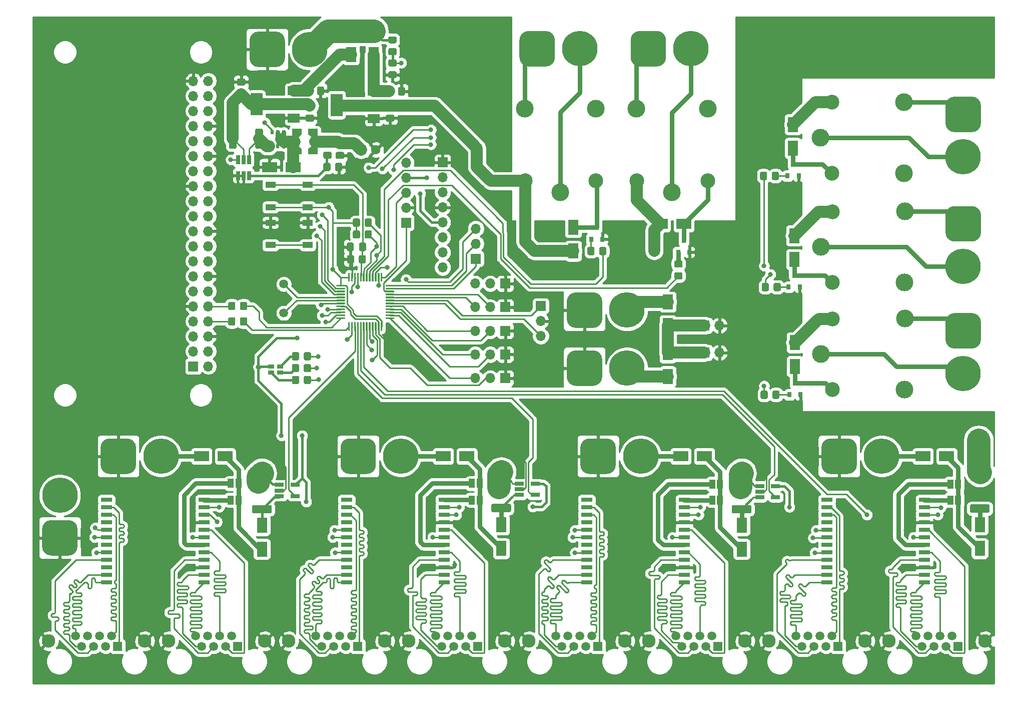
<source format=gbr>
%TF.GenerationSoftware,KiCad,Pcbnew,5.1.10*%
%TF.CreationDate,2021-11-10T11:01:34+01:00*%
%TF.ProjectId,Controller,436f6e74-726f-46c6-9c65-722e6b696361,rev?*%
%TF.SameCoordinates,Original*%
%TF.FileFunction,Copper,L1,Top*%
%TF.FilePolarity,Positive*%
%FSLAX46Y46*%
G04 Gerber Fmt 4.6, Leading zero omitted, Abs format (unit mm)*
G04 Created by KiCad (PCBNEW 5.1.10) date 2021-11-10 11:01:34*
%MOMM*%
%LPD*%
G01*
G04 APERTURE LIST*
%TA.AperFunction,ComponentPad*%
%ADD10O,1.700000X1.700000*%
%TD*%
%TA.AperFunction,ComponentPad*%
%ADD11R,1.700000X1.700000*%
%TD*%
%TA.AperFunction,SMDPad,CuDef*%
%ADD12R,1.560000X0.650000*%
%TD*%
%TA.AperFunction,SMDPad,CuDef*%
%ADD13R,1.800000X2.500000*%
%TD*%
%TA.AperFunction,SMDPad,CuDef*%
%ADD14R,2.500000X1.800000*%
%TD*%
%TA.AperFunction,ComponentPad*%
%ADD15C,1.500000*%
%TD*%
%TA.AperFunction,SMDPad,CuDef*%
%ADD16R,1.900000X0.760000*%
%TD*%
%TA.AperFunction,SMDPad,CuDef*%
%ADD17R,2.000000X1.500000*%
%TD*%
%TA.AperFunction,SMDPad,CuDef*%
%ADD18R,2.000000X3.800000*%
%TD*%
%TA.AperFunction,SMDPad,CuDef*%
%ADD19R,0.650000X1.560000*%
%TD*%
%TA.AperFunction,SMDPad,CuDef*%
%ADD20R,1.000000X0.800000*%
%TD*%
%TA.AperFunction,SMDPad,CuDef*%
%ADD21R,1.700000X1.000000*%
%TD*%
%TA.AperFunction,SMDPad,CuDef*%
%ADD22R,0.800000X0.900000*%
%TD*%
%TA.AperFunction,SMDPad,CuDef*%
%ADD23R,0.510000X0.700000*%
%TD*%
%TA.AperFunction,SMDPad,CuDef*%
%ADD24C,0.100000*%
%TD*%
%TA.AperFunction,ComponentPad*%
%ADD25C,3.000000*%
%TD*%
%TA.AperFunction,ComponentPad*%
%ADD26C,2.500000*%
%TD*%
%TA.AperFunction,SMDPad,CuDef*%
%ADD27R,1.000000X1.500000*%
%TD*%
%TA.AperFunction,ComponentPad*%
%ADD28C,6.000000*%
%TD*%
%TA.AperFunction,ComponentPad*%
%ADD29C,2.300000*%
%TD*%
%TA.AperFunction,ComponentPad*%
%ADD30R,1.500000X1.500000*%
%TD*%
%TA.AperFunction,ComponentPad*%
%ADD31C,1.600000*%
%TD*%
%TA.AperFunction,ComponentPad*%
%ADD32R,1.600000X1.600000*%
%TD*%
%TA.AperFunction,ViaPad*%
%ADD33C,0.800000*%
%TD*%
%TA.AperFunction,ViaPad*%
%ADD34C,2.000000*%
%TD*%
%TA.AperFunction,Conductor*%
%ADD35C,0.250000*%
%TD*%
%TA.AperFunction,Conductor*%
%ADD36C,0.400000*%
%TD*%
%TA.AperFunction,Conductor*%
%ADD37C,2.000000*%
%TD*%
%TA.AperFunction,Conductor*%
%ADD38C,0.800000*%
%TD*%
%TA.AperFunction,Conductor*%
%ADD39C,4.000000*%
%TD*%
%TA.AperFunction,Conductor*%
%ADD40C,0.254000*%
%TD*%
%TA.AperFunction,Conductor*%
%ADD41C,0.100000*%
%TD*%
G04 APERTURE END LIST*
%TO.P,R23,2*%
%TO.N,Net-(R23-Pad2)*%
%TA.AperFunction,SMDPad,CuDef*%
G36*
G01*
X100700000Y-91550001D02*
X100700000Y-90649999D01*
G75*
G02*
X100949999Y-90400000I249999J0D01*
G01*
X101650001Y-90400000D01*
G75*
G02*
X101900000Y-90649999I0J-249999D01*
G01*
X101900000Y-91550001D01*
G75*
G02*
X101650001Y-91800000I-249999J0D01*
G01*
X100949999Y-91800000D01*
G75*
G02*
X100700000Y-91550001I0J249999D01*
G01*
G37*
%TD.AperFunction*%
%TO.P,R23,1*%
%TO.N,/RX*%
%TA.AperFunction,SMDPad,CuDef*%
G36*
G01*
X98700000Y-91550001D02*
X98700000Y-90649999D01*
G75*
G02*
X98949999Y-90400000I249999J0D01*
G01*
X99650001Y-90400000D01*
G75*
G02*
X99900000Y-90649999I0J-249999D01*
G01*
X99900000Y-91550001D01*
G75*
G02*
X99650001Y-91800000I-249999J0D01*
G01*
X98949999Y-91800000D01*
G75*
G02*
X98700000Y-91550001I0J249999D01*
G01*
G37*
%TD.AperFunction*%
%TD*%
%TO.P,R22,2*%
%TO.N,Net-(R22-Pad2)*%
%TA.AperFunction,SMDPad,CuDef*%
G36*
G01*
X100700000Y-88950001D02*
X100700000Y-88049999D01*
G75*
G02*
X100949999Y-87800000I249999J0D01*
G01*
X101650001Y-87800000D01*
G75*
G02*
X101900000Y-88049999I0J-249999D01*
G01*
X101900000Y-88950001D01*
G75*
G02*
X101650001Y-89200000I-249999J0D01*
G01*
X100949999Y-89200000D01*
G75*
G02*
X100700000Y-88950001I0J249999D01*
G01*
G37*
%TD.AperFunction*%
%TO.P,R22,1*%
%TO.N,/TX*%
%TA.AperFunction,SMDPad,CuDef*%
G36*
G01*
X98700000Y-88950001D02*
X98700000Y-88049999D01*
G75*
G02*
X98949999Y-87800000I249999J0D01*
G01*
X99650001Y-87800000D01*
G75*
G02*
X99900000Y-88049999I0J-249999D01*
G01*
X99900000Y-88950001D01*
G75*
G02*
X99650001Y-89200000I-249999J0D01*
G01*
X98949999Y-89200000D01*
G75*
G02*
X98700000Y-88950001I0J249999D01*
G01*
G37*
%TD.AperFunction*%
%TD*%
D10*
%TO.P,J18,3*%
%TO.N,/DBG_TX*%
X151600000Y-93580000D03*
%TO.P,J18,2*%
%TO.N,GND*%
X151600000Y-91040000D03*
D11*
%TO.P,J18,1*%
%TO.N,/DBG_RX*%
X151600000Y-88500000D03*
%TD*%
D10*
%TO.P,J10,40*%
%TO.N,Net-(J10-Pad40)*%
X95340000Y-50440000D03*
%TO.P,J10,39*%
%TO.N,GND*%
X92800000Y-50440000D03*
%TO.P,J10,26*%
%TO.N,Net-(J10-Pad26)*%
X95340000Y-68220000D03*
%TO.P,J10,25*%
%TO.N,GND*%
X92800000Y-68220000D03*
%TO.P,J10,22*%
%TO.N,Net-(J10-Pad22)*%
X95340000Y-73300000D03*
%TO.P,J10,21*%
%TO.N,Net-(J10-Pad21)*%
X92800000Y-73300000D03*
%TO.P,J10,30*%
%TO.N,GND*%
X95340000Y-63140000D03*
%TO.P,J10,29*%
%TO.N,Net-(J10-Pad29)*%
X92800000Y-63140000D03*
%TO.P,J10,8*%
%TO.N,/RX*%
X95340000Y-91080000D03*
%TO.P,J10,7*%
%TO.N,Net-(J10-Pad7)*%
X92800000Y-91080000D03*
%TO.P,J10,32*%
%TO.N,Net-(J10-Pad32)*%
X95340000Y-60600000D03*
%TO.P,J10,31*%
%TO.N,Net-(J10-Pad31)*%
X92800000Y-60600000D03*
%TO.P,J10,18*%
%TO.N,Net-(J10-Pad18)*%
X95340000Y-78380000D03*
%TO.P,J10,17*%
%TO.N,Net-(J10-Pad17)*%
X92800000Y-78380000D03*
%TO.P,J10,36*%
%TO.N,Net-(J10-Pad36)*%
X95340000Y-55520000D03*
%TO.P,J10,35*%
%TO.N,Net-(J10-Pad35)*%
X92800000Y-55520000D03*
%TO.P,J10,34*%
%TO.N,GND*%
X95340000Y-58060000D03*
%TO.P,J10,33*%
%TO.N,Net-(J10-Pad33)*%
X92800000Y-58060000D03*
%TO.P,J10,38*%
%TO.N,Net-(J10-Pad38)*%
X95340000Y-52980000D03*
%TO.P,J10,37*%
%TO.N,Net-(J10-Pad37)*%
X92800000Y-52980000D03*
%TO.P,J10,20*%
%TO.N,GND*%
X95340000Y-75840000D03*
%TO.P,J10,19*%
%TO.N,Net-(J10-Pad19)*%
X92800000Y-75840000D03*
%TO.P,J10,10*%
%TO.N,/TX*%
X95340000Y-88540000D03*
%TO.P,J10,9*%
%TO.N,GND*%
X92800000Y-88540000D03*
%TO.P,J10,14*%
X95340000Y-83460000D03*
%TO.P,J10,13*%
%TO.N,Net-(J10-Pad13)*%
X92800000Y-83460000D03*
%TO.P,J10,28*%
%TO.N,Net-(J10-Pad28)*%
X95340000Y-65680000D03*
%TO.P,J10,27*%
%TO.N,Net-(J10-Pad27)*%
X92800000Y-65680000D03*
%TO.P,J10,12*%
%TO.N,Net-(J10-Pad12)*%
X95340000Y-86000000D03*
%TO.P,J10,11*%
%TO.N,Net-(J10-Pad11)*%
X92800000Y-86000000D03*
%TO.P,J10,24*%
%TO.N,Net-(J10-Pad24)*%
X95340000Y-70760000D03*
%TO.P,J10,23*%
%TO.N,Net-(J10-Pad23)*%
X92800000Y-70760000D03*
D11*
%TO.P,J10,1*%
%TO.N,Net-(J10-Pad1)*%
X92800000Y-98700000D03*
D10*
%TO.P,J10,2*%
%TO.N,+5V*%
X95340000Y-98700000D03*
%TO.P,J10,5*%
%TO.N,Net-(J10-Pad5)*%
X92800000Y-93620000D03*
%TO.P,J10,4*%
%TO.N,+5V*%
X95340000Y-96160000D03*
%TO.P,J10,16*%
%TO.N,Net-(J10-Pad16)*%
X95340000Y-80920000D03*
%TO.P,J10,15*%
%TO.N,Net-(J10-Pad15)*%
X92800000Y-80920000D03*
%TO.P,J10,3*%
%TO.N,Net-(J10-Pad3)*%
X92800000Y-96160000D03*
%TO.P,J10,6*%
%TO.N,GND*%
X95340000Y-93620000D03*
%TD*%
D12*
%TO.P,U8,5*%
%TO.N,+3V3*%
X191350000Y-118950000D03*
%TO.P,U8,4*%
%TO.N,I_PoE2*%
X191350000Y-120850000D03*
%TO.P,U8,3*%
%TO.N,Net-(D8-Pad2)*%
X188650000Y-120850000D03*
%TO.P,U8,2*%
%TO.N,GND*%
X188650000Y-119900000D03*
%TO.P,U8,1*%
%TO.N,+24V*%
X188650000Y-118950000D03*
%TD*%
%TO.P,U7,5*%
%TO.N,+3V3*%
X150650000Y-118550000D03*
%TO.P,U7,4*%
%TO.N,I_PoE1*%
X150650000Y-120450000D03*
%TO.P,U7,3*%
%TO.N,Net-(D7-Pad2)*%
X147950000Y-120450000D03*
%TO.P,U7,2*%
%TO.N,GND*%
X147950000Y-119500000D03*
%TO.P,U7,1*%
%TO.N,+24V*%
X147950000Y-118550000D03*
%TD*%
%TO.P,U6,5*%
%TO.N,+3V3*%
X110050000Y-118750000D03*
%TO.P,U6,4*%
%TO.N,I_PoE0*%
X110050000Y-120650000D03*
%TO.P,U6,3*%
%TO.N,Net-(D6-Pad2)*%
X107350000Y-120650000D03*
%TO.P,U6,2*%
%TO.N,GND*%
X107350000Y-119700000D03*
%TO.P,U6,1*%
%TO.N,+24V*%
X107350000Y-118750000D03*
%TD*%
D13*
%TO.P,D18,2*%
%TO.N,Net-(D18-Pad2)*%
X157100000Y-75200000D03*
%TO.P,D18,1*%
%TO.N,+5P*%
X157100000Y-79200000D03*
%TD*%
%TO.P,D17,2*%
%TO.N,Net-(D17-Pad2)*%
X194300000Y-61800000D03*
%TO.P,D17,1*%
%TO.N,+5P*%
X194300000Y-57800000D03*
%TD*%
%TO.P,D16,2*%
%TO.N,Net-(D16-Pad2)*%
X194500000Y-80600000D03*
%TO.P,D16,1*%
%TO.N,+5P*%
X194500000Y-76600000D03*
%TD*%
%TO.P,D15,2*%
%TO.N,Net-(D15-Pad2)*%
X194600000Y-98700000D03*
%TO.P,D15,1*%
%TO.N,+5P*%
X194600000Y-94700000D03*
%TD*%
D14*
%TO.P,D14,2*%
%TO.N,Net-(D14-Pad2)*%
X175800000Y-74600000D03*
%TO.P,D14,1*%
%TO.N,+5P*%
X171800000Y-74600000D03*
%TD*%
D15*
%TO.P,Y1,2*%
%TO.N,Net-(C4-Pad1)*%
X108100000Y-89680000D03*
%TO.P,Y1,1*%
%TO.N,Net-(C3-Pad1)*%
X108100000Y-84800000D03*
%TD*%
D16*
%TO.P,U13,24*%
%TO.N,Net-(JP7-Pad1)*%
X216535000Y-121285000D03*
%TO.P,U13,23*%
%TO.N,Net-(J27-Pad1)*%
X216535000Y-122555000D03*
%TO.P,U13,22*%
%TO.N,Net-(J27-Pad2)*%
X216535000Y-123825000D03*
%TO.P,U13,21*%
%TO.N,GND*%
X216535000Y-125095000D03*
%TO.P,U13,20*%
%TO.N,Net-(J27-Pad3)*%
X216535000Y-126365000D03*
%TO.P,U13,19*%
%TO.N,Net-(J27-Pad6)*%
X216535000Y-127635000D03*
%TO.P,U13,18*%
%TO.N,Net-(JP8-Pad1)*%
X216535000Y-128905000D03*
%TO.P,U13,17*%
%TO.N,Net-(J27-Pad4)*%
X216535000Y-130175000D03*
%TO.P,U13,16*%
%TO.N,Net-(J27-Pad5)*%
X216535000Y-131445000D03*
%TO.P,U13,15*%
%TO.N,GND*%
X216535000Y-132715000D03*
%TO.P,U13,14*%
%TO.N,Net-(J27-Pad7)*%
X216535000Y-133985000D03*
%TO.P,U13,13*%
%TO.N,Net-(J27-Pad8)*%
X216535000Y-135255000D03*
%TO.P,U13,12*%
%TO.N,Net-(J23-Pad8)*%
X200025000Y-135255000D03*
%TO.P,U13,11*%
%TO.N,Net-(J23-Pad7)*%
X200025000Y-133985000D03*
%TO.P,U13,10*%
%TO.N,Net-(U13-Pad10)*%
X200025000Y-132715000D03*
%TO.P,U13,9*%
%TO.N,Net-(J23-Pad5)*%
X200025000Y-131445000D03*
%TO.P,U13,8*%
%TO.N,Net-(J23-Pad4)*%
X200025000Y-130175000D03*
%TO.P,U13,7*%
%TO.N,Net-(U13-Pad7)*%
X200025000Y-128905000D03*
%TO.P,U13,6*%
%TO.N,Net-(J23-Pad6)*%
X200025000Y-127635000D03*
%TO.P,U13,5*%
%TO.N,Net-(J23-Pad3)*%
X200025000Y-126365000D03*
%TO.P,U13,4*%
%TO.N,Net-(U13-Pad4)*%
X200025000Y-125095000D03*
%TO.P,U13,3*%
%TO.N,Net-(J23-Pad2)*%
X200025000Y-123825000D03*
%TO.P,U13,2*%
%TO.N,Net-(J23-Pad1)*%
X200025000Y-122555000D03*
%TO.P,U13,1*%
%TO.N,Net-(U13-Pad1)*%
X200025000Y-121285000D03*
%TD*%
%TO.P,U12,24*%
%TO.N,Net-(JP5-Pad1)*%
X175895000Y-121285000D03*
%TO.P,U12,23*%
%TO.N,Net-(J26-Pad1)*%
X175895000Y-122555000D03*
%TO.P,U12,22*%
%TO.N,Net-(J26-Pad2)*%
X175895000Y-123825000D03*
%TO.P,U12,21*%
%TO.N,GND*%
X175895000Y-125095000D03*
%TO.P,U12,20*%
%TO.N,Net-(J26-Pad3)*%
X175895000Y-126365000D03*
%TO.P,U12,19*%
%TO.N,Net-(J26-Pad6)*%
X175895000Y-127635000D03*
%TO.P,U12,18*%
%TO.N,Net-(JP6-Pad1)*%
X175895000Y-128905000D03*
%TO.P,U12,17*%
%TO.N,Net-(J26-Pad4)*%
X175895000Y-130175000D03*
%TO.P,U12,16*%
%TO.N,Net-(J26-Pad5)*%
X175895000Y-131445000D03*
%TO.P,U12,15*%
%TO.N,GND*%
X175895000Y-132715000D03*
%TO.P,U12,14*%
%TO.N,Net-(J26-Pad7)*%
X175895000Y-133985000D03*
%TO.P,U12,13*%
%TO.N,Net-(J26-Pad8)*%
X175895000Y-135255000D03*
%TO.P,U12,12*%
%TO.N,Net-(J22-Pad8)*%
X159385000Y-135255000D03*
%TO.P,U12,11*%
%TO.N,Net-(J22-Pad7)*%
X159385000Y-133985000D03*
%TO.P,U12,10*%
%TO.N,Net-(U12-Pad10)*%
X159385000Y-132715000D03*
%TO.P,U12,9*%
%TO.N,Net-(J22-Pad5)*%
X159385000Y-131445000D03*
%TO.P,U12,8*%
%TO.N,Net-(J22-Pad4)*%
X159385000Y-130175000D03*
%TO.P,U12,7*%
%TO.N,Net-(U12-Pad7)*%
X159385000Y-128905000D03*
%TO.P,U12,6*%
%TO.N,Net-(J22-Pad6)*%
X159385000Y-127635000D03*
%TO.P,U12,5*%
%TO.N,Net-(J22-Pad3)*%
X159385000Y-126365000D03*
%TO.P,U12,4*%
%TO.N,Net-(U12-Pad4)*%
X159385000Y-125095000D03*
%TO.P,U12,3*%
%TO.N,Net-(J22-Pad2)*%
X159385000Y-123825000D03*
%TO.P,U12,2*%
%TO.N,Net-(J22-Pad1)*%
X159385000Y-122555000D03*
%TO.P,U12,1*%
%TO.N,Net-(U12-Pad1)*%
X159385000Y-121285000D03*
%TD*%
%TO.P,U11,24*%
%TO.N,Net-(JP3-Pad1)*%
X135255000Y-121285000D03*
%TO.P,U11,23*%
%TO.N,Net-(J25-Pad1)*%
X135255000Y-122555000D03*
%TO.P,U11,22*%
%TO.N,Net-(J25-Pad2)*%
X135255000Y-123825000D03*
%TO.P,U11,21*%
%TO.N,GND*%
X135255000Y-125095000D03*
%TO.P,U11,20*%
%TO.N,Net-(J25-Pad3)*%
X135255000Y-126365000D03*
%TO.P,U11,19*%
%TO.N,Net-(J25-Pad6)*%
X135255000Y-127635000D03*
%TO.P,U11,18*%
%TO.N,Net-(JP4-Pad1)*%
X135255000Y-128905000D03*
%TO.P,U11,17*%
%TO.N,Net-(J25-Pad4)*%
X135255000Y-130175000D03*
%TO.P,U11,16*%
%TO.N,Net-(J25-Pad5)*%
X135255000Y-131445000D03*
%TO.P,U11,15*%
%TO.N,GND*%
X135255000Y-132715000D03*
%TO.P,U11,14*%
%TO.N,Net-(J25-Pad7)*%
X135255000Y-133985000D03*
%TO.P,U11,13*%
%TO.N,Net-(J25-Pad8)*%
X135255000Y-135255000D03*
%TO.P,U11,12*%
%TO.N,Net-(J21-Pad8)*%
X118745000Y-135255000D03*
%TO.P,U11,11*%
%TO.N,Net-(J21-Pad7)*%
X118745000Y-133985000D03*
%TO.P,U11,10*%
%TO.N,Net-(U11-Pad10)*%
X118745000Y-132715000D03*
%TO.P,U11,9*%
%TO.N,Net-(J21-Pad5)*%
X118745000Y-131445000D03*
%TO.P,U11,8*%
%TO.N,Net-(J21-Pad4)*%
X118745000Y-130175000D03*
%TO.P,U11,7*%
%TO.N,Net-(U11-Pad7)*%
X118745000Y-128905000D03*
%TO.P,U11,6*%
%TO.N,Net-(J21-Pad6)*%
X118745000Y-127635000D03*
%TO.P,U11,5*%
%TO.N,Net-(J21-Pad3)*%
X118745000Y-126365000D03*
%TO.P,U11,4*%
%TO.N,Net-(U11-Pad4)*%
X118745000Y-125095000D03*
%TO.P,U11,3*%
%TO.N,Net-(J21-Pad2)*%
X118745000Y-123825000D03*
%TO.P,U11,2*%
%TO.N,Net-(J21-Pad1)*%
X118745000Y-122555000D03*
%TO.P,U11,1*%
%TO.N,Net-(U11-Pad1)*%
X118745000Y-121285000D03*
%TD*%
%TO.P,U10,24*%
%TO.N,Net-(JP1-Pad1)*%
X94615000Y-121285000D03*
%TO.P,U10,23*%
%TO.N,Net-(J24-Pad1)*%
X94615000Y-122555000D03*
%TO.P,U10,22*%
%TO.N,Net-(J24-Pad2)*%
X94615000Y-123825000D03*
%TO.P,U10,21*%
%TO.N,GND*%
X94615000Y-125095000D03*
%TO.P,U10,20*%
%TO.N,Net-(J24-Pad3)*%
X94615000Y-126365000D03*
%TO.P,U10,19*%
%TO.N,Net-(J24-Pad6)*%
X94615000Y-127635000D03*
%TO.P,U10,18*%
%TO.N,Net-(JP2-Pad1)*%
X94615000Y-128905000D03*
%TO.P,U10,17*%
%TO.N,Net-(J24-Pad4)*%
X94615000Y-130175000D03*
%TO.P,U10,16*%
%TO.N,Net-(J24-Pad5)*%
X94615000Y-131445000D03*
%TO.P,U10,15*%
%TO.N,GND*%
X94615000Y-132715000D03*
%TO.P,U10,14*%
%TO.N,Net-(J24-Pad7)*%
X94615000Y-133985000D03*
%TO.P,U10,13*%
%TO.N,Net-(J24-Pad8)*%
X94615000Y-135255000D03*
%TO.P,U10,12*%
%TO.N,Net-(J20-Pad8)*%
X78105000Y-135255000D03*
%TO.P,U10,11*%
%TO.N,Net-(J20-Pad7)*%
X78105000Y-133985000D03*
%TO.P,U10,10*%
%TO.N,Net-(U10-Pad10)*%
X78105000Y-132715000D03*
%TO.P,U10,9*%
%TO.N,Net-(J20-Pad5)*%
X78105000Y-131445000D03*
%TO.P,U10,8*%
%TO.N,Net-(J20-Pad4)*%
X78105000Y-130175000D03*
%TO.P,U10,7*%
%TO.N,Net-(U10-Pad7)*%
X78105000Y-128905000D03*
%TO.P,U10,6*%
%TO.N,Net-(J20-Pad6)*%
X78105000Y-127635000D03*
%TO.P,U10,5*%
%TO.N,Net-(J20-Pad3)*%
X78105000Y-126365000D03*
%TO.P,U10,4*%
%TO.N,Net-(U10-Pad4)*%
X78105000Y-125095000D03*
%TO.P,U10,3*%
%TO.N,Net-(J20-Pad2)*%
X78105000Y-123825000D03*
%TO.P,U10,2*%
%TO.N,Net-(J20-Pad1)*%
X78105000Y-122555000D03*
%TO.P,U10,1*%
%TO.N,Net-(U10-Pad1)*%
X78105000Y-121285000D03*
%TD*%
D17*
%TO.P,U5,1*%
%TO.N,GND*%
X109800000Y-56700000D03*
%TO.P,U5,3*%
%TO.N,Net-(C11-Pad1)*%
X109800000Y-52100000D03*
%TO.P,U5,2*%
%TO.N,+5V*%
X109800000Y-54400000D03*
D18*
X103500000Y-54400000D03*
%TD*%
D17*
%TO.P,U4,1*%
%TO.N,GND*%
X123350000Y-56800000D03*
%TO.P,U4,3*%
%TO.N,Net-(C10-Pad1)*%
X123350000Y-52200000D03*
%TO.P,U4,2*%
%TO.N,+5P*%
X123350000Y-54500000D03*
D18*
X117050000Y-54500000D03*
%TD*%
D19*
%TO.P,U3,5*%
%TO.N,+5V*%
X101300000Y-63750000D03*
%TO.P,U3,6*%
%TO.N,Net-(Q5-Pad3)*%
X100350000Y-63750000D03*
%TO.P,U3,4*%
%TO.N,Net-(Q5-Pad4)*%
X102250000Y-63750000D03*
%TO.P,U3,3*%
%TO.N,Net-(R11-Pad2)*%
X102250000Y-66450000D03*
%TO.P,U3,2*%
%TO.N,GND*%
X101300000Y-66450000D03*
%TO.P,U3,1*%
X100350000Y-66450000D03*
%TD*%
%TO.P,U2,48*%
%TO.N,+3V3*%
%TA.AperFunction,SMDPad,CuDef*%
G36*
G01*
X119000000Y-84300000D02*
X119000000Y-82975000D01*
G75*
G02*
X119075000Y-82900000I75000J0D01*
G01*
X119225000Y-82900000D01*
G75*
G02*
X119300000Y-82975000I0J-75000D01*
G01*
X119300000Y-84300000D01*
G75*
G02*
X119225000Y-84375000I-75000J0D01*
G01*
X119075000Y-84375000D01*
G75*
G02*
X119000000Y-84300000I0J75000D01*
G01*
G37*
%TD.AperFunction*%
%TO.P,U2,47*%
%TO.N,GND*%
%TA.AperFunction,SMDPad,CuDef*%
G36*
G01*
X119500000Y-84300000D02*
X119500000Y-82975000D01*
G75*
G02*
X119575000Y-82900000I75000J0D01*
G01*
X119725000Y-82900000D01*
G75*
G02*
X119800000Y-82975000I0J-75000D01*
G01*
X119800000Y-84300000D01*
G75*
G02*
X119725000Y-84375000I-75000J0D01*
G01*
X119575000Y-84375000D01*
G75*
G02*
X119500000Y-84300000I0J75000D01*
G01*
G37*
%TD.AperFunction*%
%TO.P,U2,46*%
%TO.N,/PG4*%
%TA.AperFunction,SMDPad,CuDef*%
G36*
G01*
X120000000Y-84300000D02*
X120000000Y-82975000D01*
G75*
G02*
X120075000Y-82900000I75000J0D01*
G01*
X120225000Y-82900000D01*
G75*
G02*
X120300000Y-82975000I0J-75000D01*
G01*
X120300000Y-84300000D01*
G75*
G02*
X120225000Y-84375000I-75000J0D01*
G01*
X120075000Y-84375000D01*
G75*
G02*
X120000000Y-84300000I0J75000D01*
G01*
G37*
%TD.AperFunction*%
%TO.P,U2,45*%
%TO.N,/EN4*%
%TA.AperFunction,SMDPad,CuDef*%
G36*
G01*
X120500000Y-84300000D02*
X120500000Y-82975000D01*
G75*
G02*
X120575000Y-82900000I75000J0D01*
G01*
X120725000Y-82900000D01*
G75*
G02*
X120800000Y-82975000I0J-75000D01*
G01*
X120800000Y-84300000D01*
G75*
G02*
X120725000Y-84375000I-75000J0D01*
G01*
X120575000Y-84375000D01*
G75*
G02*
X120500000Y-84300000I0J75000D01*
G01*
G37*
%TD.AperFunction*%
%TO.P,U2,44*%
%TO.N,/BOOT0*%
%TA.AperFunction,SMDPad,CuDef*%
G36*
G01*
X121000000Y-84300000D02*
X121000000Y-82975000D01*
G75*
G02*
X121075000Y-82900000I75000J0D01*
G01*
X121225000Y-82900000D01*
G75*
G02*
X121300000Y-82975000I0J-75000D01*
G01*
X121300000Y-84300000D01*
G75*
G02*
X121225000Y-84375000I-75000J0D01*
G01*
X121075000Y-84375000D01*
G75*
G02*
X121000000Y-84300000I0J75000D01*
G01*
G37*
%TD.AperFunction*%
%TO.P,U2,43*%
%TO.N,/SDA*%
%TA.AperFunction,SMDPad,CuDef*%
G36*
G01*
X121500000Y-84300000D02*
X121500000Y-82975000D01*
G75*
G02*
X121575000Y-82900000I75000J0D01*
G01*
X121725000Y-82900000D01*
G75*
G02*
X121800000Y-82975000I0J-75000D01*
G01*
X121800000Y-84300000D01*
G75*
G02*
X121725000Y-84375000I-75000J0D01*
G01*
X121575000Y-84375000D01*
G75*
G02*
X121500000Y-84300000I0J75000D01*
G01*
G37*
%TD.AperFunction*%
%TO.P,U2,42*%
%TO.N,/SCL*%
%TA.AperFunction,SMDPad,CuDef*%
G36*
G01*
X122000000Y-84300000D02*
X122000000Y-82975000D01*
G75*
G02*
X122075000Y-82900000I75000J0D01*
G01*
X122225000Y-82900000D01*
G75*
G02*
X122300000Y-82975000I0J-75000D01*
G01*
X122300000Y-84300000D01*
G75*
G02*
X122225000Y-84375000I-75000J0D01*
G01*
X122075000Y-84375000D01*
G75*
G02*
X122000000Y-84300000I0J75000D01*
G01*
G37*
%TD.AperFunction*%
%TO.P,U2,41*%
%TO.N,PoE_RELAY*%
%TA.AperFunction,SMDPad,CuDef*%
G36*
G01*
X122500000Y-84300000D02*
X122500000Y-82975000D01*
G75*
G02*
X122575000Y-82900000I75000J0D01*
G01*
X122725000Y-82900000D01*
G75*
G02*
X122800000Y-82975000I0J-75000D01*
G01*
X122800000Y-84300000D01*
G75*
G02*
X122725000Y-84375000I-75000J0D01*
G01*
X122575000Y-84375000D01*
G75*
G02*
X122500000Y-84300000I0J75000D01*
G01*
G37*
%TD.AperFunction*%
%TO.P,U2,40*%
%TO.N,/SERVER_RELAY*%
%TA.AperFunction,SMDPad,CuDef*%
G36*
G01*
X123000000Y-84300000D02*
X123000000Y-82975000D01*
G75*
G02*
X123075000Y-82900000I75000J0D01*
G01*
X123225000Y-82900000D01*
G75*
G02*
X123300000Y-82975000I0J-75000D01*
G01*
X123300000Y-84300000D01*
G75*
G02*
X123225000Y-84375000I-75000J0D01*
G01*
X123075000Y-84375000D01*
G75*
G02*
X123000000Y-84300000I0J75000D01*
G01*
G37*
%TD.AperFunction*%
%TO.P,U2,39*%
%TO.N,/CHARGE_EN*%
%TA.AperFunction,SMDPad,CuDef*%
G36*
G01*
X123500000Y-84300000D02*
X123500000Y-82975000D01*
G75*
G02*
X123575000Y-82900000I75000J0D01*
G01*
X123725000Y-82900000D01*
G75*
G02*
X123800000Y-82975000I0J-75000D01*
G01*
X123800000Y-84300000D01*
G75*
G02*
X123725000Y-84375000I-75000J0D01*
G01*
X123575000Y-84375000D01*
G75*
G02*
X123500000Y-84300000I0J75000D01*
G01*
G37*
%TD.AperFunction*%
%TO.P,U2,38*%
%TO.N,/GPIO2*%
%TA.AperFunction,SMDPad,CuDef*%
G36*
G01*
X124000000Y-84300000D02*
X124000000Y-82975000D01*
G75*
G02*
X124075000Y-82900000I75000J0D01*
G01*
X124225000Y-82900000D01*
G75*
G02*
X124300000Y-82975000I0J-75000D01*
G01*
X124300000Y-84300000D01*
G75*
G02*
X124225000Y-84375000I-75000J0D01*
G01*
X124075000Y-84375000D01*
G75*
G02*
X124000000Y-84300000I0J75000D01*
G01*
G37*
%TD.AperFunction*%
%TO.P,U2,37*%
%TO.N,/SWCLK*%
%TA.AperFunction,SMDPad,CuDef*%
G36*
G01*
X124500000Y-84300000D02*
X124500000Y-82975000D01*
G75*
G02*
X124575000Y-82900000I75000J0D01*
G01*
X124725000Y-82900000D01*
G75*
G02*
X124800000Y-82975000I0J-75000D01*
G01*
X124800000Y-84300000D01*
G75*
G02*
X124725000Y-84375000I-75000J0D01*
G01*
X124575000Y-84375000D01*
G75*
G02*
X124500000Y-84300000I0J75000D01*
G01*
G37*
%TD.AperFunction*%
%TO.P,U2,36*%
%TO.N,/GPIO1*%
%TA.AperFunction,SMDPad,CuDef*%
G36*
G01*
X125325000Y-85125000D02*
X125325000Y-84975000D01*
G75*
G02*
X125400000Y-84900000I75000J0D01*
G01*
X126725000Y-84900000D01*
G75*
G02*
X126800000Y-84975000I0J-75000D01*
G01*
X126800000Y-85125000D01*
G75*
G02*
X126725000Y-85200000I-75000J0D01*
G01*
X125400000Y-85200000D01*
G75*
G02*
X125325000Y-85125000I0J75000D01*
G01*
G37*
%TD.AperFunction*%
%TO.P,U2,35*%
%TO.N,/GPIO0*%
%TA.AperFunction,SMDPad,CuDef*%
G36*
G01*
X125325000Y-85625000D02*
X125325000Y-85475000D01*
G75*
G02*
X125400000Y-85400000I75000J0D01*
G01*
X126725000Y-85400000D01*
G75*
G02*
X126800000Y-85475000I0J-75000D01*
G01*
X126800000Y-85625000D01*
G75*
G02*
X126725000Y-85700000I-75000J0D01*
G01*
X125400000Y-85700000D01*
G75*
G02*
X125325000Y-85625000I0J75000D01*
G01*
G37*
%TD.AperFunction*%
%TO.P,U2,34*%
%TO.N,/SWDIO*%
%TA.AperFunction,SMDPad,CuDef*%
G36*
G01*
X125325000Y-86125000D02*
X125325000Y-85975000D01*
G75*
G02*
X125400000Y-85900000I75000J0D01*
G01*
X126725000Y-85900000D01*
G75*
G02*
X126800000Y-85975000I0J-75000D01*
G01*
X126800000Y-86125000D01*
G75*
G02*
X126725000Y-86200000I-75000J0D01*
G01*
X125400000Y-86200000D01*
G75*
G02*
X125325000Y-86125000I0J75000D01*
G01*
G37*
%TD.AperFunction*%
%TO.P,U2,33*%
%TO.N,/EN3*%
%TA.AperFunction,SMDPad,CuDef*%
G36*
G01*
X125325000Y-86625000D02*
X125325000Y-86475000D01*
G75*
G02*
X125400000Y-86400000I75000J0D01*
G01*
X126725000Y-86400000D01*
G75*
G02*
X126800000Y-86475000I0J-75000D01*
G01*
X126800000Y-86625000D01*
G75*
G02*
X126725000Y-86700000I-75000J0D01*
G01*
X125400000Y-86700000D01*
G75*
G02*
X125325000Y-86625000I0J75000D01*
G01*
G37*
%TD.AperFunction*%
%TO.P,U2,32*%
%TO.N,/PG3*%
%TA.AperFunction,SMDPad,CuDef*%
G36*
G01*
X125325000Y-87125000D02*
X125325000Y-86975000D01*
G75*
G02*
X125400000Y-86900000I75000J0D01*
G01*
X126725000Y-86900000D01*
G75*
G02*
X126800000Y-86975000I0J-75000D01*
G01*
X126800000Y-87125000D01*
G75*
G02*
X126725000Y-87200000I-75000J0D01*
G01*
X125400000Y-87200000D01*
G75*
G02*
X125325000Y-87125000I0J75000D01*
G01*
G37*
%TD.AperFunction*%
%TO.P,U2,31*%
%TO.N,/DBG_RX*%
%TA.AperFunction,SMDPad,CuDef*%
G36*
G01*
X125325000Y-87625000D02*
X125325000Y-87475000D01*
G75*
G02*
X125400000Y-87400000I75000J0D01*
G01*
X126725000Y-87400000D01*
G75*
G02*
X126800000Y-87475000I0J-75000D01*
G01*
X126800000Y-87625000D01*
G75*
G02*
X126725000Y-87700000I-75000J0D01*
G01*
X125400000Y-87700000D01*
G75*
G02*
X125325000Y-87625000I0J75000D01*
G01*
G37*
%TD.AperFunction*%
%TO.P,U2,30*%
%TO.N,/DBG_TX*%
%TA.AperFunction,SMDPad,CuDef*%
G36*
G01*
X125325000Y-88125000D02*
X125325000Y-87975000D01*
G75*
G02*
X125400000Y-87900000I75000J0D01*
G01*
X126725000Y-87900000D01*
G75*
G02*
X126800000Y-87975000I0J-75000D01*
G01*
X126800000Y-88125000D01*
G75*
G02*
X126725000Y-88200000I-75000J0D01*
G01*
X125400000Y-88200000D01*
G75*
G02*
X125325000Y-88125000I0J75000D01*
G01*
G37*
%TD.AperFunction*%
%TO.P,U2,29*%
%TO.N,/PG2*%
%TA.AperFunction,SMDPad,CuDef*%
G36*
G01*
X125325000Y-88625000D02*
X125325000Y-88475000D01*
G75*
G02*
X125400000Y-88400000I75000J0D01*
G01*
X126725000Y-88400000D01*
G75*
G02*
X126800000Y-88475000I0J-75000D01*
G01*
X126800000Y-88625000D01*
G75*
G02*
X126725000Y-88700000I-75000J0D01*
G01*
X125400000Y-88700000D01*
G75*
G02*
X125325000Y-88625000I0J75000D01*
G01*
G37*
%TD.AperFunction*%
%TO.P,U2,28*%
%TO.N,/EN2*%
%TA.AperFunction,SMDPad,CuDef*%
G36*
G01*
X125325000Y-89125000D02*
X125325000Y-88975000D01*
G75*
G02*
X125400000Y-88900000I75000J0D01*
G01*
X126725000Y-88900000D01*
G75*
G02*
X126800000Y-88975000I0J-75000D01*
G01*
X126800000Y-89125000D01*
G75*
G02*
X126725000Y-89200000I-75000J0D01*
G01*
X125400000Y-89200000D01*
G75*
G02*
X125325000Y-89125000I0J75000D01*
G01*
G37*
%TD.AperFunction*%
%TO.P,U2,27*%
%TO.N,/PG1*%
%TA.AperFunction,SMDPad,CuDef*%
G36*
G01*
X125325000Y-89625000D02*
X125325000Y-89475000D01*
G75*
G02*
X125400000Y-89400000I75000J0D01*
G01*
X126725000Y-89400000D01*
G75*
G02*
X126800000Y-89475000I0J-75000D01*
G01*
X126800000Y-89625000D01*
G75*
G02*
X126725000Y-89700000I-75000J0D01*
G01*
X125400000Y-89700000D01*
G75*
G02*
X125325000Y-89625000I0J75000D01*
G01*
G37*
%TD.AperFunction*%
%TO.P,U2,26*%
%TO.N,/EN1*%
%TA.AperFunction,SMDPad,CuDef*%
G36*
G01*
X125325000Y-90125000D02*
X125325000Y-89975000D01*
G75*
G02*
X125400000Y-89900000I75000J0D01*
G01*
X126725000Y-89900000D01*
G75*
G02*
X126800000Y-89975000I0J-75000D01*
G01*
X126800000Y-90125000D01*
G75*
G02*
X126725000Y-90200000I-75000J0D01*
G01*
X125400000Y-90200000D01*
G75*
G02*
X125325000Y-90125000I0J75000D01*
G01*
G37*
%TD.AperFunction*%
%TO.P,U2,25*%
%TO.N,/PG0*%
%TA.AperFunction,SMDPad,CuDef*%
G36*
G01*
X125325000Y-90625000D02*
X125325000Y-90475000D01*
G75*
G02*
X125400000Y-90400000I75000J0D01*
G01*
X126725000Y-90400000D01*
G75*
G02*
X126800000Y-90475000I0J-75000D01*
G01*
X126800000Y-90625000D01*
G75*
G02*
X126725000Y-90700000I-75000J0D01*
G01*
X125400000Y-90700000D01*
G75*
G02*
X125325000Y-90625000I0J75000D01*
G01*
G37*
%TD.AperFunction*%
%TO.P,U2,24*%
%TO.N,+3V3*%
%TA.AperFunction,SMDPad,CuDef*%
G36*
G01*
X124500000Y-92625000D02*
X124500000Y-91300000D01*
G75*
G02*
X124575000Y-91225000I75000J0D01*
G01*
X124725000Y-91225000D01*
G75*
G02*
X124800000Y-91300000I0J-75000D01*
G01*
X124800000Y-92625000D01*
G75*
G02*
X124725000Y-92700000I-75000J0D01*
G01*
X124575000Y-92700000D01*
G75*
G02*
X124500000Y-92625000I0J75000D01*
G01*
G37*
%TD.AperFunction*%
%TO.P,U2,23*%
%TO.N,GND*%
%TA.AperFunction,SMDPad,CuDef*%
G36*
G01*
X124000000Y-92625000D02*
X124000000Y-91300000D01*
G75*
G02*
X124075000Y-91225000I75000J0D01*
G01*
X124225000Y-91225000D01*
G75*
G02*
X124300000Y-91300000I0J-75000D01*
G01*
X124300000Y-92625000D01*
G75*
G02*
X124225000Y-92700000I-75000J0D01*
G01*
X124075000Y-92700000D01*
G75*
G02*
X124000000Y-92625000I0J75000D01*
G01*
G37*
%TD.AperFunction*%
%TO.P,U2,22*%
%TO.N,/EN0*%
%TA.AperFunction,SMDPad,CuDef*%
G36*
G01*
X123500000Y-92625000D02*
X123500000Y-91300000D01*
G75*
G02*
X123575000Y-91225000I75000J0D01*
G01*
X123725000Y-91225000D01*
G75*
G02*
X123800000Y-91300000I0J-75000D01*
G01*
X123800000Y-92625000D01*
G75*
G02*
X123725000Y-92700000I-75000J0D01*
G01*
X123575000Y-92700000D01*
G75*
G02*
X123500000Y-92625000I0J75000D01*
G01*
G37*
%TD.AperFunction*%
%TO.P,U2,21*%
%TO.N,/R*%
%TA.AperFunction,SMDPad,CuDef*%
G36*
G01*
X123000000Y-92625000D02*
X123000000Y-91300000D01*
G75*
G02*
X123075000Y-91225000I75000J0D01*
G01*
X123225000Y-91225000D01*
G75*
G02*
X123300000Y-91300000I0J-75000D01*
G01*
X123300000Y-92625000D01*
G75*
G02*
X123225000Y-92700000I-75000J0D01*
G01*
X123075000Y-92700000D01*
G75*
G02*
X123000000Y-92625000I0J75000D01*
G01*
G37*
%TD.AperFunction*%
%TO.P,U2,20*%
%TO.N,/B*%
%TA.AperFunction,SMDPad,CuDef*%
G36*
G01*
X122500000Y-92625000D02*
X122500000Y-91300000D01*
G75*
G02*
X122575000Y-91225000I75000J0D01*
G01*
X122725000Y-91225000D01*
G75*
G02*
X122800000Y-91300000I0J-75000D01*
G01*
X122800000Y-92625000D01*
G75*
G02*
X122725000Y-92700000I-75000J0D01*
G01*
X122575000Y-92700000D01*
G75*
G02*
X122500000Y-92625000I0J75000D01*
G01*
G37*
%TD.AperFunction*%
%TO.P,U2,19*%
%TO.N,/G*%
%TA.AperFunction,SMDPad,CuDef*%
G36*
G01*
X122000000Y-92625000D02*
X122000000Y-91300000D01*
G75*
G02*
X122075000Y-91225000I75000J0D01*
G01*
X122225000Y-91225000D01*
G75*
G02*
X122300000Y-91300000I0J-75000D01*
G01*
X122300000Y-92625000D01*
G75*
G02*
X122225000Y-92700000I-75000J0D01*
G01*
X122075000Y-92700000D01*
G75*
G02*
X122000000Y-92625000I0J75000D01*
G01*
G37*
%TD.AperFunction*%
%TO.P,U2,18*%
%TO.N,I_PoE3*%
%TA.AperFunction,SMDPad,CuDef*%
G36*
G01*
X121500000Y-92625000D02*
X121500000Y-91300000D01*
G75*
G02*
X121575000Y-91225000I75000J0D01*
G01*
X121725000Y-91225000D01*
G75*
G02*
X121800000Y-91300000I0J-75000D01*
G01*
X121800000Y-92625000D01*
G75*
G02*
X121725000Y-92700000I-75000J0D01*
G01*
X121575000Y-92700000D01*
G75*
G02*
X121500000Y-92625000I0J75000D01*
G01*
G37*
%TD.AperFunction*%
%TO.P,U2,17*%
%TO.N,I_PoE2*%
%TA.AperFunction,SMDPad,CuDef*%
G36*
G01*
X121000000Y-92625000D02*
X121000000Y-91300000D01*
G75*
G02*
X121075000Y-91225000I75000J0D01*
G01*
X121225000Y-91225000D01*
G75*
G02*
X121300000Y-91300000I0J-75000D01*
G01*
X121300000Y-92625000D01*
G75*
G02*
X121225000Y-92700000I-75000J0D01*
G01*
X121075000Y-92700000D01*
G75*
G02*
X121000000Y-92625000I0J75000D01*
G01*
G37*
%TD.AperFunction*%
%TO.P,U2,16*%
%TO.N,I_PoE1*%
%TA.AperFunction,SMDPad,CuDef*%
G36*
G01*
X120500000Y-92625000D02*
X120500000Y-91300000D01*
G75*
G02*
X120575000Y-91225000I75000J0D01*
G01*
X120725000Y-91225000D01*
G75*
G02*
X120800000Y-91300000I0J-75000D01*
G01*
X120800000Y-92625000D01*
G75*
G02*
X120725000Y-92700000I-75000J0D01*
G01*
X120575000Y-92700000D01*
G75*
G02*
X120500000Y-92625000I0J75000D01*
G01*
G37*
%TD.AperFunction*%
%TO.P,U2,15*%
%TO.N,I_PoE0*%
%TA.AperFunction,SMDPad,CuDef*%
G36*
G01*
X120000000Y-92625000D02*
X120000000Y-91300000D01*
G75*
G02*
X120075000Y-91225000I75000J0D01*
G01*
X120225000Y-91225000D01*
G75*
G02*
X120300000Y-91300000I0J-75000D01*
G01*
X120300000Y-92625000D01*
G75*
G02*
X120225000Y-92700000I-75000J0D01*
G01*
X120075000Y-92700000D01*
G75*
G02*
X120000000Y-92625000I0J75000D01*
G01*
G37*
%TD.AperFunction*%
%TO.P,U2,14*%
%TO.N,/I_CHARGE*%
%TA.AperFunction,SMDPad,CuDef*%
G36*
G01*
X119500000Y-92625000D02*
X119500000Y-91300000D01*
G75*
G02*
X119575000Y-91225000I75000J0D01*
G01*
X119725000Y-91225000D01*
G75*
G02*
X119800000Y-91300000I0J-75000D01*
G01*
X119800000Y-92625000D01*
G75*
G02*
X119725000Y-92700000I-75000J0D01*
G01*
X119575000Y-92700000D01*
G75*
G02*
X119500000Y-92625000I0J75000D01*
G01*
G37*
%TD.AperFunction*%
%TO.P,U2,13*%
%TO.N,Net-(R23-Pad2)*%
%TA.AperFunction,SMDPad,CuDef*%
G36*
G01*
X119000000Y-92625000D02*
X119000000Y-91300000D01*
G75*
G02*
X119075000Y-91225000I75000J0D01*
G01*
X119225000Y-91225000D01*
G75*
G02*
X119300000Y-91300000I0J-75000D01*
G01*
X119300000Y-92625000D01*
G75*
G02*
X119225000Y-92700000I-75000J0D01*
G01*
X119075000Y-92700000D01*
G75*
G02*
X119000000Y-92625000I0J75000D01*
G01*
G37*
%TD.AperFunction*%
%TO.P,U2,12*%
%TO.N,Net-(R22-Pad2)*%
%TA.AperFunction,SMDPad,CuDef*%
G36*
G01*
X117000000Y-90625000D02*
X117000000Y-90475000D01*
G75*
G02*
X117075000Y-90400000I75000J0D01*
G01*
X118400000Y-90400000D01*
G75*
G02*
X118475000Y-90475000I0J-75000D01*
G01*
X118475000Y-90625000D01*
G75*
G02*
X118400000Y-90700000I-75000J0D01*
G01*
X117075000Y-90700000D01*
G75*
G02*
X117000000Y-90625000I0J75000D01*
G01*
G37*
%TD.AperFunction*%
%TO.P,U2,11*%
%TO.N,/V_SOLAR*%
%TA.AperFunction,SMDPad,CuDef*%
G36*
G01*
X117000000Y-90125000D02*
X117000000Y-89975000D01*
G75*
G02*
X117075000Y-89900000I75000J0D01*
G01*
X118400000Y-89900000D01*
G75*
G02*
X118475000Y-89975000I0J-75000D01*
G01*
X118475000Y-90125000D01*
G75*
G02*
X118400000Y-90200000I-75000J0D01*
G01*
X117075000Y-90200000D01*
G75*
G02*
X117000000Y-90125000I0J75000D01*
G01*
G37*
%TD.AperFunction*%
%TO.P,U2,10*%
%TO.N,BATTERY*%
%TA.AperFunction,SMDPad,CuDef*%
G36*
G01*
X117000000Y-89625000D02*
X117000000Y-89475000D01*
G75*
G02*
X117075000Y-89400000I75000J0D01*
G01*
X118400000Y-89400000D01*
G75*
G02*
X118475000Y-89475000I0J-75000D01*
G01*
X118475000Y-89625000D01*
G75*
G02*
X118400000Y-89700000I-75000J0D01*
G01*
X117075000Y-89700000D01*
G75*
G02*
X117000000Y-89625000I0J75000D01*
G01*
G37*
%TD.AperFunction*%
%TO.P,U2,9*%
%TO.N,+3V3*%
%TA.AperFunction,SMDPad,CuDef*%
G36*
G01*
X117000000Y-89125000D02*
X117000000Y-88975000D01*
G75*
G02*
X117075000Y-88900000I75000J0D01*
G01*
X118400000Y-88900000D01*
G75*
G02*
X118475000Y-88975000I0J-75000D01*
G01*
X118475000Y-89125000D01*
G75*
G02*
X118400000Y-89200000I-75000J0D01*
G01*
X117075000Y-89200000D01*
G75*
G02*
X117000000Y-89125000I0J75000D01*
G01*
G37*
%TD.AperFunction*%
%TO.P,U2,8*%
%TO.N,GND*%
%TA.AperFunction,SMDPad,CuDef*%
G36*
G01*
X117000000Y-88625000D02*
X117000000Y-88475000D01*
G75*
G02*
X117075000Y-88400000I75000J0D01*
G01*
X118400000Y-88400000D01*
G75*
G02*
X118475000Y-88475000I0J-75000D01*
G01*
X118475000Y-88625000D01*
G75*
G02*
X118400000Y-88700000I-75000J0D01*
G01*
X117075000Y-88700000D01*
G75*
G02*
X117000000Y-88625000I0J75000D01*
G01*
G37*
%TD.AperFunction*%
%TO.P,U2,7*%
%TO.N,/NRST*%
%TA.AperFunction,SMDPad,CuDef*%
G36*
G01*
X117000000Y-88125000D02*
X117000000Y-87975000D01*
G75*
G02*
X117075000Y-87900000I75000J0D01*
G01*
X118400000Y-87900000D01*
G75*
G02*
X118475000Y-87975000I0J-75000D01*
G01*
X118475000Y-88125000D01*
G75*
G02*
X118400000Y-88200000I-75000J0D01*
G01*
X117075000Y-88200000D01*
G75*
G02*
X117000000Y-88125000I0J75000D01*
G01*
G37*
%TD.AperFunction*%
%TO.P,U2,6*%
%TO.N,Net-(C4-Pad1)*%
%TA.AperFunction,SMDPad,CuDef*%
G36*
G01*
X117000000Y-87625000D02*
X117000000Y-87475000D01*
G75*
G02*
X117075000Y-87400000I75000J0D01*
G01*
X118400000Y-87400000D01*
G75*
G02*
X118475000Y-87475000I0J-75000D01*
G01*
X118475000Y-87625000D01*
G75*
G02*
X118400000Y-87700000I-75000J0D01*
G01*
X117075000Y-87700000D01*
G75*
G02*
X117000000Y-87625000I0J75000D01*
G01*
G37*
%TD.AperFunction*%
%TO.P,U2,5*%
%TO.N,Net-(C3-Pad1)*%
%TA.AperFunction,SMDPad,CuDef*%
G36*
G01*
X117000000Y-87125000D02*
X117000000Y-86975000D01*
G75*
G02*
X117075000Y-86900000I75000J0D01*
G01*
X118400000Y-86900000D01*
G75*
G02*
X118475000Y-86975000I0J-75000D01*
G01*
X118475000Y-87125000D01*
G75*
G02*
X118400000Y-87200000I-75000J0D01*
G01*
X117075000Y-87200000D01*
G75*
G02*
X117000000Y-87125000I0J75000D01*
G01*
G37*
%TD.AperFunction*%
%TO.P,U2,4*%
%TO.N,/OUTLET_2*%
%TA.AperFunction,SMDPad,CuDef*%
G36*
G01*
X117000000Y-86625000D02*
X117000000Y-86475000D01*
G75*
G02*
X117075000Y-86400000I75000J0D01*
G01*
X118400000Y-86400000D01*
G75*
G02*
X118475000Y-86475000I0J-75000D01*
G01*
X118475000Y-86625000D01*
G75*
G02*
X118400000Y-86700000I-75000J0D01*
G01*
X117075000Y-86700000D01*
G75*
G02*
X117000000Y-86625000I0J75000D01*
G01*
G37*
%TD.AperFunction*%
%TO.P,U2,3*%
%TO.N,/OUTLET_1*%
%TA.AperFunction,SMDPad,CuDef*%
G36*
G01*
X117000000Y-86125000D02*
X117000000Y-85975000D01*
G75*
G02*
X117075000Y-85900000I75000J0D01*
G01*
X118400000Y-85900000D01*
G75*
G02*
X118475000Y-85975000I0J-75000D01*
G01*
X118475000Y-86125000D01*
G75*
G02*
X118400000Y-86200000I-75000J0D01*
G01*
X117075000Y-86200000D01*
G75*
G02*
X117000000Y-86125000I0J75000D01*
G01*
G37*
%TD.AperFunction*%
%TO.P,U2,2*%
%TO.N,/OUTLET_0*%
%TA.AperFunction,SMDPad,CuDef*%
G36*
G01*
X117000000Y-85625000D02*
X117000000Y-85475000D01*
G75*
G02*
X117075000Y-85400000I75000J0D01*
G01*
X118400000Y-85400000D01*
G75*
G02*
X118475000Y-85475000I0J-75000D01*
G01*
X118475000Y-85625000D01*
G75*
G02*
X118400000Y-85700000I-75000J0D01*
G01*
X117075000Y-85700000D01*
G75*
G02*
X117000000Y-85625000I0J75000D01*
G01*
G37*
%TD.AperFunction*%
%TO.P,U2,1*%
%TO.N,+3V3*%
%TA.AperFunction,SMDPad,CuDef*%
G36*
G01*
X117000000Y-85125000D02*
X117000000Y-84975000D01*
G75*
G02*
X117075000Y-84900000I75000J0D01*
G01*
X118400000Y-84900000D01*
G75*
G02*
X118475000Y-84975000I0J-75000D01*
G01*
X118475000Y-85125000D01*
G75*
G02*
X118400000Y-85200000I-75000J0D01*
G01*
X117075000Y-85200000D01*
G75*
G02*
X117000000Y-85125000I0J75000D01*
G01*
G37*
%TD.AperFunction*%
%TD*%
D20*
%TO.P,U1,2*%
%TO.N,Net-(R1-Pad1)*%
X107450000Y-98740000D03*
%TO.P,U1,1*%
%TO.N,+3V3*%
X105950000Y-98740000D03*
%TO.P,U1,3*%
%TO.N,Net-(R3-Pad2)*%
X107450000Y-99740000D03*
%TO.P,U1,4*%
%TO.N,Net-(R4-Pad2)*%
X105950000Y-99740000D03*
%TD*%
D21*
%TO.P,SW2,2*%
%TO.N,+3V3*%
X112150000Y-71800000D03*
X105850000Y-71800000D03*
%TO.P,SW2,1*%
%TO.N,/BOOT0*%
X112150000Y-68000000D03*
X105850000Y-68000000D03*
%TD*%
%TO.P,SW1,2*%
%TO.N,/NRST*%
X112150000Y-78200000D03*
X105850000Y-78200000D03*
%TO.P,SW1,1*%
%TO.N,GND*%
X112150000Y-74400000D03*
X105850000Y-74400000D03*
%TD*%
%TO.P,R21,2*%
%TO.N,/SDA*%
%TA.AperFunction,SMDPad,CuDef*%
G36*
G01*
X121800000Y-76850001D02*
X121800000Y-75949999D01*
G75*
G02*
X122049999Y-75700000I249999J0D01*
G01*
X122750001Y-75700000D01*
G75*
G02*
X123000000Y-75949999I0J-249999D01*
G01*
X123000000Y-76850001D01*
G75*
G02*
X122750001Y-77100000I-249999J0D01*
G01*
X122049999Y-77100000D01*
G75*
G02*
X121800000Y-76850001I0J249999D01*
G01*
G37*
%TD.AperFunction*%
%TO.P,R21,1*%
%TO.N,+3V3*%
%TA.AperFunction,SMDPad,CuDef*%
G36*
G01*
X119800000Y-76850001D02*
X119800000Y-75949999D01*
G75*
G02*
X120049999Y-75700000I249999J0D01*
G01*
X120750001Y-75700000D01*
G75*
G02*
X121000000Y-75949999I0J-249999D01*
G01*
X121000000Y-76850001D01*
G75*
G02*
X120750001Y-77100000I-249999J0D01*
G01*
X120049999Y-77100000D01*
G75*
G02*
X119800000Y-76850001I0J249999D01*
G01*
G37*
%TD.AperFunction*%
%TD*%
%TO.P,R20,2*%
%TO.N,/SCL*%
%TA.AperFunction,SMDPad,CuDef*%
G36*
G01*
X121800000Y-74850001D02*
X121800000Y-73949999D01*
G75*
G02*
X122049999Y-73700000I249999J0D01*
G01*
X122750001Y-73700000D01*
G75*
G02*
X123000000Y-73949999I0J-249999D01*
G01*
X123000000Y-74850001D01*
G75*
G02*
X122750001Y-75100000I-249999J0D01*
G01*
X122049999Y-75100000D01*
G75*
G02*
X121800000Y-74850001I0J249999D01*
G01*
G37*
%TD.AperFunction*%
%TO.P,R20,1*%
%TO.N,+3V3*%
%TA.AperFunction,SMDPad,CuDef*%
G36*
G01*
X119800000Y-74850001D02*
X119800000Y-73949999D01*
G75*
G02*
X120049999Y-73700000I249999J0D01*
G01*
X120750001Y-73700000D01*
G75*
G02*
X121000000Y-73949999I0J-249999D01*
G01*
X121000000Y-74850001D01*
G75*
G02*
X120750001Y-75100000I-249999J0D01*
G01*
X120049999Y-75100000D01*
G75*
G02*
X119800000Y-74850001I0J249999D01*
G01*
G37*
%TD.AperFunction*%
%TD*%
%TO.P,R19,2*%
%TO.N,PoE_RELAY*%
%TA.AperFunction,SMDPad,CuDef*%
G36*
G01*
X161500000Y-79650001D02*
X161500000Y-78749999D01*
G75*
G02*
X161749999Y-78500000I249999J0D01*
G01*
X162450001Y-78500000D01*
G75*
G02*
X162700000Y-78749999I0J-249999D01*
G01*
X162700000Y-79650001D01*
G75*
G02*
X162450001Y-79900000I-249999J0D01*
G01*
X161749999Y-79900000D01*
G75*
G02*
X161500000Y-79650001I0J249999D01*
G01*
G37*
%TD.AperFunction*%
%TO.P,R19,1*%
%TO.N,Net-(Q6-Pad1)*%
%TA.AperFunction,SMDPad,CuDef*%
G36*
G01*
X159500000Y-79650001D02*
X159500000Y-78749999D01*
G75*
G02*
X159749999Y-78500000I249999J0D01*
G01*
X160450001Y-78500000D01*
G75*
G02*
X160700000Y-78749999I0J-249999D01*
G01*
X160700000Y-79650001D01*
G75*
G02*
X160450001Y-79900000I-249999J0D01*
G01*
X159749999Y-79900000D01*
G75*
G02*
X159500000Y-79650001I0J249999D01*
G01*
G37*
%TD.AperFunction*%
%TD*%
%TO.P,R18,2*%
%TO.N,+24V*%
%TA.AperFunction,SMDPad,CuDef*%
G36*
G01*
X227325001Y-117350000D02*
X224474999Y-117350000D01*
G75*
G02*
X224225000Y-117100001I0J249999D01*
G01*
X224225000Y-116199999D01*
G75*
G02*
X224474999Y-115950000I249999J0D01*
G01*
X227325001Y-115950000D01*
G75*
G02*
X227575000Y-116199999I0J-249999D01*
G01*
X227575000Y-117100001D01*
G75*
G02*
X227325001Y-117350000I-249999J0D01*
G01*
G37*
%TD.AperFunction*%
%TO.P,R18,1*%
%TO.N,Net-(D9-Pad2)*%
%TA.AperFunction,SMDPad,CuDef*%
G36*
G01*
X227325001Y-123450000D02*
X224474999Y-123450000D01*
G75*
G02*
X224225000Y-123200001I0J249999D01*
G01*
X224225000Y-122299999D01*
G75*
G02*
X224474999Y-122050000I249999J0D01*
G01*
X227325001Y-122050000D01*
G75*
G02*
X227575000Y-122299999I0J-249999D01*
G01*
X227575000Y-123200001D01*
G75*
G02*
X227325001Y-123450000I-249999J0D01*
G01*
G37*
%TD.AperFunction*%
%TD*%
%TO.P,R17,2*%
%TO.N,+24V*%
%TA.AperFunction,SMDPad,CuDef*%
G36*
G01*
X187025001Y-117450000D02*
X184174999Y-117450000D01*
G75*
G02*
X183925000Y-117200001I0J249999D01*
G01*
X183925000Y-116299999D01*
G75*
G02*
X184174999Y-116050000I249999J0D01*
G01*
X187025001Y-116050000D01*
G75*
G02*
X187275000Y-116299999I0J-249999D01*
G01*
X187275000Y-117200001D01*
G75*
G02*
X187025001Y-117450000I-249999J0D01*
G01*
G37*
%TD.AperFunction*%
%TO.P,R17,1*%
%TO.N,Net-(D8-Pad2)*%
%TA.AperFunction,SMDPad,CuDef*%
G36*
G01*
X187025001Y-123550000D02*
X184174999Y-123550000D01*
G75*
G02*
X183925000Y-123300001I0J249999D01*
G01*
X183925000Y-122399999D01*
G75*
G02*
X184174999Y-122150000I249999J0D01*
G01*
X187025001Y-122150000D01*
G75*
G02*
X187275000Y-122399999I0J-249999D01*
G01*
X187275000Y-123300001D01*
G75*
G02*
X187025001Y-123550000I-249999J0D01*
G01*
G37*
%TD.AperFunction*%
%TD*%
%TO.P,R16,2*%
%TO.N,+24V*%
%TA.AperFunction,SMDPad,CuDef*%
G36*
G01*
X146325001Y-117250000D02*
X143474999Y-117250000D01*
G75*
G02*
X143225000Y-117000001I0J249999D01*
G01*
X143225000Y-116099999D01*
G75*
G02*
X143474999Y-115850000I249999J0D01*
G01*
X146325001Y-115850000D01*
G75*
G02*
X146575000Y-116099999I0J-249999D01*
G01*
X146575000Y-117000001D01*
G75*
G02*
X146325001Y-117250000I-249999J0D01*
G01*
G37*
%TD.AperFunction*%
%TO.P,R16,1*%
%TO.N,Net-(D7-Pad2)*%
%TA.AperFunction,SMDPad,CuDef*%
G36*
G01*
X146325001Y-123350000D02*
X143474999Y-123350000D01*
G75*
G02*
X143225000Y-123100001I0J249999D01*
G01*
X143225000Y-122199999D01*
G75*
G02*
X143474999Y-121950000I249999J0D01*
G01*
X146325001Y-121950000D01*
G75*
G02*
X146575000Y-122199999I0J-249999D01*
G01*
X146575000Y-123100001D01*
G75*
G02*
X146325001Y-123350000I-249999J0D01*
G01*
G37*
%TD.AperFunction*%
%TD*%
%TO.P,R15,2*%
%TO.N,+24V*%
%TA.AperFunction,SMDPad,CuDef*%
G36*
G01*
X105825001Y-117450000D02*
X102974999Y-117450000D01*
G75*
G02*
X102725000Y-117200001I0J249999D01*
G01*
X102725000Y-116299999D01*
G75*
G02*
X102974999Y-116050000I249999J0D01*
G01*
X105825001Y-116050000D01*
G75*
G02*
X106075000Y-116299999I0J-249999D01*
G01*
X106075000Y-117200001D01*
G75*
G02*
X105825001Y-117450000I-249999J0D01*
G01*
G37*
%TD.AperFunction*%
%TO.P,R15,1*%
%TO.N,Net-(D6-Pad2)*%
%TA.AperFunction,SMDPad,CuDef*%
G36*
G01*
X105825001Y-123550000D02*
X102974999Y-123550000D01*
G75*
G02*
X102725000Y-123300001I0J249999D01*
G01*
X102725000Y-122399999D01*
G75*
G02*
X102974999Y-122150000I249999J0D01*
G01*
X105825001Y-122150000D01*
G75*
G02*
X106075000Y-122399999I0J-249999D01*
G01*
X106075000Y-123300001D01*
G75*
G02*
X105825001Y-123550000I-249999J0D01*
G01*
G37*
%TD.AperFunction*%
%TD*%
%TO.P,R14,2*%
%TO.N,Net-(D4-Pad2)*%
%TA.AperFunction,SMDPad,CuDef*%
G36*
G01*
X126950001Y-44100000D02*
X126049999Y-44100000D01*
G75*
G02*
X125800000Y-43850001I0J249999D01*
G01*
X125800000Y-43149999D01*
G75*
G02*
X126049999Y-42900000I249999J0D01*
G01*
X126950001Y-42900000D01*
G75*
G02*
X127200000Y-43149999I0J-249999D01*
G01*
X127200000Y-43850001D01*
G75*
G02*
X126950001Y-44100000I-249999J0D01*
G01*
G37*
%TD.AperFunction*%
%TO.P,R14,1*%
%TO.N,BATTERY*%
%TA.AperFunction,SMDPad,CuDef*%
G36*
G01*
X126950001Y-46100000D02*
X126049999Y-46100000D01*
G75*
G02*
X125800000Y-45850001I0J249999D01*
G01*
X125800000Y-45149999D01*
G75*
G02*
X126049999Y-44900000I249999J0D01*
G01*
X126950001Y-44900000D01*
G75*
G02*
X127200000Y-45149999I0J-249999D01*
G01*
X127200000Y-45850001D01*
G75*
G02*
X126950001Y-46100000I-249999J0D01*
G01*
G37*
%TD.AperFunction*%
%TD*%
%TO.P,R13,2*%
%TO.N,BATTERY*%
%TA.AperFunction,SMDPad,CuDef*%
G36*
G01*
X126950001Y-48000000D02*
X126049999Y-48000000D01*
G75*
G02*
X125800000Y-47750001I0J249999D01*
G01*
X125800000Y-47049999D01*
G75*
G02*
X126049999Y-46800000I249999J0D01*
G01*
X126950001Y-46800000D01*
G75*
G02*
X127200000Y-47049999I0J-249999D01*
G01*
X127200000Y-47750001D01*
G75*
G02*
X126950001Y-48000000I-249999J0D01*
G01*
G37*
%TD.AperFunction*%
%TO.P,R13,1*%
%TO.N,GND*%
%TA.AperFunction,SMDPad,CuDef*%
G36*
G01*
X126950001Y-50000000D02*
X126049999Y-50000000D01*
G75*
G02*
X125800000Y-49750001I0J249999D01*
G01*
X125800000Y-49049999D01*
G75*
G02*
X126049999Y-48800000I249999J0D01*
G01*
X126950001Y-48800000D01*
G75*
G02*
X127200000Y-49049999I0J-249999D01*
G01*
X127200000Y-49750001D01*
G75*
G02*
X126950001Y-50000000I-249999J0D01*
G01*
G37*
%TD.AperFunction*%
%TD*%
%TO.P,R12,2*%
%TO.N,GND*%
%TA.AperFunction,SMDPad,CuDef*%
G36*
G01*
X116800000Y-65450001D02*
X116800000Y-64549999D01*
G75*
G02*
X117049999Y-64300000I249999J0D01*
G01*
X117750001Y-64300000D01*
G75*
G02*
X118000000Y-64549999I0J-249999D01*
G01*
X118000000Y-65450001D01*
G75*
G02*
X117750001Y-65700000I-249999J0D01*
G01*
X117049999Y-65700000D01*
G75*
G02*
X116800000Y-65450001I0J249999D01*
G01*
G37*
%TD.AperFunction*%
%TO.P,R12,1*%
%TO.N,Net-(R11-Pad2)*%
%TA.AperFunction,SMDPad,CuDef*%
G36*
G01*
X114800000Y-65450001D02*
X114800000Y-64549999D01*
G75*
G02*
X115049999Y-64300000I249999J0D01*
G01*
X115750001Y-64300000D01*
G75*
G02*
X116000000Y-64549999I0J-249999D01*
G01*
X116000000Y-65450001D01*
G75*
G02*
X115750001Y-65700000I-249999J0D01*
G01*
X115049999Y-65700000D01*
G75*
G02*
X114800000Y-65450001I0J249999D01*
G01*
G37*
%TD.AperFunction*%
%TD*%
%TO.P,R11,2*%
%TO.N,Net-(R11-Pad2)*%
%TA.AperFunction,SMDPad,CuDef*%
G36*
G01*
X115049999Y-62400000D02*
X115950001Y-62400000D01*
G75*
G02*
X116200000Y-62649999I0J-249999D01*
G01*
X116200000Y-63350001D01*
G75*
G02*
X115950001Y-63600000I-249999J0D01*
G01*
X115049999Y-63600000D01*
G75*
G02*
X114800000Y-63350001I0J249999D01*
G01*
X114800000Y-62649999D01*
G75*
G02*
X115049999Y-62400000I249999J0D01*
G01*
G37*
%TD.AperFunction*%
%TO.P,R11,1*%
%TO.N,+3V3*%
%TA.AperFunction,SMDPad,CuDef*%
G36*
G01*
X115049999Y-60400000D02*
X115950001Y-60400000D01*
G75*
G02*
X116200000Y-60649999I0J-249999D01*
G01*
X116200000Y-61350001D01*
G75*
G02*
X115950001Y-61600000I-249999J0D01*
G01*
X115049999Y-61600000D01*
G75*
G02*
X114800000Y-61350001I0J249999D01*
G01*
X114800000Y-60649999D01*
G75*
G02*
X115049999Y-60400000I249999J0D01*
G01*
G37*
%TD.AperFunction*%
%TD*%
%TO.P,R10,2*%
%TO.N,Net-(Q5-Pad4)*%
%TA.AperFunction,SMDPad,CuDef*%
G36*
G01*
X103275000Y-61650000D02*
X103275000Y-58750000D01*
G75*
G02*
X103525000Y-58500000I250000J0D01*
G01*
X104325000Y-58500000D01*
G75*
G02*
X104575000Y-58750000I0J-250000D01*
G01*
X104575000Y-61650000D01*
G75*
G02*
X104325000Y-61900000I-250000J0D01*
G01*
X103525000Y-61900000D01*
G75*
G02*
X103275000Y-61650000I0J250000D01*
G01*
G37*
%TD.AperFunction*%
%TO.P,R10,1*%
%TO.N,+5V*%
%TA.AperFunction,SMDPad,CuDef*%
G36*
G01*
X98825000Y-61650000D02*
X98825000Y-58750000D01*
G75*
G02*
X99075000Y-58500000I250000J0D01*
G01*
X99875000Y-58500000D01*
G75*
G02*
X100125000Y-58750000I0J-250000D01*
G01*
X100125000Y-61650000D01*
G75*
G02*
X99875000Y-61900000I-250000J0D01*
G01*
X99075000Y-61900000D01*
G75*
G02*
X98825000Y-61650000I0J250000D01*
G01*
G37*
%TD.AperFunction*%
%TD*%
%TO.P,R9,2*%
%TO.N,/OUTLET_2*%
%TA.AperFunction,SMDPad,CuDef*%
G36*
G01*
X189900000Y-66049999D02*
X189900000Y-66950001D01*
G75*
G02*
X189650001Y-67200000I-249999J0D01*
G01*
X188949999Y-67200000D01*
G75*
G02*
X188700000Y-66950001I0J249999D01*
G01*
X188700000Y-66049999D01*
G75*
G02*
X188949999Y-65800000I249999J0D01*
G01*
X189650001Y-65800000D01*
G75*
G02*
X189900000Y-66049999I0J-249999D01*
G01*
G37*
%TD.AperFunction*%
%TO.P,R9,1*%
%TO.N,Net-(Q4-Pad1)*%
%TA.AperFunction,SMDPad,CuDef*%
G36*
G01*
X191900000Y-66049999D02*
X191900000Y-66950001D01*
G75*
G02*
X191650001Y-67200000I-249999J0D01*
G01*
X190949999Y-67200000D01*
G75*
G02*
X190700000Y-66950001I0J249999D01*
G01*
X190700000Y-66049999D01*
G75*
G02*
X190949999Y-65800000I249999J0D01*
G01*
X191650001Y-65800000D01*
G75*
G02*
X191900000Y-66049999I0J-249999D01*
G01*
G37*
%TD.AperFunction*%
%TD*%
%TO.P,R8,2*%
%TO.N,/OUTLET_1*%
%TA.AperFunction,SMDPad,CuDef*%
G36*
G01*
X190200000Y-84849999D02*
X190200000Y-85750001D01*
G75*
G02*
X189950001Y-86000000I-249999J0D01*
G01*
X189249999Y-86000000D01*
G75*
G02*
X189000000Y-85750001I0J249999D01*
G01*
X189000000Y-84849999D01*
G75*
G02*
X189249999Y-84600000I249999J0D01*
G01*
X189950001Y-84600000D01*
G75*
G02*
X190200000Y-84849999I0J-249999D01*
G01*
G37*
%TD.AperFunction*%
%TO.P,R8,1*%
%TO.N,Net-(Q3-Pad1)*%
%TA.AperFunction,SMDPad,CuDef*%
G36*
G01*
X192200000Y-84849999D02*
X192200000Y-85750001D01*
G75*
G02*
X191950001Y-86000000I-249999J0D01*
G01*
X191249999Y-86000000D01*
G75*
G02*
X191000000Y-85750001I0J249999D01*
G01*
X191000000Y-84849999D01*
G75*
G02*
X191249999Y-84600000I249999J0D01*
G01*
X191950001Y-84600000D01*
G75*
G02*
X192200000Y-84849999I0J-249999D01*
G01*
G37*
%TD.AperFunction*%
%TD*%
%TO.P,R7,2*%
%TO.N,/OUTLET_0*%
%TA.AperFunction,SMDPad,CuDef*%
G36*
G01*
X190000000Y-103049999D02*
X190000000Y-103950001D01*
G75*
G02*
X189750001Y-104200000I-249999J0D01*
G01*
X189049999Y-104200000D01*
G75*
G02*
X188800000Y-103950001I0J249999D01*
G01*
X188800000Y-103049999D01*
G75*
G02*
X189049999Y-102800000I249999J0D01*
G01*
X189750001Y-102800000D01*
G75*
G02*
X190000000Y-103049999I0J-249999D01*
G01*
G37*
%TD.AperFunction*%
%TO.P,R7,1*%
%TO.N,Net-(Q2-Pad1)*%
%TA.AperFunction,SMDPad,CuDef*%
G36*
G01*
X192000000Y-103049999D02*
X192000000Y-103950001D01*
G75*
G02*
X191750001Y-104200000I-249999J0D01*
G01*
X191049999Y-104200000D01*
G75*
G02*
X190800000Y-103950001I0J249999D01*
G01*
X190800000Y-103049999D01*
G75*
G02*
X191049999Y-102800000I249999J0D01*
G01*
X191750001Y-102800000D01*
G75*
G02*
X192000000Y-103049999I0J-249999D01*
G01*
G37*
%TD.AperFunction*%
%TD*%
%TO.P,R6,2*%
%TO.N,/SERVER_RELAY*%
%TA.AperFunction,SMDPad,CuDef*%
G36*
G01*
X174449999Y-82800000D02*
X175350001Y-82800000D01*
G75*
G02*
X175600000Y-83049999I0J-249999D01*
G01*
X175600000Y-83750001D01*
G75*
G02*
X175350001Y-84000000I-249999J0D01*
G01*
X174449999Y-84000000D01*
G75*
G02*
X174200000Y-83750001I0J249999D01*
G01*
X174200000Y-83049999D01*
G75*
G02*
X174449999Y-82800000I249999J0D01*
G01*
G37*
%TD.AperFunction*%
%TO.P,R6,1*%
%TO.N,Net-(Q1-Pad1)*%
%TA.AperFunction,SMDPad,CuDef*%
G36*
G01*
X174449999Y-80800000D02*
X175350001Y-80800000D01*
G75*
G02*
X175600000Y-81049999I0J-249999D01*
G01*
X175600000Y-81750001D01*
G75*
G02*
X175350001Y-82000000I-249999J0D01*
G01*
X174449999Y-82000000D01*
G75*
G02*
X174200000Y-81750001I0J249999D01*
G01*
X174200000Y-81049999D01*
G75*
G02*
X174449999Y-80800000I249999J0D01*
G01*
G37*
%TD.AperFunction*%
%TD*%
%TO.P,R5,2*%
%TO.N,GND*%
%TA.AperFunction,SMDPad,CuDef*%
G36*
G01*
X120000000Y-80149999D02*
X120000000Y-81050001D01*
G75*
G02*
X119750001Y-81300000I-249999J0D01*
G01*
X119049999Y-81300000D01*
G75*
G02*
X118800000Y-81050001I0J249999D01*
G01*
X118800000Y-80149999D01*
G75*
G02*
X119049999Y-79900000I249999J0D01*
G01*
X119750001Y-79900000D01*
G75*
G02*
X120000000Y-80149999I0J-249999D01*
G01*
G37*
%TD.AperFunction*%
%TO.P,R5,1*%
%TO.N,/BOOT0*%
%TA.AperFunction,SMDPad,CuDef*%
G36*
G01*
X122000000Y-80149999D02*
X122000000Y-81050001D01*
G75*
G02*
X121750001Y-81300000I-249999J0D01*
G01*
X121049999Y-81300000D01*
G75*
G02*
X120800000Y-81050001I0J249999D01*
G01*
X120800000Y-80149999D01*
G75*
G02*
X121049999Y-79900000I249999J0D01*
G01*
X121750001Y-79900000D01*
G75*
G02*
X122000000Y-80149999I0J-249999D01*
G01*
G37*
%TD.AperFunction*%
%TD*%
%TO.P,R4,2*%
%TO.N,Net-(R4-Pad2)*%
%TA.AperFunction,SMDPad,CuDef*%
G36*
G01*
X110700000Y-100549999D02*
X110700000Y-101450001D01*
G75*
G02*
X110450001Y-101700000I-249999J0D01*
G01*
X109749999Y-101700000D01*
G75*
G02*
X109500000Y-101450001I0J249999D01*
G01*
X109500000Y-100549999D01*
G75*
G02*
X109749999Y-100300000I249999J0D01*
G01*
X110450001Y-100300000D01*
G75*
G02*
X110700000Y-100549999I0J-249999D01*
G01*
G37*
%TD.AperFunction*%
%TO.P,R4,1*%
%TO.N,/R*%
%TA.AperFunction,SMDPad,CuDef*%
G36*
G01*
X112700000Y-100549999D02*
X112700000Y-101450001D01*
G75*
G02*
X112450001Y-101700000I-249999J0D01*
G01*
X111749999Y-101700000D01*
G75*
G02*
X111500000Y-101450001I0J249999D01*
G01*
X111500000Y-100549999D01*
G75*
G02*
X111749999Y-100300000I249999J0D01*
G01*
X112450001Y-100300000D01*
G75*
G02*
X112700000Y-100549999I0J-249999D01*
G01*
G37*
%TD.AperFunction*%
%TD*%
%TO.P,R3,2*%
%TO.N,Net-(R3-Pad2)*%
%TA.AperFunction,SMDPad,CuDef*%
G36*
G01*
X110700000Y-98549999D02*
X110700000Y-99450001D01*
G75*
G02*
X110450001Y-99700000I-249999J0D01*
G01*
X109749999Y-99700000D01*
G75*
G02*
X109500000Y-99450001I0J249999D01*
G01*
X109500000Y-98549999D01*
G75*
G02*
X109749999Y-98300000I249999J0D01*
G01*
X110450001Y-98300000D01*
G75*
G02*
X110700000Y-98549999I0J-249999D01*
G01*
G37*
%TD.AperFunction*%
%TO.P,R3,1*%
%TO.N,/G*%
%TA.AperFunction,SMDPad,CuDef*%
G36*
G01*
X112700000Y-98549999D02*
X112700000Y-99450001D01*
G75*
G02*
X112450001Y-99700000I-249999J0D01*
G01*
X111749999Y-99700000D01*
G75*
G02*
X111500000Y-99450001I0J249999D01*
G01*
X111500000Y-98549999D01*
G75*
G02*
X111749999Y-98300000I249999J0D01*
G01*
X112450001Y-98300000D01*
G75*
G02*
X112700000Y-98549999I0J-249999D01*
G01*
G37*
%TD.AperFunction*%
%TD*%
%TO.P,R1,2*%
%TO.N,/B*%
%TA.AperFunction,SMDPad,CuDef*%
G36*
G01*
X111500000Y-97450001D02*
X111500000Y-96549999D01*
G75*
G02*
X111749999Y-96300000I249999J0D01*
G01*
X112450001Y-96300000D01*
G75*
G02*
X112700000Y-96549999I0J-249999D01*
G01*
X112700000Y-97450001D01*
G75*
G02*
X112450001Y-97700000I-249999J0D01*
G01*
X111749999Y-97700000D01*
G75*
G02*
X111500000Y-97450001I0J249999D01*
G01*
G37*
%TD.AperFunction*%
%TO.P,R1,1*%
%TO.N,Net-(R1-Pad1)*%
%TA.AperFunction,SMDPad,CuDef*%
G36*
G01*
X109500000Y-97450001D02*
X109500000Y-96549999D01*
G75*
G02*
X109749999Y-96300000I249999J0D01*
G01*
X110450001Y-96300000D01*
G75*
G02*
X110700000Y-96549999I0J-249999D01*
G01*
X110700000Y-97450001D01*
G75*
G02*
X110450001Y-97700000I-249999J0D01*
G01*
X109749999Y-97700000D01*
G75*
G02*
X109500000Y-97450001I0J249999D01*
G01*
G37*
%TD.AperFunction*%
%TD*%
D22*
%TO.P,Q6,3*%
%TO.N,Net-(D18-Pad2)*%
X161100000Y-75200000D03*
%TO.P,Q6,2*%
%TO.N,GND*%
X162050000Y-77200000D03*
%TO.P,Q6,1*%
%TO.N,Net-(Q6-Pad1)*%
X160150000Y-77200000D03*
%TD*%
D23*
%TO.P,Q5,6*%
%TO.N,Net-(D3-Pad1)*%
X108050000Y-61460000D03*
%TO.P,Q5,5*%
X107100000Y-61460000D03*
%TO.P,Q5,4*%
%TO.N,Net-(Q5-Pad4)*%
X106150000Y-61460000D03*
%TO.P,Q5,3*%
%TO.N,Net-(Q5-Pad3)*%
X106150000Y-59140000D03*
%TO.P,Q5,2*%
%TO.N,Net-(D3-Pad1)*%
X107100000Y-59140000D03*
%TO.P,Q5,1*%
X108050000Y-59140000D03*
%TD*%
D22*
%TO.P,Q4,3*%
%TO.N,Net-(D17-Pad2)*%
X194300000Y-64500000D03*
%TO.P,Q4,2*%
%TO.N,GND*%
X195250000Y-66500000D03*
%TO.P,Q4,1*%
%TO.N,Net-(Q4-Pad1)*%
X193350000Y-66500000D03*
%TD*%
%TO.P,Q3,3*%
%TO.N,Net-(D16-Pad2)*%
X194500000Y-83300000D03*
%TO.P,Q3,2*%
%TO.N,GND*%
X195450000Y-85300000D03*
%TO.P,Q3,1*%
%TO.N,Net-(Q3-Pad1)*%
X193550000Y-85300000D03*
%TD*%
%TO.P,Q2,3*%
%TO.N,Net-(D15-Pad2)*%
X194600000Y-101500000D03*
%TO.P,Q2,2*%
%TO.N,GND*%
X195550000Y-103500000D03*
%TO.P,Q2,1*%
%TO.N,Net-(Q2-Pad1)*%
X193650000Y-103500000D03*
%TD*%
%TO.P,Q1,3*%
%TO.N,Net-(D14-Pad2)*%
X175800000Y-77400000D03*
%TO.P,Q1,2*%
%TO.N,GND*%
X176750000Y-79400000D03*
%TO.P,Q1,1*%
%TO.N,Net-(Q1-Pad1)*%
X174850000Y-79400000D03*
%TD*%
%TA.AperFunction,SMDPad,CuDef*%
D24*
%TO.P,L1,2*%
%TO.N,+3V3*%
G36*
X112446105Y-61764578D02*
G01*
X112619561Y-61618917D01*
X112765101Y-61445359D01*
X112878307Y-61249174D01*
X112955743Y-61036318D01*
X112995058Y-60813252D01*
X112995058Y-60586748D01*
X112955743Y-60363682D01*
X112878307Y-60150826D01*
X112765101Y-59954641D01*
X112619561Y-59781083D01*
X112446105Y-59635422D01*
X112250000Y-59522078D01*
X112250000Y-58550000D01*
X113850000Y-58550000D01*
X113850000Y-62850000D01*
X112250000Y-62850000D01*
X112250000Y-61877922D01*
X112446105Y-61764578D01*
G37*
%TD.AperFunction*%
%TA.AperFunction,SMDPad,CuDef*%
%TO.P,L1,1*%
%TO.N,Net-(D3-Pad1)*%
G36*
X111150000Y-58550000D02*
G01*
X111150000Y-59522078D01*
X110953895Y-59635422D01*
X110780439Y-59781083D01*
X110634899Y-59954641D01*
X110521693Y-60150826D01*
X110444257Y-60363682D01*
X110404942Y-60586748D01*
X110404942Y-60813252D01*
X110444257Y-61036318D01*
X110521693Y-61249174D01*
X110634899Y-61445359D01*
X110780439Y-61618917D01*
X110953895Y-61764578D01*
X111150000Y-61877922D01*
X111150000Y-62850000D01*
X109550000Y-62850000D01*
X109550000Y-58550000D01*
X111150000Y-58550000D01*
G37*
%TD.AperFunction*%
%TD*%
D25*
%TO.P,K5,1*%
%TO.N,Net-(J33-Pad2)*%
X154900000Y-69300000D03*
D26*
%TO.P,K5,5*%
%TO.N,+5P*%
X148950000Y-67350000D03*
D25*
%TO.P,K5,4*%
%TO.N,Net-(J33-Pad1)*%
X148900000Y-55100000D03*
%TO.P,K5,3*%
%TO.N,Net-(K5-Pad3)*%
X160950000Y-55150000D03*
D26*
%TO.P,K5,2*%
%TO.N,Net-(D18-Pad2)*%
X160950000Y-67350000D03*
%TD*%
D25*
%TO.P,K4,1*%
%TO.N,Net-(J9-Pad2)*%
X198900000Y-60000000D03*
D26*
%TO.P,K4,5*%
%TO.N,+5P*%
X200850000Y-54050000D03*
D25*
%TO.P,K4,4*%
%TO.N,Net-(J9-Pad1)*%
X213100000Y-54000000D03*
%TO.P,K4,3*%
%TO.N,Net-(K4-Pad3)*%
X213050000Y-66050000D03*
D26*
%TO.P,K4,2*%
%TO.N,Net-(D17-Pad2)*%
X200850000Y-66050000D03*
%TD*%
D25*
%TO.P,K3,1*%
%TO.N,Net-(J8-Pad2)*%
X199000000Y-78500000D03*
D26*
%TO.P,K3,5*%
%TO.N,+5P*%
X200950000Y-72550000D03*
D25*
%TO.P,K3,4*%
%TO.N,Net-(J8-Pad1)*%
X213200000Y-72500000D03*
%TO.P,K3,3*%
%TO.N,Net-(K3-Pad3)*%
X213150000Y-84550000D03*
D26*
%TO.P,K3,2*%
%TO.N,Net-(D16-Pad2)*%
X200950000Y-84550000D03*
%TD*%
D25*
%TO.P,K2,1*%
%TO.N,Net-(J7-Pad2)*%
X199000000Y-96600000D03*
D26*
%TO.P,K2,5*%
%TO.N,+5P*%
X200950000Y-90650000D03*
D25*
%TO.P,K2,4*%
%TO.N,Net-(J7-Pad1)*%
X213200000Y-90600000D03*
%TO.P,K2,3*%
%TO.N,Net-(K2-Pad3)*%
X213150000Y-102650000D03*
D26*
%TO.P,K2,2*%
%TO.N,Net-(D15-Pad2)*%
X200950000Y-102650000D03*
%TD*%
D25*
%TO.P,K1,1*%
%TO.N,Net-(J5-Pad2)*%
X173800000Y-69300000D03*
D26*
%TO.P,K1,5*%
%TO.N,+5P*%
X167850000Y-67350000D03*
D25*
%TO.P,K1,4*%
%TO.N,Net-(J5-Pad1)*%
X167800000Y-55100000D03*
%TO.P,K1,3*%
%TO.N,Net-(K1-Pad3)*%
X179850000Y-55150000D03*
D26*
%TO.P,K1,2*%
%TO.N,Net-(D14-Pad2)*%
X179850000Y-67350000D03*
%TD*%
D27*
%TO.P,JP8,1*%
%TO.N,Net-(JP8-Pad1)*%
X220950000Y-118600000D03*
%TO.P,JP8,2*%
%TO.N,Net-(D13-Pad1)*%
X222250000Y-118600000D03*
%TD*%
%TO.P,JP7,1*%
%TO.N,Net-(JP7-Pad1)*%
X220950000Y-121300000D03*
%TO.P,JP7,2*%
%TO.N,Net-(D13-Pad1)*%
X222250000Y-121300000D03*
%TD*%
%TO.P,JP6,1*%
%TO.N,Net-(JP6-Pad1)*%
X180650000Y-118600000D03*
%TO.P,JP6,2*%
%TO.N,Net-(D12-Pad1)*%
X181950000Y-118600000D03*
%TD*%
%TO.P,JP5,1*%
%TO.N,Net-(JP5-Pad1)*%
X180650000Y-121300000D03*
%TO.P,JP5,2*%
%TO.N,Net-(D12-Pad1)*%
X181950000Y-121300000D03*
%TD*%
%TO.P,JP4,1*%
%TO.N,Net-(JP4-Pad1)*%
X139950000Y-118500000D03*
%TO.P,JP4,2*%
%TO.N,Net-(D11-Pad1)*%
X141250000Y-118500000D03*
%TD*%
%TO.P,JP3,1*%
%TO.N,Net-(JP3-Pad1)*%
X139950000Y-121300000D03*
%TO.P,JP3,2*%
%TO.N,Net-(D11-Pad1)*%
X141250000Y-121300000D03*
%TD*%
%TO.P,JP2,1*%
%TO.N,Net-(JP2-Pad1)*%
X99150000Y-118500000D03*
%TO.P,JP2,2*%
%TO.N,Net-(D10-Pad1)*%
X100450000Y-118500000D03*
%TD*%
%TO.P,JP1,1*%
%TO.N,Net-(JP1-Pad1)*%
X99150000Y-121300000D03*
%TO.P,JP1,2*%
%TO.N,Net-(D10-Pad1)*%
X100450000Y-121300000D03*
%TD*%
%TO.P,J33,1*%
%TO.N,Net-(J33-Pad1)*%
%TA.AperFunction,ComponentPad*%
G36*
G01*
X148000000Y-46500000D02*
X148000000Y-43500000D01*
G75*
G02*
X149500000Y-42000000I1500000J0D01*
G01*
X152500000Y-42000000D01*
G75*
G02*
X154000000Y-43500000I0J-1500000D01*
G01*
X154000000Y-46500000D01*
G75*
G02*
X152500000Y-48000000I-1500000J0D01*
G01*
X149500000Y-48000000D01*
G75*
G02*
X148000000Y-46500000I0J1500000D01*
G01*
G37*
%TD.AperFunction*%
D28*
%TO.P,J33,2*%
%TO.N,Net-(J33-Pad2)*%
X158200000Y-45000000D03*
%TD*%
%TO.P,J32,1*%
%TO.N,GND*%
%TA.AperFunction,ComponentPad*%
G36*
G01*
X71700000Y-130700000D02*
X68700000Y-130700000D01*
G75*
G02*
X67200000Y-129200000I0J1500000D01*
G01*
X67200000Y-126200000D01*
G75*
G02*
X68700000Y-124700000I1500000J0D01*
G01*
X71700000Y-124700000D01*
G75*
G02*
X73200000Y-126200000I0J-1500000D01*
G01*
X73200000Y-129200000D01*
G75*
G02*
X71700000Y-130700000I-1500000J0D01*
G01*
G37*
%TD.AperFunction*%
%TO.P,J32,2*%
%TO.N,+24V*%
X70200000Y-120500000D03*
%TD*%
%TO.P,J31,1*%
%TO.N,GND*%
%TA.AperFunction,ComponentPad*%
G36*
G01*
X199100000Y-115400000D02*
X199100000Y-112400000D01*
G75*
G02*
X200600000Y-110900000I1500000J0D01*
G01*
X203600000Y-110900000D01*
G75*
G02*
X205100000Y-112400000I0J-1500000D01*
G01*
X205100000Y-115400000D01*
G75*
G02*
X203600000Y-116900000I-1500000J0D01*
G01*
X200600000Y-116900000D01*
G75*
G02*
X199100000Y-115400000I0J1500000D01*
G01*
G37*
%TD.AperFunction*%
%TO.P,J31,2*%
%TO.N,Net-(D13-Pad2)*%
X209300000Y-113900000D03*
%TD*%
%TO.P,J30,1*%
%TO.N,GND*%
%TA.AperFunction,ComponentPad*%
G36*
G01*
X158300000Y-115400000D02*
X158300000Y-112400000D01*
G75*
G02*
X159800000Y-110900000I1500000J0D01*
G01*
X162800000Y-110900000D01*
G75*
G02*
X164300000Y-112400000I0J-1500000D01*
G01*
X164300000Y-115400000D01*
G75*
G02*
X162800000Y-116900000I-1500000J0D01*
G01*
X159800000Y-116900000D01*
G75*
G02*
X158300000Y-115400000I0J1500000D01*
G01*
G37*
%TD.AperFunction*%
%TO.P,J30,2*%
%TO.N,Net-(D12-Pad2)*%
X168500000Y-113900000D03*
%TD*%
%TO.P,J29,1*%
%TO.N,GND*%
%TA.AperFunction,ComponentPad*%
G36*
G01*
X117700000Y-115400000D02*
X117700000Y-112400000D01*
G75*
G02*
X119200000Y-110900000I1500000J0D01*
G01*
X122200000Y-110900000D01*
G75*
G02*
X123700000Y-112400000I0J-1500000D01*
G01*
X123700000Y-115400000D01*
G75*
G02*
X122200000Y-116900000I-1500000J0D01*
G01*
X119200000Y-116900000D01*
G75*
G02*
X117700000Y-115400000I0J1500000D01*
G01*
G37*
%TD.AperFunction*%
%TO.P,J29,2*%
%TO.N,Net-(D11-Pad2)*%
X127900000Y-113900000D03*
%TD*%
%TO.P,J28,1*%
%TO.N,GND*%
%TA.AperFunction,ComponentPad*%
G36*
G01*
X77100000Y-115400000D02*
X77100000Y-112400000D01*
G75*
G02*
X78600000Y-110900000I1500000J0D01*
G01*
X81600000Y-110900000D01*
G75*
G02*
X83100000Y-112400000I0J-1500000D01*
G01*
X83100000Y-115400000D01*
G75*
G02*
X81600000Y-116900000I-1500000J0D01*
G01*
X78600000Y-116900000D01*
G75*
G02*
X77100000Y-115400000I0J1500000D01*
G01*
G37*
%TD.AperFunction*%
%TO.P,J28,2*%
%TO.N,Net-(D10-Pad2)*%
X87300000Y-113900000D03*
%TD*%
D29*
%TO.P,J27,SH*%
%TO.N,GND*%
X226820000Y-145160000D03*
X210560000Y-145160000D03*
D15*
%TO.P,J27,8*%
%TO.N,Net-(J27-Pad8)*%
X215138000Y-144270000D03*
%TO.P,J27,6*%
%TO.N,Net-(J27-Pad6)*%
X217170000Y-144270000D03*
%TO.P,J27,4*%
%TO.N,Net-(J27-Pad4)*%
X219202000Y-144270000D03*
%TO.P,J27,2*%
%TO.N,Net-(J27-Pad2)*%
X221234000Y-144270000D03*
%TO.P,J27,7*%
%TO.N,Net-(J27-Pad7)*%
X216154000Y-146050000D03*
%TO.P,J27,5*%
%TO.N,Net-(J27-Pad5)*%
X218186000Y-146050000D03*
%TO.P,J27,3*%
%TO.N,Net-(J27-Pad3)*%
X220218000Y-146050000D03*
D30*
%TO.P,J27,1*%
%TO.N,Net-(J27-Pad1)*%
X222250000Y-146050000D03*
%TD*%
D29*
%TO.P,J26,SH*%
%TO.N,GND*%
X186180000Y-145160000D03*
X169920000Y-145160000D03*
D15*
%TO.P,J26,8*%
%TO.N,Net-(J26-Pad8)*%
X174498000Y-144270000D03*
%TO.P,J26,6*%
%TO.N,Net-(J26-Pad6)*%
X176530000Y-144270000D03*
%TO.P,J26,4*%
%TO.N,Net-(J26-Pad4)*%
X178562000Y-144270000D03*
%TO.P,J26,2*%
%TO.N,Net-(J26-Pad2)*%
X180594000Y-144270000D03*
%TO.P,J26,7*%
%TO.N,Net-(J26-Pad7)*%
X175514000Y-146050000D03*
%TO.P,J26,5*%
%TO.N,Net-(J26-Pad5)*%
X177546000Y-146050000D03*
%TO.P,J26,3*%
%TO.N,Net-(J26-Pad3)*%
X179578000Y-146050000D03*
D30*
%TO.P,J26,1*%
%TO.N,Net-(J26-Pad1)*%
X181610000Y-146050000D03*
%TD*%
D29*
%TO.P,J25,SH*%
%TO.N,GND*%
X145540000Y-145160000D03*
X129280000Y-145160000D03*
D15*
%TO.P,J25,8*%
%TO.N,Net-(J25-Pad8)*%
X133858000Y-144270000D03*
%TO.P,J25,6*%
%TO.N,Net-(J25-Pad6)*%
X135890000Y-144270000D03*
%TO.P,J25,4*%
%TO.N,Net-(J25-Pad4)*%
X137922000Y-144270000D03*
%TO.P,J25,2*%
%TO.N,Net-(J25-Pad2)*%
X139954000Y-144270000D03*
%TO.P,J25,7*%
%TO.N,Net-(J25-Pad7)*%
X134874000Y-146050000D03*
%TO.P,J25,5*%
%TO.N,Net-(J25-Pad5)*%
X136906000Y-146050000D03*
%TO.P,J25,3*%
%TO.N,Net-(J25-Pad3)*%
X138938000Y-146050000D03*
D30*
%TO.P,J25,1*%
%TO.N,Net-(J25-Pad1)*%
X140970000Y-146050000D03*
%TD*%
D29*
%TO.P,J24,SH*%
%TO.N,GND*%
X104900000Y-145160000D03*
X88640000Y-145160000D03*
D15*
%TO.P,J24,8*%
%TO.N,Net-(J24-Pad8)*%
X93218000Y-144270000D03*
%TO.P,J24,6*%
%TO.N,Net-(J24-Pad6)*%
X95250000Y-144270000D03*
%TO.P,J24,4*%
%TO.N,Net-(J24-Pad4)*%
X97282000Y-144270000D03*
%TO.P,J24,2*%
%TO.N,Net-(J24-Pad2)*%
X99314000Y-144270000D03*
%TO.P,J24,7*%
%TO.N,Net-(J24-Pad7)*%
X94234000Y-146050000D03*
%TO.P,J24,5*%
%TO.N,Net-(J24-Pad5)*%
X96266000Y-146050000D03*
%TO.P,J24,3*%
%TO.N,Net-(J24-Pad3)*%
X98298000Y-146050000D03*
D30*
%TO.P,J24,1*%
%TO.N,Net-(J24-Pad1)*%
X100330000Y-146050000D03*
%TD*%
D29*
%TO.P,J23,SH*%
%TO.N,GND*%
X206500000Y-145160000D03*
X190240000Y-145160000D03*
D15*
%TO.P,J23,8*%
%TO.N,Net-(J23-Pad8)*%
X194818000Y-144270000D03*
%TO.P,J23,6*%
%TO.N,Net-(J23-Pad6)*%
X196850000Y-144270000D03*
%TO.P,J23,4*%
%TO.N,Net-(J23-Pad4)*%
X198882000Y-144270000D03*
%TO.P,J23,2*%
%TO.N,Net-(J23-Pad2)*%
X200914000Y-144270000D03*
%TO.P,J23,7*%
%TO.N,Net-(J23-Pad7)*%
X195834000Y-146050000D03*
%TO.P,J23,5*%
%TO.N,Net-(J23-Pad5)*%
X197866000Y-146050000D03*
%TO.P,J23,3*%
%TO.N,Net-(J23-Pad3)*%
X199898000Y-146050000D03*
D30*
%TO.P,J23,1*%
%TO.N,Net-(J23-Pad1)*%
X201930000Y-146050000D03*
%TD*%
D29*
%TO.P,J22,SH*%
%TO.N,GND*%
X165860000Y-145160000D03*
X149600000Y-145160000D03*
D15*
%TO.P,J22,8*%
%TO.N,Net-(J22-Pad8)*%
X154178000Y-144270000D03*
%TO.P,J22,6*%
%TO.N,Net-(J22-Pad6)*%
X156210000Y-144270000D03*
%TO.P,J22,4*%
%TO.N,Net-(J22-Pad4)*%
X158242000Y-144270000D03*
%TO.P,J22,2*%
%TO.N,Net-(J22-Pad2)*%
X160274000Y-144270000D03*
%TO.P,J22,7*%
%TO.N,Net-(J22-Pad7)*%
X155194000Y-146050000D03*
%TO.P,J22,5*%
%TO.N,Net-(J22-Pad5)*%
X157226000Y-146050000D03*
%TO.P,J22,3*%
%TO.N,Net-(J22-Pad3)*%
X159258000Y-146050000D03*
D30*
%TO.P,J22,1*%
%TO.N,Net-(J22-Pad1)*%
X161290000Y-146050000D03*
%TD*%
D29*
%TO.P,J21,SH*%
%TO.N,GND*%
X125220000Y-145160000D03*
X108960000Y-145160000D03*
D15*
%TO.P,J21,8*%
%TO.N,Net-(J21-Pad8)*%
X113538000Y-144270000D03*
%TO.P,J21,6*%
%TO.N,Net-(J21-Pad6)*%
X115570000Y-144270000D03*
%TO.P,J21,4*%
%TO.N,Net-(J21-Pad4)*%
X117602000Y-144270000D03*
%TO.P,J21,2*%
%TO.N,Net-(J21-Pad2)*%
X119634000Y-144270000D03*
%TO.P,J21,7*%
%TO.N,Net-(J21-Pad7)*%
X114554000Y-146050000D03*
%TO.P,J21,5*%
%TO.N,Net-(J21-Pad5)*%
X116586000Y-146050000D03*
%TO.P,J21,3*%
%TO.N,Net-(J21-Pad3)*%
X118618000Y-146050000D03*
D30*
%TO.P,J21,1*%
%TO.N,Net-(J21-Pad1)*%
X120650000Y-146050000D03*
%TD*%
D29*
%TO.P,J20,SH*%
%TO.N,GND*%
X84580000Y-145160000D03*
X68320000Y-145160000D03*
D15*
%TO.P,J20,8*%
%TO.N,Net-(J20-Pad8)*%
X72898000Y-144270000D03*
%TO.P,J20,6*%
%TO.N,Net-(J20-Pad6)*%
X74930000Y-144270000D03*
%TO.P,J20,4*%
%TO.N,Net-(J20-Pad4)*%
X76962000Y-144270000D03*
%TO.P,J20,2*%
%TO.N,Net-(J20-Pad2)*%
X78994000Y-144270000D03*
%TO.P,J20,7*%
%TO.N,Net-(J20-Pad7)*%
X73914000Y-146050000D03*
%TO.P,J20,5*%
%TO.N,Net-(J20-Pad5)*%
X75946000Y-146050000D03*
%TO.P,J20,3*%
%TO.N,Net-(J20-Pad3)*%
X77978000Y-146050000D03*
D30*
%TO.P,J20,1*%
%TO.N,Net-(J20-Pad1)*%
X80010000Y-146050000D03*
%TD*%
%TO.P,J19,1*%
%TO.N,GND*%
%TA.AperFunction,ComponentPad*%
G36*
G01*
X102300000Y-46600000D02*
X102300000Y-43600000D01*
G75*
G02*
X103800000Y-42100000I1500000J0D01*
G01*
X106800000Y-42100000D01*
G75*
G02*
X108300000Y-43600000I0J-1500000D01*
G01*
X108300000Y-46600000D01*
G75*
G02*
X106800000Y-48100000I-1500000J0D01*
G01*
X103800000Y-48100000D01*
G75*
G02*
X102300000Y-46600000I0J1500000D01*
G01*
G37*
%TD.AperFunction*%
D28*
%TO.P,J19,2*%
%TO.N,Net-(D4-Pad2)*%
X112500000Y-45100000D03*
%TD*%
D10*
%TO.P,J17,5*%
%TO.N,/NRST*%
X128800000Y-64240000D03*
%TO.P,J17,4*%
%TO.N,+3V3*%
X128800000Y-66780000D03*
%TO.P,J17,3*%
%TO.N,/SWCLK*%
X128800000Y-69320000D03*
%TO.P,J17,2*%
%TO.N,GND*%
X128800000Y-71860000D03*
D11*
%TO.P,J17,1*%
%TO.N,/SWDIO*%
X128800000Y-74400000D03*
%TD*%
D10*
%TO.P,J16,8*%
%TO.N,/CHARGE_EN*%
X135000000Y-81980000D03*
%TO.P,J16,7*%
%TO.N,/SCL*%
X135000000Y-79440000D03*
%TO.P,J16,6*%
%TO.N,/SDA*%
X135000000Y-76900000D03*
%TO.P,J16,5*%
%TO.N,+3V3*%
X135000000Y-74360000D03*
%TO.P,J16,4*%
%TO.N,GND*%
X135000000Y-71820000D03*
%TO.P,J16,3*%
%TO.N,/I_CHARGE*%
X135000000Y-69280000D03*
%TO.P,J16,2*%
%TO.N,/V_SOLAR*%
X135000000Y-66740000D03*
D11*
%TO.P,J16,1*%
%TO.N,GND*%
X135000000Y-64200000D03*
%TD*%
D10*
%TO.P,J15,3*%
%TO.N,/PG4*%
X140520000Y-84700000D03*
%TO.P,J15,2*%
%TO.N,/EN4*%
X143060000Y-84700000D03*
D11*
%TO.P,J15,1*%
%TO.N,GND*%
X145600000Y-84700000D03*
%TD*%
D10*
%TO.P,J14,3*%
%TO.N,/PG3*%
X140520000Y-88700000D03*
%TO.P,J14,2*%
%TO.N,/EN3*%
X143060000Y-88700000D03*
D11*
%TO.P,J14,1*%
%TO.N,GND*%
X145600000Y-88700000D03*
%TD*%
D10*
%TO.P,J13,3*%
%TO.N,/PG2*%
X140520000Y-92700000D03*
%TO.P,J13,2*%
%TO.N,/EN2*%
X143060000Y-92700000D03*
D11*
%TO.P,J13,1*%
%TO.N,GND*%
X145600000Y-92700000D03*
%TD*%
D10*
%TO.P,J12,3*%
%TO.N,/PG1*%
X140520000Y-96700000D03*
%TO.P,J12,2*%
%TO.N,/EN1*%
X143060000Y-96700000D03*
D11*
%TO.P,J12,1*%
%TO.N,GND*%
X145600000Y-96700000D03*
%TD*%
D10*
%TO.P,J11,3*%
%TO.N,/PG0*%
X140520000Y-100700000D03*
%TO.P,J11,2*%
%TO.N,/EN0*%
X143060000Y-100700000D03*
D11*
%TO.P,J11,1*%
%TO.N,GND*%
X145600000Y-100700000D03*
%TD*%
%TO.P,J9,1*%
%TO.N,Net-(J9-Pad1)*%
%TA.AperFunction,ComponentPad*%
G36*
G01*
X221600000Y-53100000D02*
X224600000Y-53100000D01*
G75*
G02*
X226100000Y-54600000I0J-1500000D01*
G01*
X226100000Y-57600000D01*
G75*
G02*
X224600000Y-59100000I-1500000J0D01*
G01*
X221600000Y-59100000D01*
G75*
G02*
X220100000Y-57600000I0J1500000D01*
G01*
X220100000Y-54600000D01*
G75*
G02*
X221600000Y-53100000I1500000J0D01*
G01*
G37*
%TD.AperFunction*%
D28*
%TO.P,J9,2*%
%TO.N,Net-(J9-Pad2)*%
X223100000Y-63300000D03*
%TD*%
%TO.P,J8,1*%
%TO.N,Net-(J8-Pad1)*%
%TA.AperFunction,ComponentPad*%
G36*
G01*
X221600000Y-71600000D02*
X224600000Y-71600000D01*
G75*
G02*
X226100000Y-73100000I0J-1500000D01*
G01*
X226100000Y-76100000D01*
G75*
G02*
X224600000Y-77600000I-1500000J0D01*
G01*
X221600000Y-77600000D01*
G75*
G02*
X220100000Y-76100000I0J1500000D01*
G01*
X220100000Y-73100000D01*
G75*
G02*
X221600000Y-71600000I1500000J0D01*
G01*
G37*
%TD.AperFunction*%
%TO.P,J8,2*%
%TO.N,Net-(J8-Pad2)*%
X223100000Y-81800000D03*
%TD*%
%TO.P,J7,1*%
%TO.N,Net-(J7-Pad1)*%
%TA.AperFunction,ComponentPad*%
G36*
G01*
X221600000Y-89700000D02*
X224600000Y-89700000D01*
G75*
G02*
X226100000Y-91200000I0J-1500000D01*
G01*
X226100000Y-94200000D01*
G75*
G02*
X224600000Y-95700000I-1500000J0D01*
G01*
X221600000Y-95700000D01*
G75*
G02*
X220100000Y-94200000I0J1500000D01*
G01*
X220100000Y-91200000D01*
G75*
G02*
X221600000Y-89700000I1500000J0D01*
G01*
G37*
%TD.AperFunction*%
%TO.P,J7,2*%
%TO.N,Net-(J7-Pad2)*%
X223100000Y-99900000D03*
%TD*%
D10*
%TO.P,J6,3*%
%TO.N,/GPIO2*%
X140600000Y-75420000D03*
%TO.P,J6,2*%
%TO.N,/GPIO1*%
X140600000Y-77960000D03*
D11*
%TO.P,J6,1*%
%TO.N,/GPIO0*%
X140600000Y-80500000D03*
%TD*%
%TO.P,J5,1*%
%TO.N,Net-(J5-Pad1)*%
%TA.AperFunction,ComponentPad*%
G36*
G01*
X166800000Y-46500000D02*
X166800000Y-43500000D01*
G75*
G02*
X168300000Y-42000000I1500000J0D01*
G01*
X171300000Y-42000000D01*
G75*
G02*
X172800000Y-43500000I0J-1500000D01*
G01*
X172800000Y-46500000D01*
G75*
G02*
X171300000Y-48000000I-1500000J0D01*
G01*
X168300000Y-48000000D01*
G75*
G02*
X166800000Y-46500000I0J1500000D01*
G01*
G37*
%TD.AperFunction*%
D28*
%TO.P,J5,2*%
%TO.N,Net-(J5-Pad2)*%
X177000000Y-45000000D03*
%TD*%
D10*
%TO.P,J4,2*%
%TO.N,GND*%
X181840000Y-96400000D03*
D11*
%TO.P,J4,1*%
%TO.N,Net-(D1-Pad1)*%
X179300000Y-96400000D03*
%TD*%
D10*
%TO.P,J3,2*%
%TO.N,GND*%
X181840000Y-91800000D03*
D11*
%TO.P,J3,1*%
%TO.N,Net-(D1-Pad1)*%
X179300000Y-91800000D03*
%TD*%
%TO.P,J2,1*%
%TO.N,GND*%
%TA.AperFunction,ComponentPad*%
G36*
G01*
X156000000Y-90700000D02*
X156000000Y-87700000D01*
G75*
G02*
X157500000Y-86200000I1500000J0D01*
G01*
X160500000Y-86200000D01*
G75*
G02*
X162000000Y-87700000I0J-1500000D01*
G01*
X162000000Y-90700000D01*
G75*
G02*
X160500000Y-92200000I-1500000J0D01*
G01*
X157500000Y-92200000D01*
G75*
G02*
X156000000Y-90700000I0J1500000D01*
G01*
G37*
%TD.AperFunction*%
D28*
%TO.P,J2,2*%
%TO.N,Net-(D2-Pad2)*%
X166200000Y-89200000D03*
%TD*%
%TO.P,J1,1*%
%TO.N,GND*%
%TA.AperFunction,ComponentPad*%
G36*
G01*
X156000000Y-100500000D02*
X156000000Y-97500000D01*
G75*
G02*
X157500000Y-96000000I1500000J0D01*
G01*
X160500000Y-96000000D01*
G75*
G02*
X162000000Y-97500000I0J-1500000D01*
G01*
X162000000Y-100500000D01*
G75*
G02*
X160500000Y-102000000I-1500000J0D01*
G01*
X157500000Y-102000000D01*
G75*
G02*
X156000000Y-100500000I0J1500000D01*
G01*
G37*
%TD.AperFunction*%
%TO.P,J1,2*%
%TO.N,Net-(D1-Pad2)*%
X166200000Y-99000000D03*
%TD*%
D14*
%TO.P,D13,2*%
%TO.N,Net-(D13-Pad2)*%
X216300000Y-113900000D03*
%TO.P,D13,1*%
%TO.N,Net-(D13-Pad1)*%
X220300000Y-113900000D03*
%TD*%
%TO.P,D12,2*%
%TO.N,Net-(D12-Pad2)*%
X175300000Y-113900000D03*
%TO.P,D12,1*%
%TO.N,Net-(D12-Pad1)*%
X179300000Y-113900000D03*
%TD*%
%TO.P,D11,2*%
%TO.N,Net-(D11-Pad2)*%
X135100000Y-113900000D03*
%TO.P,D11,1*%
%TO.N,Net-(D11-Pad1)*%
X139100000Y-113900000D03*
%TD*%
%TO.P,D10,2*%
%TO.N,Net-(D10-Pad2)*%
X94200000Y-113900000D03*
%TO.P,D10,1*%
%TO.N,Net-(D10-Pad1)*%
X98200000Y-113900000D03*
%TD*%
D13*
%TO.P,D9,2*%
%TO.N,Net-(D9-Pad2)*%
X225900000Y-125500000D03*
%TO.P,D9,1*%
%TO.N,Net-(D13-Pad1)*%
X225900000Y-129500000D03*
%TD*%
%TO.P,D8,2*%
%TO.N,Net-(D8-Pad2)*%
X185600000Y-125600000D03*
%TO.P,D8,1*%
%TO.N,Net-(D12-Pad1)*%
X185600000Y-129600000D03*
%TD*%
%TO.P,D7,2*%
%TO.N,Net-(D7-Pad2)*%
X144900000Y-125500000D03*
%TO.P,D7,1*%
%TO.N,Net-(D11-Pad1)*%
X144900000Y-129500000D03*
%TD*%
%TO.P,D6,2*%
%TO.N,Net-(D6-Pad2)*%
X104400000Y-125600000D03*
%TO.P,D6,1*%
%TO.N,Net-(D10-Pad1)*%
X104400000Y-129600000D03*
%TD*%
%TO.P,D5,2*%
%TO.N,Net-(D4-Pad2)*%
X119500000Y-42000000D03*
%TO.P,D5,1*%
%TO.N,Net-(C11-Pad1)*%
X119500000Y-46000000D03*
%TD*%
%TO.P,D4,2*%
%TO.N,Net-(D4-Pad2)*%
X123300000Y-42000000D03*
%TO.P,D4,1*%
%TO.N,Net-(C10-Pad1)*%
X123300000Y-46000000D03*
%TD*%
D14*
%TO.P,D3,2*%
%TO.N,GND*%
X105700000Y-65000000D03*
%TO.P,D3,1*%
%TO.N,Net-(D3-Pad1)*%
X109700000Y-65000000D03*
%TD*%
D13*
%TO.P,D2,2*%
%TO.N,Net-(D2-Pad2)*%
X173100000Y-87800000D03*
%TO.P,D2,1*%
%TO.N,Net-(D1-Pad1)*%
X173100000Y-91800000D03*
%TD*%
%TO.P,D1,2*%
%TO.N,Net-(D1-Pad2)*%
X173100000Y-100400000D03*
%TO.P,D1,1*%
%TO.N,Net-(D1-Pad1)*%
X173100000Y-96400000D03*
%TD*%
%TO.P,C11,2*%
%TO.N,GND*%
%TA.AperFunction,SMDPad,CuDef*%
G36*
G01*
X113750000Y-52575000D02*
X113750000Y-51625000D01*
G75*
G02*
X114000000Y-51375000I250000J0D01*
G01*
X114675000Y-51375000D01*
G75*
G02*
X114925000Y-51625000I0J-250000D01*
G01*
X114925000Y-52575000D01*
G75*
G02*
X114675000Y-52825000I-250000J0D01*
G01*
X114000000Y-52825000D01*
G75*
G02*
X113750000Y-52575000I0J250000D01*
G01*
G37*
%TD.AperFunction*%
%TO.P,C11,1*%
%TO.N,Net-(C11-Pad1)*%
%TA.AperFunction,SMDPad,CuDef*%
G36*
G01*
X111675000Y-52575000D02*
X111675000Y-51625000D01*
G75*
G02*
X111925000Y-51375000I250000J0D01*
G01*
X112600000Y-51375000D01*
G75*
G02*
X112850000Y-51625000I0J-250000D01*
G01*
X112850000Y-52575000D01*
G75*
G02*
X112600000Y-52825000I-250000J0D01*
G01*
X111925000Y-52825000D01*
G75*
G02*
X111675000Y-52575000I0J250000D01*
G01*
G37*
%TD.AperFunction*%
%TD*%
%TO.P,C10,2*%
%TO.N,GND*%
%TA.AperFunction,SMDPad,CuDef*%
G36*
G01*
X127450000Y-52675000D02*
X127450000Y-51725000D01*
G75*
G02*
X127700000Y-51475000I250000J0D01*
G01*
X128375000Y-51475000D01*
G75*
G02*
X128625000Y-51725000I0J-250000D01*
G01*
X128625000Y-52675000D01*
G75*
G02*
X128375000Y-52925000I-250000J0D01*
G01*
X127700000Y-52925000D01*
G75*
G02*
X127450000Y-52675000I0J250000D01*
G01*
G37*
%TD.AperFunction*%
%TO.P,C10,1*%
%TO.N,Net-(C10-Pad1)*%
%TA.AperFunction,SMDPad,CuDef*%
G36*
G01*
X125375000Y-52675000D02*
X125375000Y-51725000D01*
G75*
G02*
X125625000Y-51475000I250000J0D01*
G01*
X126300000Y-51475000D01*
G75*
G02*
X126550000Y-51725000I0J-250000D01*
G01*
X126550000Y-52675000D01*
G75*
G02*
X126300000Y-52925000I-250000J0D01*
G01*
X125625000Y-52925000D01*
G75*
G02*
X125375000Y-52675000I0J250000D01*
G01*
G37*
%TD.AperFunction*%
%TD*%
%TO.P,C9,2*%
%TO.N,GND*%
%TA.AperFunction,SMDPad,CuDef*%
G36*
G01*
X112025000Y-56150000D02*
X112975000Y-56150000D01*
G75*
G02*
X113225000Y-56400000I0J-250000D01*
G01*
X113225000Y-57075000D01*
G75*
G02*
X112975000Y-57325000I-250000J0D01*
G01*
X112025000Y-57325000D01*
G75*
G02*
X111775000Y-57075000I0J250000D01*
G01*
X111775000Y-56400000D01*
G75*
G02*
X112025000Y-56150000I250000J0D01*
G01*
G37*
%TD.AperFunction*%
%TO.P,C9,1*%
%TO.N,+5V*%
%TA.AperFunction,SMDPad,CuDef*%
G36*
G01*
X112025000Y-54075000D02*
X112975000Y-54075000D01*
G75*
G02*
X113225000Y-54325000I0J-250000D01*
G01*
X113225000Y-55000000D01*
G75*
G02*
X112975000Y-55250000I-250000J0D01*
G01*
X112025000Y-55250000D01*
G75*
G02*
X111775000Y-55000000I0J250000D01*
G01*
X111775000Y-54325000D01*
G75*
G02*
X112025000Y-54075000I250000J0D01*
G01*
G37*
%TD.AperFunction*%
%TD*%
%TO.P,C8,2*%
%TO.N,GND*%
%TA.AperFunction,SMDPad,CuDef*%
G36*
G01*
X125625000Y-56150000D02*
X126575000Y-56150000D01*
G75*
G02*
X126825000Y-56400000I0J-250000D01*
G01*
X126825000Y-57075000D01*
G75*
G02*
X126575000Y-57325000I-250000J0D01*
G01*
X125625000Y-57325000D01*
G75*
G02*
X125375000Y-57075000I0J250000D01*
G01*
X125375000Y-56400000D01*
G75*
G02*
X125625000Y-56150000I250000J0D01*
G01*
G37*
%TD.AperFunction*%
%TO.P,C8,1*%
%TO.N,+5P*%
%TA.AperFunction,SMDPad,CuDef*%
G36*
G01*
X125625000Y-54075000D02*
X126575000Y-54075000D01*
G75*
G02*
X126825000Y-54325000I0J-250000D01*
G01*
X126825000Y-55000000D01*
G75*
G02*
X126575000Y-55250000I-250000J0D01*
G01*
X125625000Y-55250000D01*
G75*
G02*
X125375000Y-55000000I0J250000D01*
G01*
X125375000Y-54325000D01*
G75*
G02*
X125625000Y-54075000I250000J0D01*
G01*
G37*
%TD.AperFunction*%
%TD*%
D31*
%TO.P,C7,2*%
%TO.N,GND*%
X123700000Y-62100000D03*
D32*
%TO.P,C7,1*%
%TO.N,+3V3*%
X121200000Y-62100000D03*
%TD*%
%TO.P,C6,2*%
%TO.N,GND*%
%TA.AperFunction,SMDPad,CuDef*%
G36*
G01*
X117125000Y-62450000D02*
X118075000Y-62450000D01*
G75*
G02*
X118325000Y-62700000I0J-250000D01*
G01*
X118325000Y-63375000D01*
G75*
G02*
X118075000Y-63625000I-250000J0D01*
G01*
X117125000Y-63625000D01*
G75*
G02*
X116875000Y-63375000I0J250000D01*
G01*
X116875000Y-62700000D01*
G75*
G02*
X117125000Y-62450000I250000J0D01*
G01*
G37*
%TD.AperFunction*%
%TO.P,C6,1*%
%TO.N,+3V3*%
%TA.AperFunction,SMDPad,CuDef*%
G36*
G01*
X117125000Y-60375000D02*
X118075000Y-60375000D01*
G75*
G02*
X118325000Y-60625000I0J-250000D01*
G01*
X118325000Y-61300000D01*
G75*
G02*
X118075000Y-61550000I-250000J0D01*
G01*
X117125000Y-61550000D01*
G75*
G02*
X116875000Y-61300000I0J250000D01*
G01*
X116875000Y-60625000D01*
G75*
G02*
X117125000Y-60375000I250000J0D01*
G01*
G37*
%TD.AperFunction*%
%TD*%
%TO.P,C5,2*%
%TO.N,GND*%
%TA.AperFunction,SMDPad,CuDef*%
G36*
G01*
X101375000Y-51212500D02*
X100425000Y-51212500D01*
G75*
G02*
X100175000Y-50962500I0J250000D01*
G01*
X100175000Y-50287500D01*
G75*
G02*
X100425000Y-50037500I250000J0D01*
G01*
X101375000Y-50037500D01*
G75*
G02*
X101625000Y-50287500I0J-250000D01*
G01*
X101625000Y-50962500D01*
G75*
G02*
X101375000Y-51212500I-250000J0D01*
G01*
G37*
%TD.AperFunction*%
%TO.P,C5,1*%
%TO.N,+5V*%
%TA.AperFunction,SMDPad,CuDef*%
G36*
G01*
X101375000Y-53287500D02*
X100425000Y-53287500D01*
G75*
G02*
X100175000Y-53037500I0J250000D01*
G01*
X100175000Y-52362500D01*
G75*
G02*
X100425000Y-52112500I250000J0D01*
G01*
X101375000Y-52112500D01*
G75*
G02*
X101625000Y-52362500I0J-250000D01*
G01*
X101625000Y-53037500D01*
G75*
G02*
X101375000Y-53287500I-250000J0D01*
G01*
G37*
%TD.AperFunction*%
%TD*%
%TO.P,C2,2*%
%TO.N,GND*%
%TA.AperFunction,SMDPad,CuDef*%
G36*
G01*
X119950000Y-78025000D02*
X119950000Y-78975000D01*
G75*
G02*
X119700000Y-79225000I-250000J0D01*
G01*
X119025000Y-79225000D01*
G75*
G02*
X118775000Y-78975000I0J250000D01*
G01*
X118775000Y-78025000D01*
G75*
G02*
X119025000Y-77775000I250000J0D01*
G01*
X119700000Y-77775000D01*
G75*
G02*
X119950000Y-78025000I0J-250000D01*
G01*
G37*
%TD.AperFunction*%
%TO.P,C2,1*%
%TO.N,/BOOT0*%
%TA.AperFunction,SMDPad,CuDef*%
G36*
G01*
X122025000Y-78025000D02*
X122025000Y-78975000D01*
G75*
G02*
X121775000Y-79225000I-250000J0D01*
G01*
X121100000Y-79225000D01*
G75*
G02*
X120850000Y-78975000I0J250000D01*
G01*
X120850000Y-78025000D01*
G75*
G02*
X121100000Y-77775000I250000J0D01*
G01*
X121775000Y-77775000D01*
G75*
G02*
X122025000Y-78025000I0J-250000D01*
G01*
G37*
%TD.AperFunction*%
%TD*%
D33*
%TO.N,GND*%
X125400000Y-94454178D03*
X92600000Y-123500000D03*
X92600000Y-124500000D03*
X92600000Y-125500000D03*
X92300000Y-132700000D03*
X91300000Y-133100000D03*
X137200000Y-125400000D03*
X138000000Y-126200000D03*
X138700000Y-127000000D03*
X137000000Y-132300000D03*
X133200000Y-132700000D03*
X132200000Y-132700000D03*
X131200000Y-132900000D03*
X148500000Y-114400000D03*
X148500000Y-113300000D03*
X148500000Y-112300000D03*
X189600000Y-115300000D03*
X189600000Y-114100000D03*
X189600000Y-113100000D03*
X174100000Y-132700000D03*
X173100000Y-132700000D03*
X172200000Y-133000000D03*
X214600000Y-132700000D03*
X213600000Y-132700000D03*
X212700000Y-132900000D03*
X213400000Y-126400000D03*
X214200000Y-126000000D03*
X218600000Y-126100000D03*
X219500000Y-127000000D03*
X173300000Y-123300000D03*
X173300000Y-124400000D03*
X173300000Y-125400000D03*
X220200000Y-116500000D03*
X105900000Y-63500000D03*
X103800000Y-63400000D03*
X101200000Y-69100000D03*
X118700000Y-75700000D03*
X190800000Y-70300000D03*
X179900000Y-76400000D03*
X166700000Y-75500000D03*
X133700000Y-50900000D03*
X132700000Y-52000000D03*
X132100000Y-50000000D03*
X133500000Y-48800000D03*
X129600000Y-57300000D03*
X126300000Y-60000000D03*
X125800000Y-58800000D03*
X123600000Y-59200000D03*
X125300000Y-60200000D03*
%TO.N,/NRST*%
X112100000Y-78200000D03*
X114400000Y-88300000D03*
D34*
%TO.N,+5V*%
X99475000Y-56025000D03*
D33*
%TO.N,+3V3*%
X115525010Y-89074990D03*
X115700000Y-71800000D03*
X116400000Y-82300000D03*
X193700000Y-122500000D03*
X150250000Y-122450000D03*
X111200000Y-110400000D03*
X107700000Y-110400000D03*
X110400000Y-93900000D03*
X103800000Y-98800000D03*
X131200000Y-69500000D03*
X132300000Y-66800000D03*
X111900000Y-121600000D03*
D34*
%TO.N,+5P*%
X153000000Y-79200000D03*
X170800000Y-79200000D03*
D33*
%TO.N,Net-(D9-Pad2)*%
X225900000Y-122800000D03*
%TO.N,/GPIO2*%
X124150000Y-85050000D03*
X128800000Y-84000000D03*
%TO.N,/PG4*%
X119600000Y-86100000D03*
%TO.N,/EN4*%
X120650000Y-85250000D03*
%TO.N,/CHARGE_EN*%
X125600000Y-82000000D03*
%TO.N,/SCL*%
X123800000Y-79900000D03*
%TO.N,/SDA*%
X123800000Y-78400000D03*
%TO.N,/I_CHARGE*%
X118800000Y-94200000D03*
%TO.N,/V_SOLAR*%
X115200000Y-91200000D03*
%TO.N,Net-(J20-Pad6)*%
X76100000Y-127600000D03*
%TO.N,Net-(J20-Pad4)*%
X76400000Y-130200000D03*
%TO.N,Net-(J20-Pad3)*%
X76200000Y-126000000D03*
%TO.N,Net-(J21-Pad6)*%
X116400000Y-127600000D03*
%TO.N,Net-(J21-Pad4)*%
X116800000Y-130200000D03*
%TO.N,Net-(J21-Pad3)*%
X116700000Y-126400000D03*
%TO.N,Net-(J22-Pad6)*%
X157000000Y-127600000D03*
%TO.N,Net-(J22-Pad4)*%
X157400000Y-130200000D03*
%TO.N,Net-(J22-Pad3)*%
X157400000Y-126400000D03*
%TO.N,Net-(J23-Pad6)*%
X197700000Y-127700000D03*
%TO.N,Net-(J23-Pad4)*%
X198000000Y-130200000D03*
%TO.N,Net-(J23-Pad3)*%
X198200000Y-126400000D03*
%TO.N,Net-(J24-Pad6)*%
X92700000Y-127600000D03*
%TO.N,Net-(J24-Pad2)*%
X96800000Y-125000000D03*
%TO.N,Net-(J24-Pad1)*%
X97200000Y-122500000D03*
%TO.N,Net-(J25-Pad6)*%
X133300000Y-127600000D03*
%TO.N,Net-(J25-Pad2)*%
X137300000Y-123800000D03*
%TO.N,Net-(J25-Pad1)*%
X137800000Y-122500000D03*
%TO.N,Net-(J26-Pad6)*%
X173900000Y-127600000D03*
%TO.N,Net-(J26-Pad2)*%
X178300000Y-123800000D03*
%TO.N,Net-(J26-Pad1)*%
X178600000Y-122500000D03*
%TO.N,Net-(J27-Pad6)*%
X214700000Y-127600000D03*
%TO.N,Net-(J27-Pad2)*%
X218800000Y-123800000D03*
%TO.N,Net-(J27-Pad1)*%
X219300000Y-122600000D03*
%TO.N,+24V*%
X225900000Y-116600000D03*
D34*
X225700000Y-111200000D03*
X185399999Y-119100001D03*
X144499999Y-119100001D03*
X103800000Y-118200000D03*
D33*
%TO.N,Net-(Q5-Pad3)*%
X99150000Y-63750000D03*
X104900000Y-57500000D03*
%TO.N,/B*%
X123100000Y-94500000D03*
X113900000Y-97000000D03*
%TO.N,/G*%
X123000000Y-95900000D03*
X113700000Y-99000000D03*
%TO.N,/R*%
X123100000Y-97600000D03*
X114000000Y-100900000D03*
%TO.N,/OUTLET_0*%
X114600000Y-73100000D03*
X126700000Y-65500000D03*
X133000000Y-61200000D03*
X189400000Y-102000000D03*
%TO.N,/OUTLET_1*%
X114300000Y-75000000D03*
X124800000Y-65300000D03*
X133000000Y-60000000D03*
X190449990Y-83149990D03*
%TO.N,/OUTLET_2*%
X113700000Y-76600000D03*
X122500000Y-65100000D03*
X133000000Y-58700000D03*
X189400000Y-81700000D03*
%TO.N,BATTERY*%
X128000000Y-47400000D03*
X114600000Y-90100000D03*
%TO.N,I_PoE3*%
X206800000Y-123800000D03*
%TD*%
D35*
%TO.N,GND*%
X119650000Y-80850000D02*
X119400000Y-80600000D01*
X119650000Y-83637500D02*
X119650000Y-80850000D01*
X124150000Y-91159298D02*
X123690702Y-90700000D01*
X124150000Y-91962500D02*
X124150000Y-91159298D01*
X123690702Y-90700000D02*
X120200000Y-90700000D01*
X120200000Y-90700000D02*
X119400000Y-89900000D01*
X118550000Y-88550000D02*
X117737500Y-88550000D01*
X119400000Y-89400000D02*
X118550000Y-88550000D01*
X119400000Y-89900000D02*
X119400000Y-89400000D01*
X124174990Y-92374990D02*
X124174990Y-93229168D01*
X124150000Y-92350000D02*
X124174990Y-92374990D01*
X124150000Y-91962500D02*
X124150000Y-92350000D01*
X124174990Y-93229168D02*
X125400000Y-94454178D01*
X125400000Y-94454178D02*
X125400000Y-94454178D01*
D36*
X101300000Y-66450000D02*
X100350000Y-66450000D01*
X101300000Y-66450000D02*
X101300000Y-69100000D01*
X101300000Y-69100000D02*
X101200000Y-69100000D01*
D35*
X108455001Y-119335001D02*
X108455001Y-115755001D01*
X108090002Y-119700000D02*
X108455001Y-119335001D01*
X107350000Y-119700000D02*
X108090002Y-119700000D01*
X108455001Y-115755001D02*
X106600000Y-113900000D01*
X149055001Y-114955001D02*
X148500000Y-114400000D01*
X149055001Y-119135001D02*
X149055001Y-114955001D01*
X148690002Y-119500000D02*
X149055001Y-119135001D01*
X147950000Y-119500000D02*
X148690002Y-119500000D01*
X189755001Y-115455001D02*
X189600000Y-115300000D01*
X189755001Y-119535001D02*
X189755001Y-115455001D01*
X189390002Y-119900000D02*
X189755001Y-119535001D01*
X188650000Y-119900000D02*
X189390002Y-119900000D01*
%TO.N,/NRST*%
X114650000Y-88050000D02*
X114400000Y-88300000D01*
X117737500Y-88050000D02*
X114650000Y-88050000D01*
X105850000Y-78200000D02*
X112150000Y-78200000D01*
%TO.N,/BOOT0*%
X121174990Y-80825010D02*
X121400000Y-80600000D01*
X121150000Y-83450000D02*
X121174990Y-83425010D01*
X121174990Y-83425010D02*
X121174990Y-80825010D01*
X121150000Y-83637500D02*
X121150000Y-83450000D01*
X121400000Y-78537500D02*
X121437500Y-78500000D01*
X121400000Y-80600000D02*
X121400000Y-78537500D01*
X112150000Y-68000000D02*
X119900000Y-68000000D01*
X121437500Y-69537500D02*
X121437500Y-78500000D01*
X119900000Y-68000000D02*
X121437500Y-69537500D01*
X105850000Y-68000000D02*
X112150000Y-68000000D01*
%TO.N,Net-(C3-Pad1)*%
X117625010Y-87074990D02*
X110374990Y-87074990D01*
X110374990Y-87074990D02*
X108100000Y-84800000D01*
X117737500Y-87050000D02*
X117650000Y-87050000D01*
X117650000Y-87050000D02*
X117625010Y-87074990D01*
%TO.N,Net-(C4-Pad1)*%
X108849999Y-88930001D02*
X108100000Y-89680000D01*
X110255001Y-87524999D02*
X108849999Y-88930001D01*
X114498001Y-87524999D02*
X110255001Y-87524999D01*
X114523002Y-87550000D02*
X114498001Y-87524999D01*
X117737500Y-87550000D02*
X114523002Y-87550000D01*
%TO.N,+5V*%
X101300000Y-62025000D02*
X99475000Y-60200000D01*
X101300000Y-63750000D02*
X101300000Y-62025000D01*
D37*
X102600000Y-54400000D02*
X100900000Y-52700000D01*
X103500000Y-54400000D02*
X102600000Y-54400000D01*
X112237500Y-54400000D02*
X112500000Y-54662500D01*
X109800000Y-54400000D02*
X112237500Y-54400000D01*
X109800000Y-54400000D02*
X103500000Y-54400000D01*
X99475000Y-54125000D02*
X100900000Y-52700000D01*
X99475000Y-60200000D02*
X99475000Y-56025000D01*
X99475000Y-56025000D02*
X99475000Y-54125000D01*
D35*
%TO.N,+3V3*%
X117650000Y-89050000D02*
X117625010Y-89074990D01*
X117625010Y-89074990D02*
X115525010Y-89074990D01*
X117737500Y-89050000D02*
X117650000Y-89050000D01*
X115525010Y-89074990D02*
X115525010Y-89074990D01*
X105850000Y-71800000D02*
X112150000Y-71800000D01*
X112150000Y-71800000D02*
X115700000Y-71800000D01*
X115700000Y-71800000D02*
X116400000Y-72500000D01*
X117737500Y-83637500D02*
X119150000Y-83637500D01*
X116400000Y-82300000D02*
X117737500Y-83637500D01*
X117737500Y-85050000D02*
X117737500Y-83637500D01*
D37*
X117337500Y-60700000D02*
X117600000Y-60962500D01*
X113450000Y-60700000D02*
X117337500Y-60700000D01*
X120062500Y-60962500D02*
X121200000Y-62100000D01*
X117600000Y-60962500D02*
X120062500Y-60962500D01*
D35*
X124650000Y-91022888D02*
X123827112Y-90200000D01*
X124650000Y-91962500D02*
X124650000Y-91022888D01*
X123827112Y-90200000D02*
X120336410Y-90200000D01*
X119850010Y-89713600D02*
X119850009Y-89213599D01*
X120336410Y-90200000D02*
X119850010Y-89713600D01*
X118540702Y-85050000D02*
X117737500Y-85050000D01*
X118800010Y-85309308D02*
X118540702Y-85050000D01*
X118800010Y-88163600D02*
X118800010Y-85309308D01*
X119850009Y-89213599D02*
X118800010Y-88163600D01*
X120400000Y-76400000D02*
X120400000Y-74400000D01*
X116500000Y-74400000D02*
X116400000Y-74300000D01*
X120400000Y-74400000D02*
X116500000Y-74400000D01*
X116400000Y-74300000D02*
X116400000Y-82300000D01*
X116400000Y-72500000D02*
X116400000Y-74300000D01*
D36*
X150250000Y-122450000D02*
X150250000Y-122450000D01*
X111200000Y-110400000D02*
X111200000Y-110400000D01*
X107700000Y-110400000D02*
X107700000Y-105000000D01*
X107700000Y-105000000D02*
X103800000Y-101100000D01*
X103800000Y-101100000D02*
X103800000Y-99100000D01*
X104160000Y-98740000D02*
X105950000Y-98740000D01*
X103800000Y-99100000D02*
X104160000Y-98740000D01*
X103800000Y-99100000D02*
X103800000Y-98800000D01*
X103800000Y-97000000D02*
X106900000Y-93900000D01*
X106900000Y-93900000D02*
X110400000Y-93900000D01*
X110400000Y-93900000D02*
X110400000Y-93900000D01*
X103800000Y-98800000D02*
X103800000Y-97000000D01*
X135000000Y-74360000D02*
X133160000Y-74360000D01*
X133160000Y-74360000D02*
X131200000Y-72400000D01*
X131200000Y-72400000D02*
X131200000Y-69500000D01*
X131200000Y-69500000D02*
X131200000Y-69500000D01*
X128820000Y-66800000D02*
X128800000Y-66780000D01*
X132300000Y-66800000D02*
X128820000Y-66800000D01*
X111200000Y-117600000D02*
X110050000Y-118750000D01*
X111200000Y-117400000D02*
X111200000Y-117600000D01*
X111200000Y-117400000D02*
X111200000Y-110400000D01*
X111900000Y-118300000D02*
X111200000Y-117600000D01*
X111900000Y-121600000D02*
X111900000Y-118300000D01*
X150250000Y-122450000D02*
X151750000Y-122450000D01*
X151750000Y-122450000D02*
X152500000Y-121700000D01*
X152500000Y-121700000D02*
X152500000Y-119000000D01*
X152050000Y-118550000D02*
X150650000Y-118550000D01*
X152500000Y-119000000D02*
X152050000Y-118550000D01*
X193700000Y-122500000D02*
X193700000Y-119800000D01*
X192850000Y-118950000D02*
X191350000Y-118950000D01*
X193700000Y-119800000D02*
X192850000Y-118950000D01*
D37*
%TO.N,+5P*%
X117212500Y-54662500D02*
X117050000Y-54500000D01*
X126100000Y-54662500D02*
X117212500Y-54662500D01*
X126100000Y-54662500D02*
X133662500Y-54662500D01*
X133662500Y-54662500D02*
X140800000Y-61800000D01*
X140800000Y-61800000D02*
X140800000Y-65000000D01*
X143150000Y-67350000D02*
X148950000Y-67350000D01*
X140800000Y-65000000D02*
X143150000Y-67350000D01*
X157100000Y-79200000D02*
X153000000Y-79200000D01*
X148950000Y-77650000D02*
X148950000Y-67350000D01*
X150500000Y-79200000D02*
X148950000Y-77650000D01*
X153000000Y-79200000D02*
X150500000Y-79200000D01*
X170800000Y-75600000D02*
X171800000Y-74600000D01*
X170800000Y-79200000D02*
X170800000Y-75600000D01*
X167850000Y-70650000D02*
X171800000Y-74600000D01*
X167850000Y-67350000D02*
X167850000Y-70650000D01*
X198050000Y-54050000D02*
X194300000Y-57800000D01*
X200850000Y-54050000D02*
X198050000Y-54050000D01*
X198550000Y-72550000D02*
X194500000Y-76600000D01*
X200950000Y-72550000D02*
X198550000Y-72550000D01*
X198650000Y-90650000D02*
X194600000Y-94700000D01*
X200950000Y-90650000D02*
X198650000Y-90650000D01*
%TO.N,Net-(C10-Pad1)*%
X123300000Y-52150000D02*
X123350000Y-52200000D01*
X123300000Y-46000000D02*
X123300000Y-52150000D01*
X123350000Y-52200000D02*
X125962500Y-52200000D01*
%TO.N,Net-(C11-Pad1)*%
X111474374Y-52100000D02*
X109800000Y-52100000D01*
X117574374Y-46000000D02*
X111474374Y-52100000D01*
X119500000Y-46000000D02*
X117574374Y-46000000D01*
X112262500Y-52100000D02*
X109800000Y-52100000D01*
%TO.N,Net-(D1-Pad2)*%
X167600000Y-100400000D02*
X166200000Y-99000000D01*
X173100000Y-100400000D02*
X167600000Y-100400000D01*
%TO.N,Net-(D1-Pad1)*%
X173100000Y-91800000D02*
X179300000Y-91800000D01*
X173100000Y-96400000D02*
X179300000Y-96400000D01*
X173100000Y-91800000D02*
X173100000Y-96400000D01*
%TO.N,Net-(D2-Pad2)*%
X167600000Y-87800000D02*
X166200000Y-89200000D01*
X173100000Y-87800000D02*
X167600000Y-87800000D01*
%TO.N,Net-(D3-Pad1)*%
X109950000Y-60700000D02*
X108100000Y-60700000D01*
X108100000Y-60700000D02*
X107700000Y-60300000D01*
X109700000Y-60950000D02*
X109950000Y-60700000D01*
X109700000Y-65000000D02*
X109700000Y-60950000D01*
D38*
X108050000Y-60650000D02*
X108100000Y-60700000D01*
X108050000Y-59140000D02*
X108050000Y-60650000D01*
X107100000Y-59700000D02*
X108100000Y-60700000D01*
X107100000Y-59140000D02*
X107100000Y-59700000D01*
X108050000Y-61460000D02*
X108050000Y-60650000D01*
D36*
X107100000Y-60900000D02*
X107700000Y-60300000D01*
X107100000Y-61460000D02*
X107100000Y-60900000D01*
D39*
%TO.N,Net-(D4-Pad2)*%
X115600000Y-42000000D02*
X123300000Y-42000000D01*
X112500000Y-45100000D02*
X115600000Y-42000000D01*
D36*
X124800000Y-43500000D02*
X123300000Y-42000000D01*
X126500000Y-43500000D02*
X124800000Y-43500000D01*
%TO.N,Net-(D6-Pad2)*%
X104400000Y-125600000D02*
X104400000Y-122850000D01*
X106450000Y-120800000D02*
X104400000Y-122850000D01*
X107200000Y-120800000D02*
X107350000Y-120650000D01*
X106450000Y-120800000D02*
X107200000Y-120800000D01*
D38*
%TO.N,Net-(D10-Pad1)*%
X100450000Y-121300000D02*
X100450000Y-125950000D01*
X100450000Y-118500000D02*
X100450000Y-121300000D01*
X100450000Y-116150000D02*
X98200000Y-113900000D01*
X100450000Y-118500000D02*
X100450000Y-116150000D01*
X104100000Y-129600000D02*
X100450000Y-125950000D01*
X104400000Y-129600000D02*
X104100000Y-129600000D01*
%TO.N,Net-(D7-Pad2)*%
X144900000Y-125500000D02*
X144900000Y-122650000D01*
D36*
X146700000Y-120850000D02*
X144900000Y-122650000D01*
D35*
X147100000Y-120450000D02*
X146700000Y-120850000D01*
X147950000Y-120450000D02*
X147100000Y-120450000D01*
D38*
%TO.N,Net-(D11-Pad1)*%
X141250000Y-116050000D02*
X141250000Y-118500000D01*
X139100000Y-113900000D02*
X141250000Y-116050000D01*
X141250000Y-118500000D02*
X141250000Y-121300000D01*
X141250000Y-125850000D02*
X144900000Y-129500000D01*
X141250000Y-121300000D02*
X141250000Y-125850000D01*
%TO.N,Net-(D8-Pad2)*%
X185600000Y-125600000D02*
X185600000Y-122850000D01*
D36*
X187200000Y-121250000D02*
X185600000Y-122850000D01*
D35*
X187600000Y-120850000D02*
X187200000Y-121250000D01*
X188650000Y-120850000D02*
X187600000Y-120850000D01*
D38*
%TO.N,Net-(D12-Pad1)*%
X181950000Y-116550000D02*
X181950000Y-118600000D01*
X179300000Y-113900000D02*
X181950000Y-116550000D01*
X181950000Y-118600000D02*
X181950000Y-121300000D01*
X181950000Y-125950000D02*
X185600000Y-129600000D01*
X181950000Y-121300000D02*
X181950000Y-125950000D01*
%TO.N,Net-(D9-Pad2)*%
X225900000Y-125500000D02*
X225900000Y-122800000D01*
%TO.N,Net-(D13-Pad1)*%
X222250000Y-115850000D02*
X222250000Y-118600000D01*
X220300000Y-113900000D02*
X222250000Y-115850000D01*
X222250000Y-118600000D02*
X222250000Y-121300000D01*
X222250000Y-125850000D02*
X225900000Y-129500000D01*
X222250000Y-121300000D02*
X222250000Y-125850000D01*
%TO.N,Net-(D10-Pad2)*%
X88400000Y-115000000D02*
X87300000Y-113900000D01*
X94200000Y-113900000D02*
X87300000Y-113900000D01*
%TO.N,Net-(D11-Pad2)*%
X135100000Y-113900000D02*
X127900000Y-113900000D01*
%TO.N,Net-(D12-Pad2)*%
X168500000Y-113900000D02*
X175300000Y-113900000D01*
%TO.N,Net-(D13-Pad2)*%
X216300000Y-113900000D02*
X209300000Y-113900000D01*
%TO.N,Net-(J5-Pad1)*%
X167800000Y-47000000D02*
X169800000Y-45000000D01*
X167800000Y-55100000D02*
X167800000Y-47000000D01*
%TO.N,Net-(J5-Pad2)*%
X173800000Y-69300000D02*
X173800000Y-55800000D01*
X177000000Y-52600000D02*
X177000000Y-45000000D01*
X173800000Y-55800000D02*
X177000000Y-52600000D01*
D35*
%TO.N,/GPIO2*%
X124150000Y-83637500D02*
X124150000Y-85050000D01*
X124150000Y-85050000D02*
X124150000Y-85050000D01*
X129199999Y-84399999D02*
X136200001Y-84399999D01*
X128800000Y-84000000D02*
X129199999Y-84399999D01*
X136200001Y-84399999D02*
X138400000Y-82200000D01*
X138400000Y-77620000D02*
X140600000Y-75420000D01*
X138400000Y-82200000D02*
X138400000Y-77620000D01*
%TO.N,/GPIO1*%
X126062500Y-85050000D02*
X126350000Y-85050000D01*
X126062500Y-85050000D02*
X136550000Y-85050000D01*
X136550000Y-85050000D02*
X139000000Y-82600000D01*
X139000000Y-79560000D02*
X140600000Y-77960000D01*
X139000000Y-82600000D02*
X139000000Y-79560000D01*
%TO.N,/GPIO0*%
X126062500Y-85550000D02*
X136850000Y-85550000D01*
X140600000Y-81800000D02*
X140600000Y-80500000D01*
X136850000Y-85550000D02*
X140600000Y-81800000D01*
D38*
%TO.N,Net-(J7-Pad1)*%
X221000000Y-90600000D02*
X223100000Y-92700000D01*
X213200000Y-90600000D02*
X221000000Y-90600000D01*
%TO.N,Net-(J7-Pad2)*%
X199000000Y-96600000D02*
X209700000Y-96600000D01*
X209700000Y-96600000D02*
X211800000Y-98700000D01*
X221900000Y-98700000D02*
X223100000Y-99900000D01*
X211800000Y-98700000D02*
X221900000Y-98700000D01*
%TO.N,Net-(J8-Pad1)*%
X221000000Y-72500000D02*
X223100000Y-74600000D01*
X213200000Y-72500000D02*
X221000000Y-72500000D01*
%TO.N,Net-(J8-Pad2)*%
X216800000Y-81800000D02*
X223100000Y-81800000D01*
X213500000Y-78500000D02*
X216800000Y-81800000D01*
X199000000Y-78500000D02*
X213500000Y-78500000D01*
%TO.N,Net-(J9-Pad1)*%
X221000000Y-54000000D02*
X223100000Y-56100000D01*
X213100000Y-54000000D02*
X221000000Y-54000000D01*
%TO.N,Net-(J9-Pad2)*%
X198900000Y-60000000D02*
X213900000Y-60000000D01*
X217200000Y-63300000D02*
X223100000Y-63300000D01*
X213900000Y-60000000D02*
X217200000Y-63300000D01*
D35*
%TO.N,/TX*%
X99260000Y-88540000D02*
X99300000Y-88500000D01*
X95340000Y-88540000D02*
X99260000Y-88540000D01*
%TO.N,/RX*%
X99280000Y-91080000D02*
X99300000Y-91100000D01*
X95340000Y-91080000D02*
X99280000Y-91080000D01*
%TO.N,/PG0*%
X136212500Y-100700000D02*
X126062500Y-90550000D01*
X140520000Y-100700000D02*
X136212500Y-100700000D01*
%TO.N,/EN0*%
X123650000Y-92150000D02*
X123625010Y-92174990D01*
X123625010Y-92174990D02*
X123625010Y-93315598D01*
X123650000Y-91962500D02*
X123650000Y-92150000D01*
X123625010Y-93315598D02*
X124350010Y-94040598D01*
X124350010Y-94040598D02*
X124350010Y-97250010D01*
X124350010Y-97250010D02*
X126100000Y-99000000D01*
X126100000Y-99000000D02*
X129500000Y-99000000D01*
X141084001Y-101875001D02*
X132375001Y-101875001D01*
X142259002Y-100700000D02*
X141084001Y-101875001D01*
X132375001Y-101875001D02*
X129500000Y-99000000D01*
X143060000Y-100700000D02*
X142259002Y-100700000D01*
%TO.N,/PG1*%
X127024980Y-89624980D02*
X127924980Y-89624980D01*
X126950000Y-89550000D02*
X127024980Y-89624980D01*
X126062500Y-89550000D02*
X126950000Y-89550000D01*
X135000000Y-96700000D02*
X140520000Y-96700000D01*
X127924980Y-89624980D02*
X135000000Y-96700000D01*
%TO.N,/EN1*%
X143060000Y-96700000D02*
X141060000Y-98700000D01*
X141060000Y-98700000D02*
X136200000Y-98700000D01*
X136200000Y-98700000D02*
X127574990Y-90074990D01*
X126087490Y-90074990D02*
X126062500Y-90050000D01*
X127574990Y-90074990D02*
X126087490Y-90074990D01*
%TO.N,/PG2*%
X126374990Y-88525010D02*
X128225010Y-88525010D01*
X126350000Y-88550000D02*
X126374990Y-88525010D01*
X126062500Y-88550000D02*
X126350000Y-88550000D01*
X132400000Y-92700000D02*
X140520000Y-92700000D01*
X128225010Y-88525010D02*
X132400000Y-92700000D01*
%TO.N,/EN2*%
X126062500Y-89050000D02*
X127986410Y-89050000D01*
X127986410Y-89050000D02*
X133236410Y-94300000D01*
X141460000Y-94300000D02*
X143060000Y-92700000D01*
X133236410Y-94300000D02*
X141460000Y-94300000D01*
%TO.N,/PG3*%
X138870000Y-87050000D02*
X140520000Y-88700000D01*
X126062500Y-87050000D02*
X138870000Y-87050000D01*
%TO.N,/EN3*%
X140934990Y-86574990D02*
X143060000Y-88700000D01*
X126074990Y-86574990D02*
X140934990Y-86574990D01*
X126062500Y-86562500D02*
X126074990Y-86574990D01*
X126062500Y-86550000D02*
X126062500Y-86562500D01*
%TO.N,/PG4*%
X120125010Y-83874990D02*
X120125010Y-84674990D01*
X120150000Y-83850000D02*
X120125010Y-83874990D01*
X120150000Y-83637500D02*
X120150000Y-83850000D01*
X120125010Y-84674990D02*
X119600000Y-85200000D01*
X119600000Y-85200000D02*
X119600000Y-86100000D01*
X119600000Y-86100000D02*
X119600000Y-86100000D01*
%TO.N,/EN4*%
X120650000Y-83637500D02*
X120650000Y-85250000D01*
X120650000Y-85250000D02*
X120650000Y-85250000D01*
%TO.N,/CHARGE_EN*%
X123650000Y-82834298D02*
X124484298Y-82000000D01*
X123650000Y-83637500D02*
X123650000Y-82834298D01*
X124484298Y-82000000D02*
X125600000Y-82000000D01*
X125600000Y-82000000D02*
X125600000Y-82000000D01*
%TO.N,/SCL*%
X122175000Y-82809298D02*
X122175001Y-82400067D01*
X122150000Y-82834298D02*
X122175000Y-82809298D01*
X122150000Y-83637500D02*
X122150000Y-82834298D01*
X122175001Y-82400067D02*
X123800000Y-80775068D01*
X123800000Y-80775068D02*
X123800000Y-79900000D01*
X123800000Y-79900000D02*
X123800000Y-79900000D01*
X124525001Y-76525001D02*
X122400000Y-74400000D01*
X124525001Y-79174999D02*
X124525001Y-76525001D01*
X123800000Y-79900000D02*
X124525001Y-79174999D01*
%TO.N,/SDA*%
X121724992Y-82475008D02*
X121724992Y-82175008D01*
X121650000Y-82550000D02*
X121724992Y-82475008D01*
X121650000Y-83637500D02*
X121650000Y-82550000D01*
X121724992Y-82175008D02*
X122800000Y-81100000D01*
X122800000Y-81100000D02*
X122800000Y-79400000D01*
X122800000Y-79400000D02*
X123800000Y-78400000D01*
X123800000Y-78400000D02*
X123800000Y-78400000D01*
X123800000Y-77800000D02*
X122400000Y-76400000D01*
X123800000Y-78400000D02*
X123800000Y-77800000D01*
%TO.N,/I_CHARGE*%
X119625010Y-92074990D02*
X119625010Y-93374990D01*
X119650000Y-92050000D02*
X119625010Y-92074990D01*
X119650000Y-91962500D02*
X119650000Y-92050000D01*
X119625010Y-93374990D02*
X118800000Y-94200000D01*
X118800000Y-94200000D02*
X118800000Y-94200000D01*
%TO.N,/V_SOLAR*%
X115784298Y-91200000D02*
X115200000Y-91200000D01*
X116934298Y-90050000D02*
X115784298Y-91200000D01*
X117737500Y-90050000D02*
X116934298Y-90050000D01*
%TO.N,/SWCLK*%
X127100000Y-71020000D02*
X128800000Y-69320000D01*
X127100000Y-81800000D02*
X127100000Y-71020000D01*
X125262500Y-83637500D02*
X127100000Y-81800000D01*
X124650000Y-83637500D02*
X125262500Y-83637500D01*
%TO.N,/SWDIO*%
X126062500Y-86037500D02*
X126074990Y-86025010D01*
X126062500Y-86050000D02*
X126062500Y-86037500D01*
X124999990Y-85790692D02*
X124999990Y-84600010D01*
X125259298Y-86050000D02*
X124999990Y-85790692D01*
X126062500Y-86050000D02*
X125259298Y-86050000D01*
X128800000Y-80800000D02*
X128800000Y-74400000D01*
X124999990Y-84600010D02*
X128800000Y-80800000D01*
%TO.N,Net-(J20-Pad8)*%
X72674333Y-143009212D02*
X72735138Y-143030489D01*
X72430951Y-142464763D02*
X72385399Y-142510315D01*
X73640121Y-142394478D02*
X73573364Y-142402000D01*
X73760411Y-142336549D02*
X73703530Y-142372290D01*
X73807914Y-142289046D02*
X73760411Y-142336549D01*
X73843655Y-142232165D02*
X73807914Y-142289046D01*
X73865843Y-142168756D02*
X73843655Y-142232165D01*
X73873364Y-142102000D02*
X73865843Y-142168756D01*
X73865843Y-142035243D02*
X73873364Y-142102000D01*
X73843655Y-141971834D02*
X73865843Y-142035243D01*
X73703530Y-141831709D02*
X73760411Y-141867450D01*
X72351125Y-141639138D02*
X72385399Y-141693684D01*
X72322636Y-141489682D02*
X72322636Y-141514318D01*
X72329848Y-141425666D02*
X72322636Y-141489682D01*
X72385399Y-141310315D02*
X72351125Y-141364861D01*
X72610318Y-141202000D02*
X72546302Y-141209212D01*
X73573364Y-141202000D02*
X72610318Y-141202000D01*
X73640121Y-141194478D02*
X73573364Y-141202000D01*
X73703530Y-141172290D02*
X73640121Y-141194478D01*
X73807914Y-141089046D02*
X73760411Y-141136549D01*
X72890787Y-143225666D02*
X72898000Y-143289682D01*
X73865843Y-140968756D02*
X73843655Y-141032165D01*
X72869510Y-143164861D02*
X72890787Y-143225666D01*
X73873364Y-140902000D02*
X73865843Y-140968756D01*
X72789684Y-143064763D02*
X72835236Y-143110315D01*
X73843655Y-140771834D02*
X73865843Y-140835243D01*
X72735138Y-143030489D02*
X72789684Y-143064763D01*
X73807914Y-140714953D02*
X73843655Y-140771834D01*
X73573364Y-141802000D02*
X73640121Y-141809521D01*
X73703530Y-140631709D02*
X73760411Y-140667450D01*
X72610318Y-141802000D02*
X73573364Y-141802000D01*
X73640121Y-140609521D02*
X73703530Y-140631709D01*
X72385399Y-142893684D02*
X72430951Y-142939236D01*
X72485497Y-141773510D02*
X72546302Y-141794787D01*
X72610318Y-140602000D02*
X73573364Y-140602000D01*
X72351125Y-142839138D02*
X72385399Y-142893684D01*
X72430951Y-141739236D02*
X72485497Y-141773510D01*
X72546302Y-140594787D02*
X72610318Y-140602000D01*
X72329848Y-142778333D02*
X72351125Y-142839138D01*
X72485497Y-140573510D02*
X72546302Y-140594787D01*
X72322636Y-142714318D02*
X72329848Y-142778333D01*
X72430951Y-140539236D02*
X72485497Y-140573510D01*
X72351125Y-142564861D02*
X72329848Y-142625666D01*
X72329848Y-140378333D02*
X72351125Y-140439138D01*
X72322636Y-140289682D02*
X72322636Y-140314318D01*
X72485497Y-142430489D02*
X72430951Y-142464763D01*
X72329848Y-140225666D02*
X72322636Y-140289682D01*
X72610318Y-142402000D02*
X72546302Y-142409212D01*
X72385399Y-140110315D02*
X72351125Y-140164861D01*
X73573364Y-142402000D02*
X72610318Y-142402000D01*
X72430951Y-140064763D02*
X72385399Y-140110315D01*
X72610318Y-140002000D02*
X72546302Y-140009212D01*
X73573364Y-140002000D02*
X72610318Y-140002000D01*
X73640121Y-139994478D02*
X73573364Y-140002000D01*
X72898000Y-143979086D02*
X72898000Y-144270000D01*
X73703530Y-139972290D02*
X73640121Y-139994478D01*
X72898000Y-143289682D02*
X72898000Y-143979086D01*
X73760411Y-139936549D02*
X73703530Y-139972290D01*
X72485497Y-141230489D02*
X72430951Y-141264763D01*
X78105000Y-135255000D02*
X76445000Y-135255000D01*
X72322636Y-142689682D02*
X72322636Y-142714318D01*
X72329848Y-141578333D02*
X72351125Y-141639138D01*
X72385399Y-140493684D02*
X72430951Y-140539236D01*
X73067835Y-136972290D02*
X73131244Y-136994478D01*
X73010954Y-136936549D02*
X73067835Y-136972290D01*
X72485497Y-142973510D02*
X72546302Y-142994787D01*
X72905522Y-136768756D02*
X72927710Y-136832165D01*
X73640121Y-139409521D02*
X73703530Y-139431709D01*
X72329848Y-142625666D02*
X72322636Y-142689682D01*
X72322636Y-141514318D02*
X72329848Y-141578333D01*
X72351125Y-140439138D02*
X72385399Y-140493684D01*
X72351125Y-138964861D02*
X72329848Y-139025666D01*
X74711756Y-135262522D02*
X74645000Y-135255000D01*
X74775165Y-135284710D02*
X74711756Y-135262522D01*
X74915290Y-135424835D02*
X74879549Y-135367954D01*
X74937478Y-135488244D02*
X74915290Y-135424835D01*
X73703530Y-137031709D02*
X73760411Y-137067450D01*
X76152521Y-135021756D02*
X76145000Y-134955000D01*
X74952521Y-135997121D02*
X74945000Y-135930364D01*
X75114834Y-136200655D02*
X75057953Y-136164914D01*
X72546302Y-141209212D02*
X72485497Y-141230489D01*
X75178243Y-136222843D02*
X75114834Y-136200655D01*
X72546302Y-140009212D02*
X72485497Y-140030489D01*
X75245000Y-136230364D02*
X75178243Y-136222843D01*
X73760411Y-141867450D02*
X73807914Y-141914953D01*
X72546302Y-138194787D02*
X72610318Y-138202000D01*
X72546302Y-142994787D02*
X72674333Y-143009212D01*
X74945000Y-135555000D02*
X74937478Y-135488244D01*
X76145000Y-134779636D02*
X76137478Y-134712879D01*
X76115290Y-134649470D02*
X76079549Y-134592589D01*
X75010450Y-136117411D02*
X74974709Y-136060530D01*
X73573364Y-137002000D02*
X73640121Y-137009521D01*
X76174709Y-135085165D02*
X76152521Y-135021756D01*
X75479549Y-136117411D02*
X75432046Y-136164914D01*
X75375165Y-136200655D02*
X75311756Y-136222843D01*
X72430951Y-138139236D02*
X72485497Y-138173510D01*
X75311756Y-136222843D02*
X75245000Y-136230364D01*
X72485497Y-138173510D02*
X72546302Y-138194787D01*
X74945000Y-135930364D02*
X74945000Y-135555000D01*
X73873364Y-139702000D02*
X73865843Y-139768756D01*
X75975165Y-134509345D02*
X75911756Y-134487157D01*
X73760411Y-137067450D02*
X73807914Y-137114953D01*
X74345000Y-135255000D02*
X72898000Y-136702000D01*
X76314834Y-135225290D02*
X76257953Y-135189549D01*
X76137478Y-134712879D02*
X76115290Y-134649470D01*
X74832046Y-135320451D02*
X74775165Y-135284710D01*
X72430951Y-139339236D02*
X72485497Y-139373510D01*
X76032046Y-134545086D02*
X75975165Y-134509345D01*
X72610318Y-139402000D02*
X73573364Y-139402000D01*
X76445000Y-135255000D02*
X76378243Y-135247478D01*
X74879549Y-135367954D02*
X74832046Y-135320451D01*
X73131244Y-136994478D02*
X73198000Y-137002000D01*
X75432046Y-136164914D02*
X75375165Y-136200655D01*
X76079549Y-134592589D02*
X76032046Y-134545086D01*
X73807914Y-141914953D02*
X73843655Y-141971834D01*
X76378243Y-135247478D02*
X76314834Y-135225290D01*
X75574709Y-134649470D02*
X75552521Y-134712879D01*
X75911756Y-134487157D02*
X75845000Y-134479636D01*
X73640121Y-141809521D02*
X73703530Y-141831709D01*
X73760411Y-140667450D02*
X73807914Y-140714953D01*
X72927710Y-136832165D02*
X72963451Y-136889046D01*
X73807914Y-137489046D02*
X73760411Y-137536549D01*
X73640121Y-138794478D02*
X73573364Y-138802000D01*
X75057953Y-136164914D02*
X75010450Y-136117411D01*
X73198000Y-137002000D02*
X73573364Y-137002000D01*
X72322636Y-139114318D02*
X72329848Y-139178333D01*
X72546302Y-142409212D02*
X72485497Y-142430489D01*
X72351125Y-140164861D02*
X72329848Y-140225666D01*
X76210450Y-135142046D02*
X76174709Y-135085165D01*
X75778243Y-134487157D02*
X75714834Y-134509345D01*
X75657953Y-134545086D02*
X75610450Y-134592589D01*
X72385399Y-138910315D02*
X72351125Y-138964861D01*
X74974709Y-136060530D02*
X74952521Y-135997121D01*
X72430951Y-141264763D02*
X72385399Y-141310315D01*
X73640121Y-137009521D02*
X73703530Y-137031709D01*
X72430951Y-142939236D02*
X72485497Y-142973510D01*
X75552521Y-134712879D02*
X75545000Y-134779636D01*
X75515290Y-136060530D02*
X75479549Y-136117411D01*
X72329848Y-139178333D02*
X72351125Y-139239138D01*
X75537478Y-135997121D02*
X75515290Y-136060530D01*
X72963451Y-136889046D02*
X73010954Y-136936549D01*
X73865843Y-138568756D02*
X73843655Y-138632165D01*
X73843655Y-137171834D02*
X73865843Y-137235243D01*
X73703530Y-142372290D02*
X73640121Y-142394478D01*
X73865843Y-137235243D02*
X73873364Y-137302000D01*
X72546302Y-139394787D02*
X72610318Y-139402000D01*
X73873364Y-137302000D02*
X73865843Y-137368756D01*
X73865843Y-137368756D02*
X73843655Y-137432165D01*
X73760411Y-137536549D02*
X73703530Y-137572290D01*
X73703530Y-137572290D02*
X73640121Y-137594478D01*
X72546302Y-141794787D02*
X72610318Y-141802000D01*
X73573364Y-140602000D02*
X73640121Y-140609521D01*
X72546302Y-138809212D02*
X72485497Y-138830489D01*
X73640121Y-137594478D02*
X73573364Y-137602000D01*
X72610318Y-137602000D02*
X72546302Y-137609212D01*
X72385399Y-142510315D02*
X72351125Y-142564861D01*
X72322636Y-140314318D02*
X72329848Y-140378333D01*
X72546302Y-137609212D02*
X72485497Y-137630489D01*
X72485497Y-137630489D02*
X72430951Y-137664763D01*
X75845000Y-134479636D02*
X75778243Y-134487157D01*
X72430951Y-137664763D02*
X72385399Y-137710315D01*
X72385399Y-137710315D02*
X72351125Y-137764861D01*
X74645000Y-135255000D02*
X74345000Y-135255000D01*
X72385399Y-139293684D02*
X72430951Y-139339236D01*
X72485497Y-140030489D02*
X72430951Y-140064763D01*
X72351125Y-137764861D02*
X72329848Y-137825666D01*
X72329848Y-137825666D02*
X72322636Y-137889682D01*
X72322636Y-137889682D02*
X72322636Y-137914318D01*
X73843655Y-139832165D02*
X73807914Y-139889046D01*
X72322636Y-137914318D02*
X72329848Y-137978333D01*
X73843655Y-141032165D02*
X73807914Y-141089046D01*
X72329848Y-137978333D02*
X72351125Y-138039138D01*
X73807914Y-139889046D02*
X73760411Y-139936549D01*
X72351125Y-138039138D02*
X72385399Y-138093684D01*
X72385399Y-138093684D02*
X72430951Y-138139236D01*
X75545000Y-135930364D02*
X75537478Y-135997121D01*
X76145000Y-134955000D02*
X76145000Y-134779636D01*
X72610318Y-138202000D02*
X73573364Y-138202000D01*
X73573364Y-138202000D02*
X73640121Y-138209521D01*
X72898000Y-136702000D02*
X72905522Y-136768756D01*
X73865843Y-139635243D02*
X73873364Y-139702000D01*
X72385399Y-141693684D02*
X72430951Y-141739236D01*
X73640121Y-138209521D02*
X73703530Y-138231709D01*
X73703530Y-138231709D02*
X73760411Y-138267450D01*
X73760411Y-138267450D02*
X73807914Y-138314953D01*
X73807914Y-138314953D02*
X73843655Y-138371834D01*
X72351125Y-141364861D02*
X72329848Y-141425666D01*
X73843655Y-138371834D02*
X73865843Y-138435243D01*
X73865843Y-138435243D02*
X73873364Y-138502000D01*
X73807914Y-137114953D02*
X73843655Y-137171834D01*
X73873364Y-138502000D02*
X73865843Y-138568756D01*
X75545000Y-134779636D02*
X75545000Y-135930364D01*
X73843655Y-138632165D02*
X73807914Y-138689046D01*
X72351125Y-139239138D02*
X72385399Y-139293684D01*
X73807914Y-138689046D02*
X73760411Y-138736549D01*
X73760411Y-138736549D02*
X73703530Y-138772290D01*
X72835236Y-143110315D02*
X72869510Y-143164861D01*
X73865843Y-140835243D02*
X73873364Y-140902000D01*
X73843655Y-137432165D02*
X73807914Y-137489046D01*
X73703530Y-138772290D02*
X73640121Y-138794478D01*
X73573364Y-138802000D02*
X72610318Y-138802000D01*
X75714834Y-134509345D02*
X75657953Y-134545086D01*
X72610318Y-138802000D02*
X72546302Y-138809212D01*
X73573364Y-137602000D02*
X72610318Y-137602000D01*
X72485497Y-138830489D02*
X72430951Y-138864763D01*
X72430951Y-138864763D02*
X72385399Y-138910315D01*
X72329848Y-139025666D02*
X72322636Y-139089682D01*
X75610450Y-134592589D02*
X75574709Y-134649470D01*
X73843655Y-139571834D02*
X73865843Y-139635243D01*
X72322636Y-139089682D02*
X72322636Y-139114318D01*
X72485497Y-139373510D02*
X72546302Y-139394787D01*
X73573364Y-139402000D02*
X73640121Y-139409521D01*
X73703530Y-139431709D02*
X73760411Y-139467450D01*
X73760411Y-139467450D02*
X73807914Y-139514953D01*
X76257953Y-135189549D02*
X76210450Y-135142046D01*
X73807914Y-139514953D02*
X73843655Y-139571834D01*
X73760411Y-141136549D02*
X73703530Y-141172290D01*
X73865843Y-139768756D02*
X73843655Y-139832165D01*
%TO.N,Net-(J20-Pad6)*%
X76135000Y-127635000D02*
X76100000Y-127600000D01*
X78105000Y-127635000D02*
X76135000Y-127635000D01*
%TO.N,Net-(J20-Pad4)*%
X76425000Y-130175000D02*
X76400000Y-130200000D01*
X78105000Y-130175000D02*
X76425000Y-130175000D01*
%TO.N,Net-(J20-Pad2)*%
X79736477Y-141889244D02*
X79743999Y-141956001D01*
X79574164Y-141685710D02*
X79631045Y-141721451D01*
X79443999Y-141656001D02*
X79510755Y-141663522D01*
X79143137Y-141656001D02*
X79443999Y-141656001D01*
X79076380Y-141648479D02*
X79143137Y-141656001D01*
X79743999Y-143520001D02*
X79001544Y-144262456D01*
X78850658Y-141422757D02*
X78872846Y-141486166D01*
X78843137Y-141356001D02*
X78850658Y-141422757D01*
X78850658Y-141289244D02*
X78843137Y-141356001D01*
X78872846Y-141225835D02*
X78850658Y-141289244D01*
X79012971Y-141085710D02*
X78956090Y-141121451D01*
X79076380Y-141063522D02*
X79012971Y-141085710D01*
X79143137Y-141056001D02*
X79076380Y-141063522D01*
X79443999Y-141056001D02*
X79143137Y-141056001D01*
X79574164Y-141026291D02*
X79510755Y-141048479D01*
X79631045Y-140990550D02*
X79574164Y-141026291D01*
X79678548Y-140943047D02*
X79631045Y-140990550D01*
X79714289Y-140886166D02*
X79678548Y-140943047D01*
X79736477Y-140689244D02*
X79743999Y-140756001D01*
X79714289Y-140625835D02*
X79736477Y-140689244D01*
X79012971Y-140426291D02*
X79076380Y-140448479D01*
X78908587Y-140343047D02*
X78956090Y-140390550D01*
X78908587Y-141168954D02*
X78872846Y-141225835D01*
X79143137Y-140456001D02*
X79443999Y-140456001D01*
X78850658Y-140222757D02*
X78872846Y-140286166D01*
X79631045Y-140521451D02*
X79678548Y-140568954D01*
X78843137Y-140156001D02*
X78850658Y-140222757D01*
X78850658Y-140089244D02*
X78843137Y-140156001D01*
X78956090Y-140390550D02*
X79012971Y-140426291D01*
X78872846Y-140025835D02*
X78850658Y-140089244D01*
X79076380Y-139863522D02*
X79012971Y-139885710D01*
X79143137Y-139856001D02*
X79076380Y-139863522D01*
X79510755Y-140463522D02*
X79574164Y-140485710D01*
X79443999Y-139856001D02*
X79143137Y-139856001D01*
X79510755Y-139848479D02*
X79443999Y-139856001D01*
X78956090Y-136790550D02*
X79012971Y-136826291D01*
X78908587Y-136743047D02*
X78956090Y-136790550D01*
X79520502Y-134928658D02*
X79505558Y-134952440D01*
X79012971Y-138685710D02*
X78956090Y-138721451D01*
X78872846Y-136686166D02*
X78908587Y-136743047D01*
X78850658Y-136622757D02*
X78872846Y-136686166D01*
X79443999Y-138056001D02*
X79510755Y-138063522D01*
X79631045Y-141721451D02*
X79678548Y-141768954D01*
X79714289Y-138486166D02*
X79678548Y-138543047D01*
X79443999Y-136856001D02*
X79510755Y-136863522D01*
X79678548Y-141768954D02*
X79714289Y-141825835D01*
X79564145Y-135469010D02*
X79590656Y-135478287D01*
X78850658Y-136489244D02*
X78843137Y-136556001D01*
X78908587Y-136368954D02*
X78872846Y-136425835D01*
X78908587Y-139968954D02*
X78872846Y-140025835D01*
X78956090Y-136321451D02*
X78908587Y-136368954D01*
X79574164Y-136226291D02*
X79510755Y-136248479D01*
X79716633Y-135528658D02*
X79731577Y-135552440D01*
X79012971Y-139885710D02*
X78956090Y-139921451D01*
X79714289Y-136086166D02*
X79678548Y-136143047D01*
X79736477Y-136022757D02*
X79714289Y-136086166D01*
X79743999Y-135956001D02*
X79736477Y-136022757D01*
X79443999Y-138656001D02*
X79143137Y-138656001D01*
X79540363Y-134908797D02*
X79520502Y-134928658D01*
X79736477Y-138289244D02*
X79743999Y-138356001D01*
X79443999Y-136256001D02*
X79143137Y-136256001D01*
X79564145Y-134893853D02*
X79540363Y-134908797D01*
X79740854Y-135578951D02*
X79743999Y-135606863D01*
X79510755Y-141048479D02*
X79443999Y-141056001D01*
X79646479Y-135484576D02*
X79672990Y-135493853D01*
X79743999Y-140756001D02*
X79736477Y-140822757D01*
X79574164Y-139826291D02*
X79510755Y-139848479D01*
X79590656Y-134884576D02*
X79564145Y-134893853D01*
X79510755Y-136863522D02*
X79574164Y-136885710D01*
X79740854Y-134783912D02*
X79731577Y-134810423D01*
X78872846Y-136425835D02*
X78850658Y-136489244D01*
X79743999Y-134756001D02*
X79740854Y-134783912D01*
X79646479Y-134878287D02*
X79590656Y-134884576D01*
X79631045Y-136921451D02*
X79678548Y-136968954D01*
X79574164Y-136885710D02*
X79631045Y-136921451D01*
X79696772Y-134854066D02*
X79672990Y-134869010D01*
X79012971Y-137485710D02*
X78956090Y-137521451D01*
X79510755Y-138648479D02*
X79443999Y-138656001D01*
X79631045Y-136190550D02*
X79574164Y-136226291D01*
X79505558Y-135410423D02*
X79520502Y-135434205D01*
X79510755Y-141663522D02*
X79574164Y-141685710D01*
X79714289Y-139425835D02*
X79736477Y-139489244D01*
X79731577Y-135552440D02*
X79740854Y-135578951D01*
X79716633Y-134834205D02*
X79696772Y-134854066D01*
X79696772Y-135508797D02*
X79716633Y-135528658D01*
X79076380Y-138663522D02*
X79012971Y-138685710D01*
X79631045Y-138121451D02*
X79678548Y-138168954D01*
X79143137Y-136256001D02*
X79076380Y-136263522D01*
X79443999Y-137456001D02*
X79143137Y-137456001D01*
X79678548Y-140568954D02*
X79714289Y-140625835D01*
X79590656Y-135478287D02*
X79646479Y-135484576D01*
X79678548Y-139368954D02*
X79714289Y-139425835D01*
X79143137Y-138056001D02*
X79443999Y-138056001D01*
X79493137Y-135356001D02*
X79496281Y-135383912D01*
X79505558Y-134952440D02*
X79496281Y-134978951D01*
X79012971Y-136285710D02*
X78956090Y-136321451D01*
X79496281Y-134978951D02*
X79493137Y-135006863D01*
X79743999Y-141956001D02*
X79743999Y-143520001D01*
X79012971Y-136826291D02*
X79076380Y-136848479D01*
X79743999Y-124263999D02*
X79743999Y-134756001D01*
X79672990Y-134869010D02*
X79646479Y-134878287D01*
X79510755Y-138063522D02*
X79574164Y-138085710D01*
X79631045Y-138590550D02*
X79574164Y-138626291D01*
X79305000Y-123825000D02*
X79743999Y-124263999D01*
X78105000Y-123825000D02*
X79305000Y-123825000D01*
X79076380Y-136848479D02*
X79143137Y-136856001D01*
X78872846Y-140286166D02*
X78908587Y-140343047D01*
X79496281Y-135383912D02*
X79505558Y-135410423D01*
X78956090Y-141590550D02*
X79012971Y-141626291D01*
X79076380Y-140448479D02*
X79143137Y-140456001D01*
X79731577Y-134810423D02*
X79716633Y-134834205D01*
X79736477Y-140822757D02*
X79714289Y-140886166D01*
X79672990Y-135493853D02*
X79696772Y-135508797D01*
X79493137Y-135006863D02*
X79493137Y-135356001D01*
X79443999Y-140456001D02*
X79510755Y-140463522D01*
X79076380Y-136263522D02*
X79012971Y-136285710D01*
X79714289Y-137025835D02*
X79736477Y-137089244D01*
X79736477Y-137089244D02*
X79743999Y-137156001D01*
X79631045Y-137390550D02*
X79574164Y-137426291D01*
X79743999Y-137156001D02*
X79736477Y-137222757D01*
X79736477Y-137222757D02*
X79714289Y-137286166D01*
X79678548Y-136968954D02*
X79714289Y-137025835D01*
X79743999Y-135606863D02*
X79743999Y-135956001D01*
X78908587Y-138768954D02*
X78872846Y-138825835D01*
X78872846Y-137625835D02*
X78850658Y-137689244D01*
X79714289Y-137286166D02*
X79678548Y-137343047D01*
X79678548Y-137343047D02*
X79631045Y-137390550D01*
X79743999Y-139556001D02*
X79736477Y-139622757D01*
X79574164Y-137426291D02*
X79510755Y-137448479D01*
X78908587Y-137568954D02*
X78872846Y-137625835D01*
X79076380Y-139248479D02*
X79143137Y-139256001D01*
X79076380Y-137463522D02*
X79012971Y-137485710D01*
X79520502Y-135434205D02*
X79540363Y-135454066D01*
X79443999Y-139256001D02*
X79510755Y-139263522D01*
X78956090Y-137521451D02*
X78908587Y-137568954D01*
X79012971Y-138026291D02*
X79076380Y-138048479D01*
X79143137Y-137456001D02*
X79076380Y-137463522D01*
X79736477Y-139622757D02*
X79714289Y-139686166D01*
X79143137Y-136856001D02*
X79443999Y-136856001D01*
X78843137Y-137756001D02*
X78850658Y-137822757D01*
X79678548Y-136143047D02*
X79631045Y-136190550D01*
X78908587Y-139143047D02*
X78956090Y-139190550D01*
X78850658Y-137822757D02*
X78872846Y-137886166D01*
X79574164Y-139285710D02*
X79631045Y-139321451D01*
X78872846Y-137886166D02*
X78908587Y-137943047D01*
X78843137Y-136556001D02*
X78850658Y-136622757D01*
X79714289Y-139686166D02*
X79678548Y-139743047D01*
X78908587Y-137943047D02*
X78956090Y-137990550D01*
X79076380Y-138048479D02*
X79143137Y-138056001D01*
X78956090Y-137990550D02*
X79012971Y-138026291D01*
X79574164Y-138085710D02*
X79631045Y-138121451D01*
X79001544Y-144262456D02*
X78994000Y-144270000D01*
X79143137Y-138656001D02*
X79076380Y-138663522D01*
X79678548Y-138168954D02*
X79714289Y-138225835D01*
X79714289Y-138225835D02*
X79736477Y-138289244D01*
X79743999Y-138356001D02*
X79736477Y-138422757D01*
X79736477Y-138422757D02*
X79714289Y-138486166D01*
X79574164Y-140485710D02*
X79631045Y-140521451D01*
X79678548Y-138543047D02*
X79631045Y-138590550D01*
X78956090Y-141121451D02*
X78908587Y-141168954D01*
X78872846Y-138825835D02*
X78850658Y-138889244D01*
X79631045Y-139790550D02*
X79574164Y-139826291D01*
X79012971Y-141626291D02*
X79076380Y-141648479D01*
X79574164Y-138626291D02*
X79510755Y-138648479D01*
X79510755Y-137448479D02*
X79443999Y-137456001D01*
X78850658Y-137689244D02*
X78843137Y-137756001D01*
X79510755Y-139263522D02*
X79574164Y-139285710D01*
X78956090Y-138721451D02*
X78908587Y-138768954D01*
X79714289Y-141825835D02*
X79736477Y-141889244D01*
X78850658Y-138889244D02*
X78843137Y-138956001D01*
X79510755Y-136248479D02*
X79443999Y-136256001D01*
X78843137Y-138956001D02*
X78850658Y-139022757D01*
X78908587Y-141543047D02*
X78956090Y-141590550D01*
X78850658Y-139022757D02*
X78872846Y-139086166D01*
X78872846Y-139086166D02*
X78908587Y-139143047D01*
X78872846Y-141486166D02*
X78908587Y-141543047D01*
X78956090Y-139190550D02*
X79012971Y-139226291D01*
X79012971Y-139226291D02*
X79076380Y-139248479D01*
X79143137Y-139256001D02*
X79443999Y-139256001D01*
X79631045Y-139321451D02*
X79678548Y-139368954D01*
X79736477Y-139489244D02*
X79743999Y-139556001D01*
X78956090Y-139921451D02*
X78908587Y-139968954D01*
X79540363Y-135454066D02*
X79564145Y-135469010D01*
X79678548Y-139743047D02*
X79631045Y-139790550D01*
%TO.N,Net-(J20-Pad7)*%
X73802896Y-135160695D02*
X73908960Y-135054630D01*
X72629765Y-135249720D02*
X72600617Y-135189194D01*
X72530106Y-136009223D02*
X72582629Y-136051107D01*
X72247388Y-135726505D02*
X72530106Y-136009223D01*
X72194865Y-135684620D02*
X72247388Y-135726505D01*
X72388557Y-136716325D02*
X72317909Y-136645677D01*
X72412215Y-136753976D02*
X72402507Y-136733818D01*
X72417193Y-136775788D02*
X72412215Y-136753976D01*
X72417193Y-136798161D02*
X72417193Y-136775788D01*
X72402507Y-136840130D02*
X72412215Y-136819973D01*
X72388558Y-136857622D02*
X72402507Y-136840130D01*
X72105590Y-137140591D02*
X72388558Y-136857622D01*
X72088098Y-137154541D02*
X72105590Y-137140591D01*
X72067940Y-137164248D02*
X72088098Y-137154541D01*
X72023755Y-137169226D02*
X72046128Y-137169226D01*
X72001943Y-137164248D02*
X72023755Y-137169226D01*
X71981786Y-137154541D02*
X72001943Y-137164248D01*
X71946802Y-137126641D02*
X71981786Y-137154541D01*
X71904833Y-137111955D02*
X71926645Y-137116934D01*
X71882460Y-137111955D02*
X71904833Y-137111955D01*
X71860648Y-137116934D02*
X71882460Y-137111955D01*
X71840490Y-137126641D02*
X71860648Y-137116934D01*
X71822999Y-137140591D02*
X71840490Y-137126641D01*
X71815478Y-138343757D02*
X71822999Y-138277001D01*
X71793290Y-138407166D02*
X71815478Y-138343757D01*
X71710046Y-138511550D02*
X71757549Y-138464047D01*
X71653165Y-138547291D02*
X71710046Y-138511550D01*
X71589756Y-138569479D02*
X71653165Y-138547291D01*
X71522999Y-138577001D02*
X71589756Y-138569479D01*
X71123176Y-138577001D02*
X71522999Y-138577001D01*
X71056420Y-138584522D02*
X71123176Y-138577001D01*
X70993011Y-138606710D02*
X71056420Y-138584522D01*
X70936130Y-138642451D02*
X70993011Y-138606710D01*
X70888627Y-138689954D02*
X70936130Y-138642451D01*
X70823176Y-138877001D02*
X70830698Y-138810244D01*
X70830698Y-138943757D02*
X70823176Y-138877001D01*
X70852886Y-139007166D02*
X70830698Y-138943757D01*
X70888627Y-139064047D02*
X70852886Y-139007166D01*
X72402507Y-136733818D02*
X72388557Y-136716325D01*
X70936130Y-139111550D02*
X70888627Y-139064047D01*
X71123176Y-139177001D02*
X71056420Y-139169479D01*
X71522999Y-139177001D02*
X71123176Y-139177001D01*
X71056420Y-139169479D02*
X70993011Y-139147291D01*
X70823176Y-142477001D02*
X70830698Y-142410244D01*
X70830698Y-143743757D02*
X70823176Y-143677001D01*
X72954368Y-135584958D02*
X72671651Y-135302241D01*
X70852886Y-140207166D02*
X70830698Y-140143757D01*
X71522999Y-142777001D02*
X71123176Y-142777001D01*
X70993011Y-139147291D02*
X70936130Y-139111550D01*
X71710046Y-144042451D02*
X71653165Y-144006710D01*
X73025401Y-135698007D02*
X72996253Y-135637482D01*
X72317973Y-136645617D02*
X71823124Y-136150768D01*
X70936130Y-140311550D02*
X70888627Y-140264047D01*
X71589756Y-142784522D02*
X71522999Y-142777001D01*
X71710046Y-142842451D02*
X71653165Y-142806710D01*
X72585668Y-135123699D02*
X72585668Y-135056521D01*
X70888627Y-141089954D02*
X70936130Y-141042451D01*
X71926645Y-137116934D02*
X71946802Y-137126641D01*
X71793290Y-142946835D02*
X71757549Y-142889954D01*
X73040349Y-135763502D02*
X73025401Y-135698007D01*
X70936130Y-141511550D02*
X70888627Y-141464047D01*
X71822999Y-143077001D02*
X71815478Y-143010244D01*
X71589756Y-143369479D02*
X71653165Y-143347291D01*
X71815478Y-143143757D02*
X71822999Y-143077001D01*
X71822999Y-138277001D02*
X71822999Y-137140591D01*
X71123176Y-143977001D02*
X71056420Y-143969479D01*
X70936130Y-142242451D02*
X70993011Y-142206710D01*
X70936130Y-143911550D02*
X70888627Y-143864047D01*
X74978590Y-133985000D02*
X78105000Y-133985000D01*
X71653165Y-139206710D02*
X71589756Y-139184522D01*
X71793290Y-144146835D02*
X71757549Y-144089954D01*
X72901849Y-136051107D02*
X72954370Y-136009223D01*
X71653165Y-141606710D02*
X71589756Y-141584522D01*
X71056420Y-142769479D02*
X70993011Y-142747291D01*
X70852886Y-143546835D02*
X70888627Y-143489954D01*
X71653165Y-144006710D02*
X71589756Y-143984522D01*
X71123176Y-142777001D02*
X71056420Y-142769479D01*
X70993011Y-143947291D02*
X70936130Y-143911550D01*
X71653165Y-143347291D02*
X71710046Y-143311550D01*
X71822999Y-140677001D02*
X71815478Y-140610244D01*
X71757549Y-138464047D02*
X71793290Y-138407166D01*
X71757549Y-142889954D02*
X71710046Y-142842451D01*
X71815478Y-144210244D02*
X71793290Y-144146835D01*
X71710046Y-143311550D02*
X71757549Y-143264047D01*
X71757549Y-144089954D02*
X71710046Y-144042451D01*
X71822999Y-144277001D02*
X71815478Y-144210244D01*
X72600617Y-135189194D02*
X72585668Y-135123699D01*
X70852886Y-141146835D02*
X70888627Y-141089954D01*
X70993011Y-142206710D02*
X71056420Y-142184522D01*
X71793290Y-143207166D02*
X71815478Y-143143757D01*
X73040350Y-135830680D02*
X73040349Y-135763502D01*
X71056420Y-140369479D02*
X70993011Y-140347291D01*
X70993011Y-141547291D02*
X70936130Y-141511550D01*
X71522999Y-143977001D02*
X71123176Y-143977001D01*
X71710046Y-139242451D02*
X71653165Y-139206710D01*
X70993011Y-142747291D02*
X70936130Y-142711550D01*
X71522999Y-143377001D02*
X71589756Y-143369479D01*
X73025400Y-135896175D02*
X73040350Y-135830680D01*
X71123176Y-140377001D02*
X71056420Y-140369479D01*
X71056420Y-141569479D02*
X70993011Y-141547291D01*
X71822999Y-145019659D02*
X71822999Y-144277001D01*
X72412215Y-136819973D02*
X72417193Y-136798161D01*
X70830698Y-142543757D02*
X70823176Y-142477001D01*
X71123176Y-143377001D02*
X71522999Y-143377001D01*
X72853340Y-146050000D02*
X71822999Y-145019659D01*
X70852886Y-138746835D02*
X70888627Y-138689954D01*
X71589756Y-143984522D02*
X71522999Y-143977001D01*
X72046128Y-137169226D02*
X72067940Y-137164248D01*
X70888627Y-142289954D02*
X70936130Y-142242451D01*
X72996254Y-135956700D02*
X73025400Y-135896175D01*
X71522999Y-140377001D02*
X71123176Y-140377001D01*
X71123176Y-141577001D02*
X71056420Y-141569479D01*
X73914000Y-146050000D02*
X72853340Y-146050000D01*
X70852886Y-143807166D02*
X70830698Y-143743757D01*
X72585668Y-135056521D02*
X72600617Y-134991026D01*
X71781238Y-135779027D02*
X71823124Y-135726504D01*
X70936130Y-141042451D02*
X70993011Y-141006710D01*
X70888627Y-143489954D02*
X70936130Y-143442451D01*
X71589756Y-139184522D02*
X71522999Y-139177001D01*
X70936130Y-142711550D02*
X70888627Y-142664047D01*
X70830698Y-142410244D02*
X70852886Y-142346835D01*
X70936130Y-143442451D02*
X70993011Y-143406710D01*
X70888627Y-142664047D02*
X70852886Y-142607166D01*
X70852886Y-142607166D02*
X70830698Y-142543757D01*
X72671651Y-134877977D02*
X72724174Y-134836092D01*
X71123176Y-140977001D02*
X71522999Y-140977001D01*
X70830698Y-138810244D02*
X70852886Y-138746835D01*
X71056420Y-143384522D02*
X71123176Y-143377001D01*
X72917372Y-134791997D02*
X72982867Y-134806945D01*
X71710046Y-140911550D02*
X71757549Y-140864047D01*
X70852886Y-142346835D02*
X70888627Y-142289954D01*
X71653165Y-139747291D02*
X71710046Y-139711550D01*
X71757549Y-142064047D02*
X71793290Y-142007166D01*
X70823176Y-143677001D02*
X70830698Y-143610244D01*
X71653165Y-140406710D02*
X71589756Y-140384522D01*
X73491682Y-135231728D02*
X73557177Y-135246677D01*
X72775828Y-136095204D02*
X72841323Y-136080255D01*
X71793290Y-140546835D02*
X71757549Y-140489954D01*
X71757549Y-141689954D02*
X71710046Y-141642451D01*
X71589756Y-140384522D02*
X71522999Y-140377001D01*
X72841323Y-136080255D02*
X72901849Y-136051107D01*
X71710046Y-141642451D02*
X71653165Y-141606710D01*
X73689850Y-135231728D02*
X73750376Y-135202580D01*
X72954370Y-136009223D02*
X72954368Y-136009222D01*
X71589756Y-141584522D02*
X71522999Y-141577001D01*
X73750376Y-135202580D02*
X73802896Y-135160695D01*
X72954368Y-136009222D02*
X72996254Y-135956700D01*
X71522999Y-141577001D02*
X71123176Y-141577001D01*
X72317909Y-136645677D02*
X72317973Y-136645617D01*
X70993011Y-140347291D02*
X70936130Y-140311550D01*
X70993011Y-143406710D02*
X71056420Y-143384522D01*
X70888627Y-141464047D02*
X70852886Y-141407166D01*
X71737141Y-135972226D02*
X71737141Y-135905048D01*
X70830698Y-141210244D02*
X70852886Y-141146835D01*
X71056420Y-143969479D02*
X70993011Y-143947291D01*
X70823176Y-140077001D02*
X70830698Y-140010244D01*
X70830698Y-143610244D02*
X70852886Y-143546835D01*
X70852886Y-141407166D02*
X70830698Y-141343757D01*
X71781239Y-136098245D02*
X71752090Y-136037721D01*
X70830698Y-141343757D02*
X70823176Y-141277001D01*
X71752090Y-136037721D02*
X71737141Y-135972226D01*
X70823176Y-141277001D02*
X70830698Y-141210244D01*
X71653165Y-142147291D02*
X71710046Y-142111550D01*
X70888627Y-143864047D02*
X70852886Y-143807166D01*
X71522999Y-139777001D02*
X71589756Y-139769479D01*
X71710046Y-142111550D02*
X71757549Y-142064047D01*
X71589756Y-139769479D02*
X71653165Y-139747291D01*
X71815478Y-139410244D02*
X71793290Y-139346835D01*
X72724174Y-134836092D02*
X72784699Y-134806946D01*
X72001667Y-135640523D02*
X72068845Y-135640524D01*
X71522999Y-140977001D02*
X71589756Y-140969479D01*
X72784699Y-134806946D02*
X72850194Y-134791996D01*
X72068845Y-135640524D02*
X72134340Y-135655472D01*
X71589756Y-140969479D02*
X71653165Y-140947291D01*
X72850194Y-134791996D02*
X72917372Y-134791997D01*
X72134340Y-135655472D02*
X72194865Y-135684620D01*
X71653165Y-140947291D02*
X71710046Y-140911550D01*
X72582629Y-136051107D02*
X72643155Y-136080255D01*
X71822999Y-141877001D02*
X71815478Y-141810244D01*
X71793290Y-139607166D02*
X71815478Y-139543757D01*
X73095915Y-134877978D02*
X73378633Y-135160696D01*
X71815478Y-140743757D02*
X71822999Y-140677001D01*
X73557177Y-135246677D02*
X73624355Y-135246677D01*
X71757549Y-140489954D02*
X71710046Y-140442451D01*
X73624355Y-135246677D02*
X73689850Y-135231728D01*
X71710046Y-140442451D02*
X71653165Y-140406710D01*
X72996253Y-135637482D02*
X72954368Y-135584958D01*
X71823124Y-136150768D02*
X71781239Y-136098245D01*
X70888627Y-140264047D02*
X70852886Y-140207166D01*
X72671651Y-135302241D02*
X72629765Y-135249720D01*
X71653165Y-142806710D02*
X71589756Y-142784522D01*
X70830698Y-140143757D02*
X70823176Y-140077001D01*
X71737141Y-135905048D02*
X71752090Y-135839553D01*
X70830698Y-140010244D02*
X70852886Y-139946835D01*
X71752090Y-135839553D02*
X71781238Y-135779027D01*
X70852886Y-139946835D02*
X70888627Y-139889954D01*
X70888627Y-139889954D02*
X70936130Y-139842451D01*
X72600617Y-134991026D02*
X72629765Y-134930500D01*
X71823124Y-135726504D02*
X71875647Y-135684619D01*
X71056420Y-142184522D02*
X71123176Y-142177001D01*
X70993011Y-141006710D02*
X71056420Y-140984522D01*
X70936130Y-139842451D02*
X70993011Y-139806710D01*
X72629765Y-134930500D02*
X72671651Y-134877977D01*
X71875647Y-135684619D02*
X71936172Y-135655473D01*
X71123176Y-142177001D02*
X71522999Y-142177001D01*
X71815478Y-143010244D02*
X71793290Y-142946835D01*
X71056420Y-140984522D02*
X71123176Y-140977001D01*
X70993011Y-139806710D02*
X71056420Y-139784522D01*
X71936172Y-135655473D02*
X72001667Y-135640523D01*
X71522999Y-142177001D02*
X71589756Y-142169479D01*
X71056420Y-139784522D02*
X71123176Y-139777001D01*
X71589756Y-142169479D02*
X71653165Y-142147291D01*
X71123176Y-139777001D02*
X71522999Y-139777001D01*
X72982867Y-134806945D02*
X73043392Y-134836093D01*
X71757549Y-143264047D02*
X71793290Y-143207166D01*
X71757549Y-140864047D02*
X71793290Y-140807166D01*
X71793290Y-142007166D02*
X71815478Y-141943757D01*
X71710046Y-139711550D02*
X71757549Y-139664047D01*
X73043392Y-134836093D02*
X73095915Y-134877978D01*
X71815478Y-141943757D02*
X71822999Y-141877001D01*
X71793290Y-140807166D02*
X71815478Y-140743757D01*
X71757549Y-139664047D02*
X71793290Y-139607166D01*
X73378633Y-135160696D02*
X73431156Y-135202580D01*
X72643155Y-136080255D02*
X72708650Y-136095204D01*
X71815478Y-141810244D02*
X71793290Y-141746835D01*
X71815478Y-139543757D02*
X71822999Y-139477001D01*
X73431156Y-135202580D02*
X73491682Y-135231728D01*
X72708650Y-136095204D02*
X72775828Y-136095204D01*
X71793290Y-141746835D02*
X71757549Y-141689954D01*
X71815478Y-140610244D02*
X71793290Y-140546835D01*
X71822999Y-139477001D02*
X71815478Y-139410244D01*
X73908960Y-135054630D02*
X74978590Y-133985000D01*
X71793290Y-139346835D02*
X71757549Y-139289954D01*
X71757549Y-139289954D02*
X71710046Y-139242451D01*
%TO.N,Net-(J20-Pad5)*%
X69392479Y-140266756D02*
X69400000Y-140200000D01*
X69370291Y-140330165D02*
X69392479Y-140266756D01*
X69334550Y-140387046D02*
X69370291Y-140330165D01*
X69100000Y-140500000D02*
X69166757Y-140492478D01*
X68979604Y-140507521D02*
X69046360Y-140500000D01*
X69400000Y-140200000D02*
X69400000Y-135000000D01*
X68916195Y-140529709D02*
X68979604Y-140507521D01*
X69400000Y-135000000D02*
X72955000Y-131445000D01*
X69166757Y-140492478D02*
X69230166Y-140470290D01*
X68811811Y-140612953D02*
X68859314Y-140565450D01*
X68753882Y-140733243D02*
X68776070Y-140669834D01*
X68753882Y-140866756D02*
X68746360Y-140800000D01*
X68776070Y-140930165D02*
X68753882Y-140866756D01*
X68859314Y-141034549D02*
X68811811Y-140987046D01*
X69633243Y-141707521D02*
X69700000Y-141700000D01*
X69429709Y-141869834D02*
X69465450Y-141812953D01*
X69407521Y-141933243D02*
X69429709Y-141869834D01*
X68916195Y-141070290D02*
X68859314Y-141034549D01*
X69996118Y-141466756D02*
X70003640Y-141400000D01*
X69046360Y-140500000D02*
X69100000Y-140500000D01*
X69512953Y-141765450D02*
X69569834Y-141729709D01*
X69703640Y-141700000D02*
X69770396Y-141692478D01*
X69938189Y-141587046D02*
X69973930Y-141530165D01*
X69465450Y-141812953D02*
X69512953Y-141765450D01*
X72955000Y-131445000D02*
X78105000Y-131445000D01*
X68859314Y-140565450D02*
X68916195Y-140529709D01*
X68776070Y-140669834D02*
X68811811Y-140612953D01*
X73291931Y-147125001D02*
X69400000Y-143233070D01*
X74870999Y-147125001D02*
X73291931Y-147125001D01*
X69400000Y-143233070D02*
X69400000Y-142000000D01*
X69890686Y-141165450D02*
X69833805Y-141129709D01*
X75946000Y-146050000D02*
X74870999Y-147125001D01*
X69996118Y-141333243D02*
X69973930Y-141269834D01*
X68746360Y-140800000D02*
X68753882Y-140733243D01*
X69770396Y-141692478D02*
X69833805Y-141670290D01*
X69833805Y-141670290D02*
X69890686Y-141634549D01*
X69287047Y-140434549D02*
X69334550Y-140387046D01*
X69890686Y-141634549D02*
X69938189Y-141587046D01*
X68811811Y-140987046D02*
X68776070Y-140930165D01*
X69973930Y-141530165D02*
X69996118Y-141466756D01*
X70003640Y-141400000D02*
X69996118Y-141333243D01*
X69046360Y-141100000D02*
X68979604Y-141092478D01*
X69973930Y-141269834D02*
X69938189Y-141212953D01*
X69569834Y-141729709D02*
X69633243Y-141707521D01*
X69938189Y-141212953D02*
X69890686Y-141165450D01*
X69833805Y-141129709D02*
X69770396Y-141107521D01*
X69230166Y-140470290D02*
X69287047Y-140434549D01*
X69770396Y-141107521D02*
X69703640Y-141100000D01*
X69400000Y-142000000D02*
X69407521Y-141933243D01*
X69703640Y-141100000D02*
X69046360Y-141100000D01*
X69700000Y-141700000D02*
X69703640Y-141700000D01*
X68979604Y-141092478D02*
X68916195Y-141070290D01*
%TO.N,Net-(J20-Pad3)*%
X76565000Y-126365000D02*
X76200000Y-126000000D01*
X78105000Y-126365000D02*
X76565000Y-126365000D01*
%TO.N,Net-(J20-Pad1)*%
X80194008Y-128705992D02*
X80194008Y-145865992D01*
X80223718Y-128575826D02*
X80201530Y-128639235D01*
X80363843Y-128435701D02*
X80306962Y-128471442D01*
X80494008Y-128405992D02*
X80427252Y-128413513D01*
X80885440Y-128376282D02*
X80822031Y-128398470D01*
X80942321Y-128340541D02*
X80885440Y-128376282D01*
X81047753Y-128172748D02*
X81025565Y-128236157D01*
X81047753Y-128039235D02*
X81055274Y-128105992D01*
X80989824Y-127918945D02*
X81025565Y-127975826D01*
X80942321Y-127871442D02*
X80989824Y-127918945D01*
X80885440Y-127835701D02*
X80942321Y-127871442D01*
X80822031Y-127813513D02*
X80885440Y-127835701D01*
X80755274Y-127805992D02*
X80822031Y-127813513D01*
X80363843Y-127776282D02*
X80427252Y-127798470D01*
X80259459Y-127693038D02*
X80306962Y-127740541D01*
X80201530Y-127572748D02*
X80223718Y-127636157D01*
X80194008Y-127505992D02*
X80201530Y-127572748D01*
X80223718Y-127375826D02*
X80201530Y-127439235D01*
X80259459Y-127318945D02*
X80223718Y-127375826D01*
X80306962Y-127271442D02*
X80259459Y-127318945D01*
X80989824Y-125893038D02*
X80942321Y-125940541D01*
X81047753Y-125639235D02*
X81055274Y-125705992D01*
X80363843Y-126576282D02*
X80427252Y-126598470D01*
X81025565Y-126775826D02*
X81047753Y-126839235D01*
X81025565Y-125575826D02*
X81047753Y-125639235D01*
X80885440Y-125976282D02*
X80822031Y-125998470D01*
X80194008Y-123444008D02*
X80194008Y-125105992D01*
X80942321Y-125940541D02*
X80885440Y-125976282D01*
X80223718Y-125236157D02*
X80259459Y-125293038D01*
X80194008Y-145865992D02*
X80010000Y-146050000D01*
X80942321Y-125471442D02*
X80989824Y-125518945D01*
X80494008Y-127805992D02*
X80755274Y-127805992D01*
X80306962Y-126540541D02*
X80363843Y-126576282D01*
X81025565Y-127975826D02*
X81047753Y-128039235D01*
X80885440Y-126635701D02*
X80942321Y-126671442D01*
X80989824Y-126718945D02*
X81025565Y-126775826D01*
X80194008Y-126305992D02*
X80201530Y-126372748D01*
X78105000Y-122555000D02*
X79305000Y-122555000D01*
X80223718Y-126436157D02*
X80259459Y-126493038D01*
X79305000Y-122555000D02*
X80194008Y-123444008D01*
X80306962Y-125340541D02*
X80363843Y-125376282D01*
X80259459Y-128518945D02*
X80223718Y-128575826D01*
X80427252Y-127213513D02*
X80363843Y-127235701D01*
X80427252Y-126013513D02*
X80363843Y-126035701D01*
X80194008Y-125105992D02*
X80201530Y-125172748D01*
X80885440Y-125435701D02*
X80942321Y-125471442D01*
X80427252Y-125398470D02*
X80494008Y-125405992D01*
X80494008Y-126005992D02*
X80427252Y-126013513D01*
X81055274Y-128105992D02*
X81047753Y-128172748D01*
X81055274Y-125705992D02*
X81047753Y-125772748D01*
X80989824Y-125518945D02*
X81025565Y-125575826D01*
X80755274Y-127205992D02*
X80494008Y-127205992D01*
X80989824Y-127093038D02*
X80942321Y-127140541D01*
X81047753Y-125772748D02*
X81025565Y-125836157D01*
X80885440Y-127176282D02*
X80822031Y-127198470D01*
X80201530Y-127439235D02*
X80194008Y-127505992D01*
X80755274Y-126005992D02*
X80494008Y-126005992D01*
X80427252Y-126598470D02*
X80494008Y-126605992D01*
X81025565Y-128236157D02*
X80989824Y-128293038D01*
X80201530Y-125172748D02*
X80223718Y-125236157D01*
X81047753Y-126839235D02*
X81055274Y-126905992D01*
X80223718Y-127636157D02*
X80259459Y-127693038D01*
X80363843Y-125376282D02*
X80427252Y-125398470D01*
X80306962Y-127740541D02*
X80363843Y-127776282D01*
X80494008Y-125405992D02*
X80755274Y-125405992D01*
X81047753Y-126972748D02*
X81025565Y-127036157D01*
X80259459Y-125293038D02*
X80306962Y-125340541D01*
X80755274Y-125405992D02*
X80822031Y-125413513D01*
X80822031Y-125413513D02*
X80885440Y-125435701D01*
X80427252Y-128413513D02*
X80363843Y-128435701D01*
X80306962Y-126071442D02*
X80259459Y-126118945D01*
X80201530Y-128639235D02*
X80194008Y-128705992D01*
X80259459Y-126118945D02*
X80223718Y-126175826D01*
X80822031Y-128398470D02*
X80755274Y-128405992D01*
X80363843Y-126035701D02*
X80306962Y-126071442D01*
X80223718Y-126175826D02*
X80201530Y-126239235D01*
X80306962Y-128471442D02*
X80259459Y-128518945D01*
X80494008Y-127205992D02*
X80427252Y-127213513D01*
X80201530Y-126239235D02*
X80194008Y-126305992D01*
X80427252Y-127798470D02*
X80494008Y-127805992D01*
X80259459Y-126493038D02*
X80306962Y-126540541D01*
X80822031Y-126613513D02*
X80885440Y-126635701D01*
X80942321Y-126671442D02*
X80989824Y-126718945D01*
X80494008Y-126605992D02*
X80755274Y-126605992D01*
X81025565Y-125836157D02*
X80989824Y-125893038D01*
X80755274Y-126605992D02*
X80822031Y-126613513D01*
X80989824Y-128293038D02*
X80942321Y-128340541D01*
X80201530Y-126372748D02*
X80223718Y-126436157D01*
X81055274Y-126905992D02*
X81047753Y-126972748D01*
X81025565Y-127036157D02*
X80989824Y-127093038D01*
X80755274Y-128405992D02*
X80494008Y-128405992D01*
X80942321Y-127140541D02*
X80885440Y-127176282D01*
X80822031Y-125998470D02*
X80755274Y-126005992D01*
X80822031Y-127198470D02*
X80755274Y-127205992D01*
X80363843Y-127235701D02*
X80306962Y-127271442D01*
%TO.N,Net-(J21-Pad8)*%
X113603451Y-142274953D02*
X113567710Y-142331834D01*
X114230840Y-142162000D02*
X113838000Y-142162000D01*
X114501131Y-141992165D02*
X114465390Y-142049046D01*
X114361006Y-141591709D02*
X114417887Y-141627450D01*
X113112968Y-140991354D02*
X113056765Y-141026669D01*
X114530840Y-140662000D02*
X114523319Y-140728756D01*
X114523319Y-140595243D02*
X114530840Y-140662000D01*
X114501131Y-140531834D02*
X114523319Y-140595243D01*
X114465390Y-140474953D02*
X114501131Y-140531834D01*
X114297597Y-140369521D02*
X114361006Y-140391709D01*
X114230840Y-140362000D02*
X114297597Y-140369521D01*
X113175620Y-140354568D02*
X113241580Y-140362000D01*
X113112968Y-140332645D02*
X113175620Y-140354568D01*
X113009829Y-140250394D02*
X113056765Y-140297330D01*
X112952591Y-140131539D02*
X112974514Y-140194191D01*
X112945160Y-140065580D02*
X112952591Y-140131539D01*
X112974514Y-139929808D02*
X112952591Y-139992460D01*
X113009829Y-139873605D02*
X112974514Y-139929808D01*
X113056765Y-139826669D02*
X113009829Y-139873605D01*
X114297597Y-142154478D02*
X114230840Y-142162000D01*
X113241580Y-140962000D02*
X113175620Y-140969431D01*
X113112968Y-139791354D02*
X113056765Y-139826669D01*
X114465390Y-142049046D02*
X114417887Y-142096549D01*
X114230840Y-139762000D02*
X113241580Y-139762000D01*
X114523319Y-141795243D02*
X114530840Y-141862000D01*
X114465390Y-139649046D02*
X114417887Y-139696549D01*
X114501131Y-141731834D02*
X114523319Y-141795243D01*
X114501131Y-139592165D02*
X114465390Y-139649046D01*
X114523319Y-139528756D02*
X114501131Y-139592165D01*
X114530840Y-139462000D02*
X114523319Y-139528756D01*
X114523319Y-139395243D02*
X114530840Y-139462000D01*
X114501131Y-139331834D02*
X114523319Y-139395243D01*
X114417887Y-139227450D02*
X114465390Y-139274953D01*
X114230840Y-139162000D02*
X114297597Y-139169521D01*
X113241580Y-139162000D02*
X114230840Y-139162000D01*
X113175620Y-139154568D02*
X113241580Y-139162000D01*
X113056765Y-139097330D02*
X113112968Y-139132645D01*
X113009829Y-139050394D02*
X113056765Y-139097330D01*
X112974514Y-138994191D02*
X113009829Y-139050394D01*
X114361006Y-139191709D02*
X114417887Y-139227450D01*
X115347478Y-135021756D02*
X115325290Y-135085165D01*
X115355000Y-134955000D02*
X115347478Y-135021756D01*
X113538000Y-136462000D02*
X113545522Y-136528756D01*
X114465390Y-141674953D02*
X114501131Y-141731834D01*
X115384709Y-134681994D02*
X115362521Y-134745403D01*
X114417887Y-140896549D02*
X114361006Y-140932290D01*
X114297597Y-139754478D02*
X114230840Y-139762000D01*
X113175620Y-137954568D02*
X113241580Y-137962000D01*
X115467953Y-134577610D02*
X115420450Y-134625113D01*
X115588243Y-134519681D02*
X115524834Y-134541869D01*
X113650954Y-142227450D02*
X113603451Y-142274953D01*
X112945160Y-140058420D02*
X112945160Y-140065580D01*
X115785165Y-134541869D02*
X115721756Y-134519681D01*
X115842046Y-134577610D02*
X115785165Y-134541869D01*
X115889549Y-134625113D02*
X115842046Y-134577610D01*
X115925290Y-134681994D02*
X115889549Y-134625113D01*
X112952591Y-137731539D02*
X112974514Y-137794191D01*
X115955000Y-134812160D02*
X115947478Y-134745403D01*
X114417887Y-141627450D02*
X114465390Y-141674953D01*
X115962521Y-136014597D02*
X115955000Y-135947840D01*
X116020450Y-136134887D02*
X115984709Y-136078006D01*
X112952591Y-141192460D02*
X112945160Y-141258420D01*
X114523319Y-138328756D02*
X114501131Y-138392165D01*
X113056765Y-137426669D02*
X113009829Y-137473605D01*
X116067953Y-136182390D02*
X116020450Y-136134887D01*
X115355000Y-134812160D02*
X115355000Y-134955000D01*
X116562521Y-134695403D02*
X116555000Y-134762160D01*
X116255000Y-136247840D02*
X116188243Y-136240319D01*
X116321756Y-136240319D02*
X116255000Y-136247840D01*
X116385165Y-136218131D02*
X116321756Y-136240319D01*
X114501131Y-136931834D02*
X114523319Y-136995243D01*
X114297597Y-137969521D02*
X114361006Y-137991709D01*
X112945160Y-141258420D02*
X112945160Y-141265580D01*
X117089549Y-134575113D02*
X117042046Y-134527610D01*
X113241580Y-140362000D02*
X114230840Y-140362000D01*
X113567710Y-136592165D02*
X113603451Y-136649046D01*
X113771244Y-142169521D02*
X113707835Y-142191709D01*
X113056765Y-141026669D02*
X113009829Y-141073605D01*
X114501131Y-138131834D02*
X114523319Y-138195243D01*
X116489549Y-136134887D02*
X116442046Y-136182390D01*
X117155000Y-134955000D02*
X117155000Y-134762160D01*
X116985165Y-134491869D02*
X116921756Y-134469681D01*
X114297597Y-137354478D02*
X114230840Y-137362000D01*
X117184709Y-135085165D02*
X117162521Y-135021756D01*
X115955000Y-135947840D02*
X115955000Y-134812160D01*
X117324834Y-135225290D02*
X117267953Y-135189549D01*
X117155000Y-134762160D02*
X117147478Y-134695403D01*
X114230840Y-141562000D02*
X114297597Y-141569521D01*
X115325290Y-135085165D02*
X115289549Y-135142046D01*
X113650954Y-136696549D02*
X113707835Y-136732290D01*
X112945160Y-137665580D02*
X112952591Y-137731539D01*
X112945160Y-138858420D02*
X112945160Y-138865580D01*
X117220450Y-135142046D02*
X117184709Y-135085165D01*
X115655000Y-134512160D02*
X115588243Y-134519681D01*
X114297597Y-139169521D02*
X114361006Y-139191709D01*
X116724834Y-134491869D02*
X116667953Y-134527610D01*
X113056765Y-140297330D02*
X113112968Y-140332645D01*
X117162521Y-135021756D02*
X117155000Y-134955000D01*
X115121756Y-135247478D02*
X115055000Y-135255000D01*
X114230840Y-136762000D02*
X114297597Y-136769521D01*
X114523319Y-140728756D02*
X114501131Y-140792165D01*
X115362521Y-134745403D02*
X115355000Y-134812160D01*
X116584709Y-134631994D02*
X116562521Y-134695403D01*
X116855000Y-134462160D02*
X116788243Y-134469681D01*
X113175620Y-140969431D02*
X113112968Y-140991354D01*
X117147478Y-134695403D02*
X117125290Y-134631994D01*
X114361006Y-136791709D02*
X114417887Y-136827450D01*
X117455000Y-135255000D02*
X117388243Y-135247478D01*
X116547478Y-136014597D02*
X116525290Y-136078006D01*
X113112968Y-139132645D02*
X113175620Y-139154568D01*
X117125290Y-134631994D02*
X117089549Y-134575113D01*
X117267953Y-135189549D02*
X117220450Y-135142046D01*
X113838000Y-142162000D02*
X113771244Y-142169521D01*
X114465390Y-138074953D02*
X114501131Y-138131834D01*
X114361006Y-142132290D02*
X114297597Y-142154478D01*
X114230840Y-140962000D02*
X113241580Y-140962000D01*
X113175620Y-139769431D02*
X113112968Y-139791354D01*
X115524834Y-134541869D02*
X115467953Y-134577610D01*
X116525290Y-136078006D02*
X116489549Y-136134887D01*
X116124834Y-136218131D02*
X116067953Y-136182390D01*
X113707835Y-142191709D02*
X113650954Y-142227450D01*
X113009829Y-141073605D02*
X112974514Y-141129808D01*
X114523319Y-138195243D02*
X114530840Y-138262000D01*
X118745000Y-135255000D02*
X117455000Y-135255000D01*
X116442046Y-136182390D02*
X116385165Y-136218131D01*
X115420450Y-134625113D02*
X115384709Y-134681994D01*
X116921756Y-134469681D02*
X116855000Y-134462160D01*
X116620450Y-134575113D02*
X116584709Y-134631994D01*
X114361006Y-140391709D02*
X114417887Y-140427450D01*
X113056765Y-138626669D02*
X113009829Y-138673605D01*
X115984709Y-136078006D02*
X115962521Y-136014597D01*
X115289549Y-135142046D02*
X115242046Y-135189549D01*
X116555000Y-135947840D02*
X116547478Y-136014597D01*
X114530840Y-141862000D02*
X114523319Y-141928756D01*
X114501131Y-140792165D02*
X114465390Y-140849046D01*
X114417887Y-139696549D02*
X114361006Y-139732290D01*
X113056765Y-137897330D02*
X113112968Y-137932645D01*
X116188243Y-136240319D02*
X116124834Y-136218131D01*
X112974514Y-141394191D02*
X113009829Y-141450394D01*
X114361006Y-138532290D02*
X114297597Y-138554478D01*
X117388243Y-135247478D02*
X117324834Y-135225290D01*
X114297597Y-141569521D02*
X114361006Y-141591709D01*
X116667953Y-134527610D02*
X116620450Y-134575113D01*
X115242046Y-135189549D02*
X115185165Y-135225290D01*
X113056765Y-141497330D02*
X113112968Y-141532645D01*
X114230840Y-137362000D02*
X113241580Y-137362000D01*
X114230840Y-138562000D02*
X113241580Y-138562000D01*
X115721756Y-134519681D02*
X115655000Y-134512160D01*
X116555000Y-134762160D02*
X116555000Y-135947840D01*
X112974514Y-140194191D02*
X113009829Y-140250394D01*
X115185165Y-135225290D02*
X115121756Y-135247478D01*
X115055000Y-135255000D02*
X114745000Y-135255000D01*
X114297597Y-136769521D02*
X114361006Y-136791709D01*
X113545522Y-136528756D02*
X113567710Y-136592165D01*
X114417887Y-140427450D02*
X114465390Y-140474953D01*
X113009829Y-138673605D02*
X112974514Y-138729808D01*
X113603451Y-136649046D02*
X113650954Y-136696549D01*
X113707835Y-136732290D02*
X113771244Y-136754478D01*
X113838000Y-136762000D02*
X114230840Y-136762000D01*
X114297597Y-140954478D02*
X114230840Y-140962000D01*
X114230840Y-137962000D02*
X114297597Y-137969521D01*
X114745000Y-135255000D02*
X113538000Y-136462000D01*
X114417887Y-136827450D02*
X114465390Y-136874953D01*
X114465390Y-136874953D02*
X114501131Y-136931834D01*
X114523319Y-136995243D02*
X114530840Y-137062000D01*
X113175620Y-141554568D02*
X113241580Y-141562000D01*
X113175620Y-138569431D02*
X113112968Y-138591354D01*
X114530840Y-137062000D02*
X114523319Y-137128756D01*
X114523319Y-137128756D02*
X114501131Y-137192165D01*
X114465390Y-139274953D02*
X114501131Y-139331834D01*
X114501131Y-137192165D02*
X114465390Y-137249046D01*
X112974514Y-137794191D02*
X113009829Y-137850394D01*
X112945160Y-138865580D02*
X112952591Y-138931539D01*
X112974514Y-138729808D02*
X112952591Y-138792460D01*
X114465390Y-137249046D02*
X114417887Y-137296549D01*
X114417887Y-137296549D02*
X114361006Y-137332290D01*
X114361006Y-137332290D02*
X114297597Y-137354478D01*
X113241580Y-137362000D02*
X113175620Y-137369431D01*
X113175620Y-137369431D02*
X113112968Y-137391354D01*
X112952591Y-139992460D02*
X112945160Y-140058420D01*
X117042046Y-134527610D02*
X116985165Y-134491869D01*
X113112968Y-137391354D02*
X113056765Y-137426669D01*
X113009829Y-137473605D02*
X112974514Y-137529808D01*
X112974514Y-137529808D02*
X112952591Y-137592460D01*
X114417887Y-142096549D02*
X114361006Y-142132290D01*
X113241580Y-139762000D02*
X113175620Y-139769431D01*
X112952591Y-137592460D02*
X112945160Y-137658420D01*
X112945160Y-137658420D02*
X112945160Y-137665580D01*
X113009829Y-137850394D02*
X113056765Y-137897330D01*
X114523319Y-141928756D02*
X114501131Y-141992165D01*
X114465390Y-140849046D02*
X114417887Y-140896549D01*
X114361006Y-139732290D02*
X114297597Y-139754478D01*
X116788243Y-134469681D02*
X116724834Y-134491869D01*
X113112968Y-137932645D02*
X113175620Y-137954568D01*
X114361006Y-140932290D02*
X114297597Y-140954478D01*
X113241580Y-137962000D02*
X114230840Y-137962000D01*
X114361006Y-137991709D02*
X114417887Y-138027450D01*
X114417887Y-138027450D02*
X114465390Y-138074953D01*
X112974514Y-141129808D02*
X112952591Y-141192460D01*
X114530840Y-138262000D02*
X114523319Y-138328756D01*
X113567710Y-142331834D02*
X113545522Y-142395243D01*
X113771244Y-136754478D02*
X113838000Y-136762000D01*
X114501131Y-138392165D02*
X114465390Y-138449046D01*
X113545522Y-142395243D02*
X113538000Y-142462000D01*
X112945160Y-141265580D02*
X112952591Y-141331539D01*
X114465390Y-138449046D02*
X114417887Y-138496549D01*
X113538000Y-142462000D02*
X113538000Y-144270000D01*
X112952591Y-141331539D02*
X112974514Y-141394191D01*
X114417887Y-138496549D02*
X114361006Y-138532290D01*
X113009829Y-141450394D02*
X113056765Y-141497330D01*
X115947478Y-134745403D02*
X115925290Y-134681994D01*
X114297597Y-138554478D02*
X114230840Y-138562000D01*
X113112968Y-141532645D02*
X113175620Y-141554568D01*
X113241580Y-138562000D02*
X113175620Y-138569431D01*
X113241580Y-141562000D02*
X114230840Y-141562000D01*
X113112968Y-138591354D02*
X113056765Y-138626669D01*
X112952591Y-138792460D02*
X112945160Y-138858420D01*
X112952591Y-138931539D02*
X112974514Y-138994191D01*
%TO.N,Net-(J21-Pad6)*%
X118745000Y-127635000D02*
X116165000Y-127635000D01*
X116200000Y-127600000D02*
X116400000Y-127600000D01*
X116165000Y-127635000D02*
X116200000Y-127600000D01*
%TO.N,Net-(J21-Pad4)*%
X116825000Y-130175000D02*
X116800000Y-130200000D01*
X118745000Y-130175000D02*
X116825000Y-130175000D01*
%TO.N,Net-(J21-Pad2)*%
X119390002Y-123825000D02*
X118745000Y-123825000D01*
X120383999Y-124818997D02*
X119390002Y-123825000D01*
X120383999Y-136320001D02*
X120383999Y-124818997D01*
X119540141Y-136732954D02*
X119587644Y-136685451D01*
X119504400Y-137050166D02*
X119482212Y-136986757D01*
X119540141Y-137107047D02*
X119504400Y-137050166D01*
X119587644Y-137154550D02*
X119540141Y-137107047D01*
X119774690Y-137220001D02*
X119707934Y-137212479D01*
X120083999Y-137220001D02*
X119774690Y-137220001D01*
X120354290Y-137650166D02*
X120376478Y-137586757D01*
X120214165Y-136590291D02*
X120271046Y-136554550D01*
X120271046Y-137754550D02*
X120318549Y-137707047D01*
X120214165Y-137790291D02*
X120271046Y-137754550D01*
X120150756Y-137812479D02*
X120214165Y-137790291D01*
X120083999Y-137820001D02*
X120150756Y-137812479D01*
X119644525Y-136649710D02*
X119707934Y-136627522D01*
X119707934Y-137827522D02*
X119774690Y-137820001D01*
X119587644Y-137885451D02*
X119644525Y-137849710D01*
X119504400Y-136789835D02*
X119540141Y-136732954D01*
X119540141Y-137932954D02*
X119587644Y-137885451D01*
X119482212Y-136853244D02*
X119504400Y-136789835D01*
X119504400Y-137989835D02*
X119540141Y-137932954D01*
X119482212Y-138053244D02*
X119504400Y-137989835D01*
X119474690Y-138120001D02*
X119482212Y-138053244D01*
X119707934Y-137212479D02*
X119644525Y-137190291D01*
X119644525Y-138390291D02*
X119587644Y-138354550D01*
X120354290Y-137389835D02*
X120318549Y-137332954D01*
X119540141Y-143107047D02*
X119504400Y-143050166D01*
X120271046Y-137285451D02*
X120214165Y-137249710D01*
X119707934Y-140227522D02*
X119774690Y-140220001D01*
X120318549Y-137332954D02*
X120271046Y-137285451D01*
X119644525Y-140249710D02*
X119707934Y-140227522D01*
X119707934Y-142012479D02*
X119644525Y-141990291D01*
X119474690Y-142920001D02*
X119482212Y-142853244D01*
X120354290Y-136450166D02*
X120376478Y-136386757D01*
X119504400Y-141589835D02*
X119540141Y-141532954D01*
X119474690Y-139320001D02*
X119482212Y-139253244D01*
X120376478Y-137586757D02*
X120383999Y-137520001D01*
X119482212Y-140453244D02*
X119504400Y-140389835D01*
X120083999Y-142020001D02*
X119774690Y-142020001D01*
X119644525Y-140790291D02*
X119587644Y-140754550D01*
X120271046Y-136554550D02*
X120318549Y-136507047D01*
X120318549Y-137707047D02*
X120354290Y-137650166D01*
X119474690Y-141720001D02*
X119482212Y-141653244D01*
X119504400Y-139450166D02*
X119482212Y-139386757D01*
X120383999Y-137520001D02*
X120376478Y-137453244D01*
X119504400Y-140389835D02*
X119540141Y-140332954D01*
X119774690Y-142020001D02*
X119707934Y-142012479D01*
X119482212Y-142986757D02*
X119474690Y-142920001D01*
X120318549Y-136507047D02*
X120354290Y-136450166D01*
X119482212Y-141653244D02*
X119504400Y-141589835D01*
X119482212Y-139386757D02*
X119474690Y-139320001D01*
X119644525Y-143190291D02*
X119587644Y-143154550D01*
X120354290Y-142189835D02*
X120318549Y-142132954D01*
X119707934Y-136627522D02*
X119774690Y-136620001D01*
X119774690Y-137820001D02*
X120083999Y-137820001D01*
X120271046Y-143285451D02*
X120214165Y-143249710D01*
X119644525Y-141990291D02*
X119587644Y-141954550D01*
X119774690Y-139620001D02*
X119707934Y-139612479D01*
X120383999Y-142320001D02*
X120376478Y-142253244D01*
X119707934Y-142627522D02*
X119774690Y-142620001D01*
X120150756Y-143227522D02*
X120083999Y-143220001D01*
X119482212Y-142853244D02*
X119504400Y-142789835D01*
X120083999Y-139620001D02*
X119774690Y-139620001D01*
X120318549Y-143332954D02*
X120271046Y-143285451D01*
X120354290Y-143389835D02*
X120318549Y-143332954D01*
X119644525Y-142649710D02*
X119707934Y-142627522D01*
X120376478Y-142386757D02*
X120383999Y-142320001D01*
X119504400Y-143050166D02*
X119482212Y-142986757D01*
X120150756Y-142027522D02*
X120083999Y-142020001D01*
X119707934Y-140812479D02*
X119644525Y-140790291D01*
X120271046Y-142085451D02*
X120214165Y-142049710D01*
X120376478Y-143453244D02*
X120354290Y-143389835D01*
X119707934Y-138412479D02*
X119644525Y-138390291D01*
X120214165Y-140190291D02*
X120271046Y-140154550D01*
X119774690Y-138420001D02*
X119707934Y-138412479D01*
X119774690Y-143220001D02*
X119707934Y-143212479D01*
X120383999Y-143520001D02*
X120376478Y-143453244D01*
X120083999Y-142620001D02*
X120150756Y-142612479D01*
X119707934Y-139027522D02*
X119774690Y-139020001D01*
X119587644Y-143154550D02*
X119540141Y-143107047D01*
X120083999Y-143220001D02*
X119774690Y-143220001D01*
X120150756Y-142612479D02*
X120214165Y-142590291D01*
X120318549Y-141307047D02*
X120354290Y-141250166D01*
X120214165Y-138990291D02*
X120271046Y-138954550D01*
X120354290Y-142450166D02*
X120376478Y-142386757D01*
X119587644Y-142685451D02*
X119644525Y-142649710D01*
X119774690Y-140820001D02*
X119707934Y-140812479D01*
X120318549Y-142132954D02*
X120271046Y-142085451D01*
X119774690Y-136620001D02*
X120083999Y-136620001D01*
X119587644Y-141954550D02*
X119540141Y-141907047D01*
X119707934Y-139612479D02*
X119644525Y-139590291D01*
X119774690Y-142620001D02*
X120083999Y-142620001D01*
X119540141Y-142732954D02*
X119587644Y-142685451D01*
X119540141Y-138307047D02*
X119504400Y-138250166D01*
X120083999Y-138420001D02*
X119774690Y-138420001D01*
X120318549Y-138907047D02*
X120354290Y-138850166D01*
X120376478Y-141186757D02*
X120383999Y-141120001D01*
X119644525Y-137849710D02*
X119707934Y-137827522D01*
X120214165Y-143249710D02*
X120150756Y-143227522D01*
X119634000Y-144270000D02*
X120383999Y-143520001D01*
X119774690Y-141420001D02*
X120083999Y-141420001D01*
X119644525Y-139049710D02*
X119707934Y-139027522D01*
X119587644Y-136685451D02*
X119644525Y-136649710D01*
X120083999Y-140820001D02*
X119774690Y-140820001D01*
X120083999Y-136620001D02*
X120150756Y-136612479D01*
X119540141Y-141907047D02*
X119504400Y-141850166D01*
X119644525Y-139590291D02*
X119587644Y-139554550D01*
X119587644Y-140754550D02*
X119540141Y-140707047D01*
X119482212Y-141786757D02*
X119474690Y-141720001D01*
X119504400Y-142789835D02*
X119540141Y-142732954D01*
X119540141Y-139507047D02*
X119504400Y-139450166D01*
X119504400Y-140650166D02*
X119482212Y-140586757D01*
X119482212Y-140586757D02*
X119474690Y-140520001D01*
X119474690Y-140520001D02*
X119482212Y-140453244D01*
X120376478Y-137453244D02*
X120354290Y-137389835D01*
X119587644Y-141485451D02*
X119644525Y-141449710D01*
X119504400Y-139189835D02*
X119540141Y-139132954D01*
X119540141Y-140332954D02*
X119587644Y-140285451D01*
X119644525Y-141449710D02*
X119707934Y-141427522D01*
X119540141Y-139132954D02*
X119587644Y-139085451D01*
X119587644Y-140285451D02*
X119644525Y-140249710D01*
X120214165Y-137249710D02*
X120150756Y-137227522D01*
X120083999Y-141420001D02*
X120150756Y-141412479D01*
X119774690Y-140220001D02*
X120083999Y-140220001D01*
X119644525Y-137190291D02*
X119587644Y-137154550D01*
X119587644Y-138354550D02*
X119540141Y-138307047D01*
X120354290Y-141250166D02*
X120376478Y-141186757D01*
X120271046Y-138954550D02*
X120318549Y-138907047D01*
X120271046Y-140154550D02*
X120318549Y-140107047D01*
X120318549Y-140107047D02*
X120354290Y-140050166D01*
X120354290Y-140050166D02*
X120376478Y-139986757D01*
X119474690Y-136920001D02*
X119482212Y-136853244D01*
X120150756Y-138427522D02*
X120083999Y-138420001D01*
X120318549Y-140932954D02*
X120271046Y-140885451D01*
X120376478Y-138653244D02*
X120354290Y-138589835D01*
X120376478Y-142253244D02*
X120354290Y-142189835D01*
X119707934Y-143212479D02*
X119644525Y-143190291D01*
X120376478Y-139986757D02*
X120383999Y-139920001D01*
X120271046Y-140885451D02*
X120214165Y-140849710D01*
X120354290Y-138589835D02*
X120318549Y-138532954D01*
X120354290Y-139789835D02*
X120318549Y-139732954D01*
X120214165Y-142049710D02*
X120150756Y-142027522D01*
X120318549Y-139732954D02*
X120271046Y-139685451D01*
X120214165Y-140849710D02*
X120150756Y-140827522D01*
X120271046Y-139685451D02*
X120214165Y-139649710D01*
X120150756Y-140827522D02*
X120083999Y-140820001D01*
X120214165Y-139649710D02*
X120150756Y-139627522D01*
X120150756Y-139627522D02*
X120083999Y-139620001D01*
X120150756Y-136612479D02*
X120214165Y-136590291D01*
X119504400Y-141850166D02*
X119482212Y-141786757D01*
X119540141Y-140707047D02*
X119504400Y-140650166D01*
X119587644Y-139554550D02*
X119540141Y-139507047D01*
X120376478Y-136386757D02*
X120383999Y-136320001D01*
X119540141Y-141532954D02*
X119587644Y-141485451D01*
X119482212Y-139253244D02*
X119504400Y-139189835D01*
X119707934Y-141427522D02*
X119774690Y-141420001D01*
X119587644Y-139085451D02*
X119644525Y-139049710D01*
X120150756Y-137227522D02*
X120083999Y-137220001D01*
X120214165Y-142590291D02*
X120271046Y-142554550D01*
X120150756Y-141412479D02*
X120214165Y-141390291D01*
X120083999Y-140220001D02*
X120150756Y-140212479D01*
X119774690Y-139020001D02*
X120083999Y-139020001D01*
X120214165Y-141390291D02*
X120271046Y-141354550D01*
X120150756Y-140212479D02*
X120214165Y-140190291D01*
X120271046Y-142554550D02*
X120318549Y-142507047D01*
X120083999Y-139020001D02*
X120150756Y-139012479D01*
X120271046Y-141354550D02*
X120318549Y-141307047D01*
X120318549Y-142507047D02*
X120354290Y-142450166D01*
X120150756Y-139012479D02*
X120214165Y-138990291D01*
X120376478Y-139853244D02*
X120354290Y-139789835D01*
X120383999Y-138720001D02*
X120376478Y-138653244D01*
X119504400Y-138250166D02*
X119482212Y-138186757D01*
X120354290Y-138850166D02*
X120376478Y-138786757D01*
X120383999Y-141120001D02*
X120376478Y-141053244D01*
X120318549Y-138532954D02*
X120271046Y-138485451D01*
X119482212Y-138186757D02*
X119474690Y-138120001D01*
X120383999Y-139920001D02*
X120376478Y-139853244D01*
X120376478Y-141053244D02*
X120354290Y-140989835D01*
X120376478Y-138786757D02*
X120383999Y-138720001D01*
X120271046Y-138485451D02*
X120214165Y-138449710D01*
X119482212Y-136986757D02*
X119474690Y-136920001D01*
X120354290Y-140989835D02*
X120318549Y-140932954D01*
X120214165Y-138449710D02*
X120150756Y-138427522D01*
%TO.N,Net-(J21-Pad7)*%
X112350045Y-143866041D02*
X112397548Y-143913544D01*
X112293164Y-143830300D02*
X112350045Y-143866041D01*
X111842307Y-143800591D02*
X112162999Y-143800591D01*
X111775550Y-143793069D02*
X111842307Y-143800591D01*
X111712141Y-143770881D02*
X111775550Y-143793069D01*
X111655260Y-143735140D02*
X111712141Y-143770881D01*
X112723345Y-143200591D02*
X111842307Y-143200591D01*
X112781278Y-143194063D02*
X112723345Y-143200591D01*
X112926892Y-143102568D02*
X112885669Y-143143791D01*
X112957909Y-143053204D02*
X112926892Y-143102568D01*
X112455477Y-144033834D02*
X112462999Y-144100591D01*
X112983691Y-142940245D02*
X112977164Y-142998177D01*
X112977164Y-142803004D02*
X112983691Y-142860937D01*
X112926892Y-142698613D02*
X112957909Y-142747977D01*
X112162999Y-143800591D02*
X112229755Y-143808112D01*
X112836305Y-142626373D02*
X112885669Y-142657390D01*
X112781278Y-142607118D02*
X112836305Y-142626373D01*
X111572016Y-143630756D02*
X111607757Y-143687637D01*
X111655260Y-142535140D02*
X111712141Y-142570881D01*
X111549828Y-143567347D02*
X111572016Y-143630756D01*
X111607757Y-142487637D02*
X111655260Y-142535140D01*
X111542307Y-143500591D02*
X111549828Y-143567347D01*
X111572016Y-142430756D02*
X111607757Y-142487637D01*
X111549828Y-142367347D02*
X111572016Y-142430756D01*
X111542307Y-142300591D02*
X111549828Y-142367347D01*
X111549828Y-142233834D02*
X111542307Y-142300591D01*
X111572016Y-142170425D02*
X111549828Y-142233834D01*
X111607757Y-142113544D02*
X111572016Y-142170425D01*
X111655260Y-142066041D02*
X111607757Y-142113544D01*
X111712141Y-142030300D02*
X111655260Y-142066041D01*
X111842307Y-142000591D02*
X111775550Y-142008112D01*
X112229755Y-141993069D02*
X112162999Y-142000591D01*
X112293164Y-141970881D02*
X112229755Y-141993069D01*
X112350045Y-141935140D02*
X112293164Y-141970881D01*
X112433289Y-141830756D02*
X112397548Y-141887637D01*
X112462999Y-141700591D02*
X112455477Y-141767347D01*
X112433289Y-141570425D02*
X112455477Y-141633834D01*
X112397548Y-141513544D02*
X112433289Y-141570425D01*
X112229755Y-141408112D02*
X112293164Y-141430300D01*
X112162999Y-141400591D02*
X112229755Y-141408112D01*
X111842307Y-141400591D02*
X112162999Y-141400591D01*
X111655260Y-141335140D02*
X111712141Y-141370881D01*
X111607757Y-141287637D02*
X111655260Y-141335140D01*
X111549828Y-141033834D02*
X111542307Y-141100591D01*
X111712141Y-143230300D02*
X111655260Y-143266041D01*
X111572016Y-140970425D02*
X111549828Y-141033834D01*
X111842307Y-143200591D02*
X111775550Y-143208112D01*
X111655260Y-140866041D02*
X111607757Y-140913544D01*
X112885669Y-143143791D02*
X112836305Y-143174808D01*
X112162999Y-140800591D02*
X111842307Y-140800591D01*
X112293164Y-140770881D02*
X112229755Y-140793069D01*
X112350045Y-140735140D02*
X112293164Y-140770881D01*
X112433289Y-140630756D02*
X112397548Y-140687637D01*
X112455477Y-140567347D02*
X112433289Y-140630756D01*
X112462999Y-140500591D02*
X112455477Y-140567347D01*
X112433289Y-140370425D02*
X112455477Y-140433834D01*
X112293164Y-140230300D02*
X112350045Y-140266041D01*
X111775550Y-141393069D02*
X111842307Y-141400591D01*
X111842307Y-140200591D02*
X112162999Y-140200591D01*
X111712141Y-141370881D02*
X111775550Y-141393069D01*
X111775550Y-140193069D02*
X111842307Y-140200591D01*
X111712141Y-140170881D02*
X111775550Y-140193069D01*
X111549828Y-143433834D02*
X111542307Y-143500591D01*
X111572016Y-141230756D02*
X111607757Y-141287637D01*
X111607757Y-140087637D02*
X111655260Y-140135140D01*
X111572016Y-143370425D02*
X111549828Y-143433834D01*
X111549828Y-141167347D02*
X111572016Y-141230756D01*
X111572016Y-140030756D02*
X111607757Y-140087637D01*
X111607757Y-143313544D02*
X111572016Y-143370425D01*
X111549828Y-139967347D02*
X111572016Y-140030756D01*
X111655260Y-143266041D02*
X111607757Y-143313544D01*
X111542307Y-139900591D02*
X111549828Y-139967347D01*
X111549828Y-139833834D02*
X111542307Y-139900591D01*
X111607757Y-139713544D02*
X111572016Y-139770425D01*
X111712141Y-140830300D02*
X111655260Y-140866041D01*
X111655260Y-139666041D02*
X111607757Y-139713544D01*
X111775550Y-140808112D02*
X111712141Y-140830300D01*
X111712141Y-139630300D02*
X111655260Y-139666041D01*
X111842307Y-139600591D02*
X111775550Y-139608112D01*
X112229755Y-139593069D02*
X112162999Y-139600591D01*
X112462999Y-144100591D02*
X112462999Y-144786001D01*
X112293164Y-139570881D02*
X112229755Y-139593069D01*
X112455477Y-141767347D02*
X112433289Y-141830756D01*
X112350045Y-139535140D02*
X112293164Y-139570881D01*
X112397548Y-139487637D02*
X112350045Y-139535140D01*
X113255770Y-135867634D02*
X113270719Y-135933129D01*
X113078674Y-136284916D02*
X112462999Y-136900591D01*
X111607757Y-143687637D02*
X111655260Y-143735140D01*
X111712141Y-142570881D02*
X111775550Y-142593069D01*
X112886941Y-135414774D02*
X112916088Y-135475300D01*
X113726998Y-146050000D02*
X114554000Y-146050000D01*
X111607757Y-138513544D02*
X111572016Y-138570425D01*
X112871992Y-135349280D02*
X112886941Y-135414774D01*
X112871992Y-135282101D02*
X112871992Y-135349280D01*
X112455477Y-141633834D02*
X112462999Y-141700591D01*
X112886941Y-135216607D02*
X112871992Y-135282101D01*
X112229755Y-143808112D02*
X112293164Y-143830300D01*
X112885669Y-142657390D02*
X112926892Y-142698613D01*
X112916088Y-135156081D02*
X112886941Y-135216607D01*
X113010496Y-135061674D02*
X112957974Y-135103559D01*
X111607757Y-137313544D02*
X111572016Y-137370425D01*
X112977164Y-142998177D02*
X112957909Y-143053204D01*
X112397548Y-141887637D02*
X112350045Y-141935140D01*
X113136517Y-135017577D02*
X113071022Y-135032526D01*
X111572016Y-139770425D02*
X111549828Y-139833834D01*
X113329716Y-135061674D02*
X113269190Y-135032526D01*
X113722051Y-135401355D02*
X113661525Y-135372208D01*
X113787545Y-135416304D02*
X113722051Y-135401355D01*
X113854724Y-135416304D02*
X113787545Y-135416304D01*
X112162999Y-137200591D02*
X111842307Y-137200591D01*
X112229755Y-138393069D02*
X112162999Y-138400591D01*
X111775550Y-143208112D02*
X111712141Y-143230300D01*
X111607757Y-140913544D02*
X111572016Y-140970425D01*
X113920218Y-135401355D02*
X113854724Y-135416304D01*
X113980744Y-135372208D02*
X113920218Y-135401355D01*
X114033266Y-135330323D02*
X114033267Y-135330323D01*
X111655260Y-140135140D02*
X111712141Y-140170881D01*
X114075150Y-135277800D02*
X114033266Y-135330323D01*
X114104298Y-135217274D02*
X114075150Y-135277800D01*
X114119247Y-135151779D02*
X114104298Y-135217274D01*
X111712141Y-137770881D02*
X111775550Y-137793069D01*
X112836305Y-143174808D02*
X112781278Y-143194063D01*
X111842307Y-140800591D02*
X111775550Y-140808112D01*
X113609002Y-135330323D02*
X113382238Y-135103559D01*
X112162999Y-139600591D02*
X111842307Y-139600591D01*
X113661525Y-135372208D02*
X113609002Y-135330323D01*
X111712141Y-137230300D02*
X111655260Y-137266041D01*
X114117718Y-134183998D02*
X114052223Y-134169049D01*
X113806502Y-134255031D02*
X113764616Y-134307553D01*
X112723345Y-142600591D02*
X112781278Y-142607118D01*
X114104298Y-135019106D02*
X114119247Y-135084601D01*
X111775550Y-142008112D02*
X111712141Y-142030300D01*
X114570579Y-134552827D02*
X114510053Y-134523680D01*
X113184737Y-135754586D02*
X113226622Y-135807108D01*
X111655260Y-138935140D02*
X111712141Y-138970881D01*
X111775550Y-142593069D02*
X111842307Y-142600591D01*
X112162999Y-140200591D02*
X112229755Y-140208112D01*
X114636073Y-134567776D02*
X114570579Y-134552827D01*
X113735469Y-134368079D02*
X113720520Y-134433573D01*
X112455477Y-140433834D02*
X112462999Y-140500591D01*
X114178244Y-134213146D02*
X114117718Y-134183998D01*
X112957974Y-135103559D02*
X112916088Y-135156081D01*
X112957909Y-142747977D02*
X112977164Y-142803004D01*
X114510053Y-134523680D02*
X114457530Y-134481795D01*
X111542307Y-141100591D02*
X111549828Y-141167347D01*
X113226622Y-135807108D02*
X113255770Y-135867634D01*
X114703252Y-134567776D02*
X114636073Y-134567776D01*
X114829272Y-134523680D02*
X114768746Y-134552827D01*
X113720520Y-134500752D02*
X113735469Y-134566246D01*
X111775550Y-139608112D02*
X111712141Y-139630300D01*
X114768746Y-134552827D02*
X114703252Y-134567776D01*
X111572016Y-137370425D02*
X111549828Y-137433834D01*
X112397548Y-140687637D02*
X112350045Y-140735140D01*
X114230766Y-134255031D02*
X114178244Y-134213146D01*
X112397548Y-143913544D02*
X112433289Y-143970425D01*
X114881795Y-134481795D02*
X114829272Y-134523680D01*
X113203695Y-135017577D02*
X113136517Y-135017577D01*
X112293164Y-137170881D02*
X112229755Y-137193069D01*
X112916088Y-135475300D02*
X112957974Y-135527823D01*
X111842307Y-138400591D02*
X111775550Y-138408112D01*
X112229755Y-140208112D02*
X112293164Y-140230300D01*
X115378590Y-133985000D02*
X114881795Y-134481795D01*
X112162999Y-142000591D02*
X111842307Y-142000591D01*
X113720520Y-134433573D02*
X113720520Y-134500752D01*
X114457530Y-134481795D02*
X114230766Y-134255031D01*
X112397548Y-138287637D02*
X112350045Y-138335140D01*
X112293164Y-138370881D02*
X112229755Y-138393069D01*
X114052223Y-134169049D02*
X113985045Y-134169049D01*
X112957974Y-135527823D02*
X113184737Y-135754586D01*
X114075150Y-134958580D02*
X114104298Y-135019106D01*
X112229755Y-140793069D02*
X112162999Y-140800591D01*
X113071022Y-135032526D02*
X113010496Y-135061674D01*
X113226622Y-136126328D02*
X113184738Y-136178851D01*
X113985045Y-134169049D02*
X113919550Y-134183998D01*
X112433289Y-138230756D02*
X112397548Y-138287637D01*
X112433289Y-143970425D02*
X112455477Y-144033834D01*
X112983691Y-142860937D02*
X112983691Y-142940245D01*
X113806502Y-134679295D02*
X114033265Y-134906058D01*
X112293164Y-141430300D02*
X112350045Y-141466041D01*
X112350045Y-140266041D02*
X112397548Y-140313544D01*
X113859024Y-134213146D02*
X113806502Y-134255031D01*
X111572016Y-138570425D02*
X111549828Y-138633834D01*
X111549828Y-137433834D02*
X111542307Y-137500591D01*
X112397548Y-137913544D02*
X112433289Y-137970425D01*
X113735469Y-134566246D02*
X113764616Y-134626772D01*
X114033267Y-135330323D02*
X113980744Y-135372208D01*
X113269190Y-135032526D02*
X113203695Y-135017577D01*
X112455477Y-138033834D02*
X112462999Y-138100591D01*
X111655260Y-138466041D02*
X111607757Y-138513544D01*
X114033265Y-134906058D02*
X114075150Y-134958580D01*
X112462999Y-144786001D02*
X113726998Y-146050000D01*
X111842307Y-142600591D02*
X112723345Y-142600591D01*
X113919550Y-134183998D02*
X113859024Y-134213146D01*
X112433289Y-137970425D02*
X112455477Y-138033834D01*
X112433289Y-139430756D02*
X112397548Y-139487637D01*
X113764616Y-134626772D02*
X113806502Y-134679295D01*
X118745000Y-133985000D02*
X115378590Y-133985000D01*
X112350045Y-138335140D02*
X112293164Y-138370881D01*
X112350045Y-141466041D02*
X112397548Y-141513544D01*
X112397548Y-140313544D02*
X112433289Y-140370425D01*
X114119247Y-135084601D02*
X114119247Y-135151779D01*
X113270719Y-135933129D02*
X113270719Y-136000307D01*
X113270719Y-136000307D02*
X113255770Y-136065802D01*
X112229755Y-139008112D02*
X112293164Y-139030300D01*
X113382238Y-135103559D02*
X113329716Y-135061674D01*
X112293164Y-137830300D02*
X112350045Y-137866041D01*
X113184738Y-136178851D02*
X113078674Y-136284916D01*
X112433289Y-137030756D02*
X112397548Y-137087637D01*
X112397548Y-137087637D02*
X112350045Y-137135140D01*
X112455477Y-139233834D02*
X112462999Y-139300591D01*
X113764616Y-134307553D02*
X113735469Y-134368079D01*
X112350045Y-137135140D02*
X112293164Y-137170881D01*
X112229755Y-137193069D02*
X112162999Y-137200591D01*
X111775550Y-138408112D02*
X111712141Y-138430300D01*
X112162999Y-138400591D02*
X111842307Y-138400591D01*
X111842307Y-137200591D02*
X111775550Y-137208112D01*
X111775550Y-137208112D02*
X111712141Y-137230300D01*
X111655260Y-137266041D02*
X111607757Y-137313544D01*
X111549828Y-137567347D02*
X111572016Y-137630756D01*
X113255770Y-136065802D02*
X113226622Y-136126328D01*
X112462999Y-139300591D02*
X112455477Y-139367347D01*
X111572016Y-137630756D02*
X111607757Y-137687637D01*
X111607757Y-138887637D02*
X111655260Y-138935140D01*
X111655260Y-137735140D02*
X111712141Y-137770881D01*
X111842307Y-139000591D02*
X112162999Y-139000591D01*
X111775550Y-137793069D02*
X111842307Y-137800591D01*
X111842307Y-137800591D02*
X112162999Y-137800591D01*
X112162999Y-137800591D02*
X112229755Y-137808112D01*
X112350045Y-139066041D02*
X112397548Y-139113544D01*
X112229755Y-137808112D02*
X112293164Y-137830300D01*
X112397548Y-139113544D02*
X112433289Y-139170425D01*
X112455477Y-136967347D02*
X112433289Y-137030756D01*
X112462999Y-138100591D02*
X112455477Y-138167347D01*
X112455477Y-138167347D02*
X112433289Y-138230756D01*
X111712141Y-138430300D02*
X111655260Y-138466041D01*
X111542307Y-137500591D02*
X111549828Y-137567347D01*
X111549828Y-138633834D02*
X111542307Y-138700591D01*
X111542307Y-138700591D02*
X111549828Y-138767347D01*
X111549828Y-138767347D02*
X111572016Y-138830756D01*
X111607757Y-137687637D02*
X111655260Y-137735140D01*
X111572016Y-138830756D02*
X111607757Y-138887637D01*
X111712141Y-138970881D02*
X111775550Y-138993069D01*
X111775550Y-138993069D02*
X111842307Y-139000591D01*
X112162999Y-139000591D02*
X112229755Y-139008112D01*
X112350045Y-137866041D02*
X112397548Y-137913544D01*
X112293164Y-139030300D02*
X112350045Y-139066041D01*
X112462999Y-136900591D02*
X112455477Y-136967347D01*
X112433289Y-139170425D02*
X112455477Y-139233834D01*
X112455477Y-139367347D02*
X112433289Y-139430756D01*
%TO.N,Net-(J21-Pad5)*%
X115070001Y-147125001D02*
X116145002Y-146050000D01*
X110800000Y-134700000D02*
X110800000Y-143887002D01*
X111602943Y-133897055D02*
X110800000Y-134700000D01*
X110800000Y-143887002D02*
X114037999Y-147125001D01*
X111673976Y-133784006D02*
X111644828Y-133844532D01*
X113079011Y-133344362D02*
X113079010Y-133411542D01*
X113034915Y-133218342D02*
X113064063Y-133278868D01*
X113064063Y-133278868D02*
X113079011Y-133344362D01*
X112993029Y-133165821D02*
X113034915Y-133218342D01*
X112292292Y-132454448D02*
X112334178Y-132506971D01*
X112248196Y-132328428D02*
X112263145Y-132393922D01*
X112988784Y-132271032D02*
X112928258Y-132241885D01*
X111602943Y-133472791D02*
X111644828Y-133525313D01*
X112248196Y-132261249D02*
X112248196Y-132328428D01*
X112386701Y-132040822D02*
X112334178Y-132082707D01*
X112292292Y-132135229D02*
X112263145Y-132195755D01*
X112447227Y-132011674D02*
X112386701Y-132040822D01*
X113121457Y-132285981D02*
X113054278Y-132285981D01*
X112645394Y-132011674D02*
X112579900Y-131996726D01*
X113064062Y-133477036D02*
X113034914Y-133537562D01*
X112993029Y-133590085D02*
X112940507Y-133631971D01*
X111598700Y-132860202D02*
X111538174Y-132889350D01*
X112263145Y-132393922D02*
X112292292Y-132454448D01*
X112334178Y-132082707D02*
X112292292Y-132135229D01*
X111644828Y-133844532D02*
X111602943Y-133897055D01*
X112512721Y-131996726D02*
X112447227Y-132011674D01*
X113300000Y-132200000D02*
X113247477Y-132241885D01*
X116145002Y-146050000D02*
X116586000Y-146050000D01*
X113186951Y-132271032D02*
X113121457Y-132285981D01*
X111731373Y-132845254D02*
X111664194Y-132845254D01*
X112334178Y-132506971D02*
X112993029Y-133165821D01*
X114037999Y-147125001D02*
X115070001Y-147125001D01*
X118745000Y-131445000D02*
X114055000Y-131445000D01*
X112875735Y-132200000D02*
X112758442Y-132082707D01*
X113247477Y-132241885D02*
X113186951Y-132271032D01*
X111688924Y-133718512D02*
X111673976Y-133784006D01*
X113054278Y-132285981D02*
X112988784Y-132271032D01*
X111673976Y-133585839D02*
X111688924Y-133651333D01*
X112579900Y-131996726D02*
X112512721Y-131996726D01*
X111414618Y-133242450D02*
X111443765Y-133302976D01*
X112758442Y-132082707D02*
X112705920Y-132040822D01*
X113079010Y-133411542D02*
X113064062Y-133477036D01*
X112705920Y-132040822D02*
X112645394Y-132011674D01*
X113034914Y-133537562D02*
X112993029Y-133590085D01*
X112940507Y-133631971D02*
X112879982Y-133661117D01*
X112263145Y-132195755D02*
X112248196Y-132261249D01*
X112879982Y-133661117D02*
X112814487Y-133676067D01*
X112747309Y-133676066D02*
X112681814Y-133661118D01*
X111485651Y-132931235D02*
X111443765Y-132983757D01*
X112814487Y-133676067D02*
X112747309Y-133676066D01*
X112621289Y-133631970D02*
X112568765Y-133590085D01*
X111664194Y-132845254D02*
X111598700Y-132860202D01*
X112568765Y-133590085D02*
X111909915Y-132931235D01*
X112928258Y-132241885D02*
X112875735Y-132200000D01*
X111909915Y-132931235D02*
X111857393Y-132889350D01*
X111399669Y-133109777D02*
X111399669Y-133176956D01*
X111857393Y-132889350D02*
X111796867Y-132860202D01*
X111796867Y-132860202D02*
X111731373Y-132845254D01*
X111538174Y-132889350D02*
X111485651Y-132931235D01*
X111443765Y-132983757D02*
X111414618Y-133044283D01*
X111688924Y-133651333D02*
X111688924Y-133718512D01*
X111414618Y-133044283D02*
X111399669Y-133109777D01*
X111399669Y-133176956D02*
X111414618Y-133242450D01*
X112681814Y-133661118D02*
X112621289Y-133631970D01*
X111443765Y-133302976D02*
X111485651Y-133355499D01*
X111485651Y-133355499D02*
X111602943Y-133472791D01*
X114055000Y-131445000D02*
X113300000Y-132200000D01*
X111644828Y-133525313D02*
X111673976Y-133585839D01*
%TO.N,Net-(J21-Pad3)*%
X116735000Y-126365000D02*
X116700000Y-126400000D01*
X118745000Y-126365000D02*
X116735000Y-126365000D01*
%TO.N,Net-(J21-Pad1)*%
X120834009Y-130934009D02*
X120834009Y-145865991D01*
X120841531Y-130867252D02*
X120834009Y-130934009D01*
X120899460Y-130746962D02*
X120863719Y-130803843D01*
X121003844Y-130663718D02*
X120946963Y-130699459D01*
X121352335Y-130634009D02*
X121134009Y-130634009D01*
X121419092Y-130626487D02*
X121352335Y-130634009D01*
X121586885Y-130521055D02*
X121539382Y-130568558D01*
X121622626Y-130464174D02*
X121586885Y-130521055D01*
X121622626Y-130203843D02*
X121644814Y-130267252D01*
X121539382Y-130099459D02*
X121586885Y-130146962D01*
X121352335Y-130034009D02*
X121419092Y-130041530D01*
X121134009Y-130034009D02*
X121352335Y-130034009D01*
X120946963Y-129968558D02*
X121003844Y-130004299D01*
X120834009Y-129734009D02*
X120841531Y-129800765D01*
X120841531Y-129667252D02*
X120834009Y-129734009D01*
X120863719Y-130803843D02*
X120841531Y-130867252D01*
X121003844Y-129463718D02*
X120946963Y-129499459D01*
X121067253Y-129441530D02*
X121003844Y-129463718D01*
X121134009Y-129434009D02*
X121067253Y-129441530D01*
X121352335Y-129434009D02*
X121134009Y-129434009D01*
X121067253Y-130641530D02*
X121003844Y-130663718D01*
X121419092Y-129426487D02*
X121352335Y-129434009D01*
X121539382Y-129368558D02*
X121482501Y-129404299D01*
X121586885Y-129321055D02*
X121539382Y-129368558D01*
X121644814Y-129200765D02*
X121622626Y-129264174D01*
X121644814Y-129067252D02*
X121652335Y-129134009D01*
X121622626Y-129003843D02*
X121644814Y-129067252D01*
X121539382Y-128899459D02*
X121586885Y-128946962D01*
X121419092Y-128841530D02*
X121482501Y-128863718D01*
X121482501Y-130063718D02*
X121539382Y-130099459D01*
X121134009Y-128834009D02*
X121352335Y-128834009D01*
X121003844Y-128804299D02*
X121067253Y-128826487D01*
X120946963Y-128768558D02*
X121003844Y-128804299D01*
X121067253Y-130026487D02*
X121134009Y-130034009D01*
X120899460Y-128721055D02*
X120946963Y-128768558D01*
X120834009Y-128534009D02*
X120841531Y-128600765D01*
X120863719Y-129864174D02*
X120899460Y-129921055D01*
X120841531Y-128467252D02*
X120834009Y-128534009D01*
X121003844Y-127063718D02*
X120946963Y-127099459D01*
X121622626Y-128064174D02*
X121586885Y-128121055D01*
X121352335Y-127034009D02*
X121134009Y-127034009D01*
X120899460Y-129921055D02*
X120946963Y-129968558D01*
X120946963Y-127568558D02*
X121003844Y-127604299D01*
X120841531Y-129800765D02*
X120863719Y-129864174D01*
X120863719Y-128403843D02*
X120841531Y-128467252D01*
X121539382Y-126968558D02*
X121482501Y-127004299D01*
X120863719Y-129603843D02*
X120841531Y-129667252D01*
X121067253Y-126426487D02*
X121134009Y-126434009D01*
X121482501Y-128863718D02*
X121539382Y-128899459D01*
X121644814Y-126800765D02*
X121622626Y-126864174D01*
X121352335Y-128834009D02*
X121419092Y-128841530D01*
X121586885Y-126546962D02*
X121622626Y-126603843D01*
X120841531Y-128600765D02*
X120863719Y-128664174D01*
X121419092Y-127641530D02*
X121482501Y-127663718D01*
X120841531Y-127400765D02*
X120863719Y-127464174D01*
X121482501Y-128204299D02*
X121419092Y-128226487D01*
X121419092Y-127026487D02*
X121352335Y-127034009D01*
X120841531Y-126200765D02*
X120863719Y-126264174D01*
X121622626Y-126603843D02*
X121644814Y-126667252D01*
X121539382Y-130568558D02*
X121482501Y-130604299D01*
X121419092Y-126441530D02*
X121482501Y-126463718D01*
X121622626Y-126864174D02*
X121586885Y-126921055D01*
X121134009Y-130634009D02*
X121067253Y-130641530D01*
X121482501Y-129404299D02*
X121419092Y-129426487D01*
X120899460Y-127521055D02*
X120946963Y-127568558D01*
X121539382Y-126499459D02*
X121586885Y-126546962D01*
X121352335Y-126434009D02*
X121419092Y-126441530D01*
X120834009Y-126134009D02*
X120841531Y-126200765D01*
X121003844Y-128263718D02*
X120946963Y-128299459D01*
X121644814Y-126667252D02*
X121652335Y-126734009D01*
X121067253Y-128826487D02*
X121134009Y-128834009D01*
X120863719Y-126264174D02*
X120899460Y-126321055D01*
X121419092Y-130041530D02*
X121482501Y-130063718D01*
X121067253Y-127041530D02*
X121003844Y-127063718D01*
X121586885Y-130146962D02*
X121622626Y-130203843D01*
X120834009Y-123444009D02*
X120834009Y-126134009D01*
X121586885Y-126921055D02*
X121539382Y-126968558D01*
X120899460Y-128346962D02*
X120863719Y-128403843D01*
X121134009Y-126434009D02*
X121352335Y-126434009D01*
X121003844Y-130004299D02*
X121067253Y-130026487D01*
X120863719Y-128664174D02*
X120899460Y-128721055D01*
X120899460Y-126321055D02*
X120946963Y-126368558D01*
X121482501Y-130604299D02*
X121419092Y-130626487D01*
X120946963Y-126368558D02*
X121003844Y-126404299D01*
X121622626Y-127803843D02*
X121644814Y-127867252D01*
X121003844Y-126404299D02*
X121067253Y-126426487D01*
X120946963Y-127099459D02*
X120899460Y-127146962D01*
X120841531Y-127267252D02*
X120834009Y-127334009D01*
X121644814Y-130267252D02*
X121652335Y-130334009D01*
X120834009Y-127334009D02*
X120841531Y-127400765D01*
X121352335Y-127634009D02*
X121419092Y-127641530D01*
X121652335Y-129134009D02*
X121644814Y-129200765D01*
X120899460Y-127146962D02*
X120863719Y-127203843D01*
X121482501Y-126463718D02*
X121539382Y-126499459D01*
X120863719Y-127464174D02*
X120899460Y-127521055D01*
X119945000Y-122555000D02*
X120834009Y-123444009D01*
X121482501Y-127004299D02*
X121419092Y-127026487D01*
X120863719Y-127203843D02*
X120841531Y-127267252D01*
X120946963Y-129499459D02*
X120899460Y-129546962D01*
X121134009Y-128234009D02*
X121067253Y-128241530D01*
X121622626Y-129264174D02*
X121586885Y-129321055D01*
X121134009Y-127034009D02*
X121067253Y-127041530D01*
X121003844Y-127604299D02*
X121067253Y-127626487D01*
X120946963Y-130699459D02*
X120899460Y-130746962D01*
X121067253Y-127626487D02*
X121134009Y-127634009D01*
X121644814Y-128000765D02*
X121622626Y-128064174D01*
X120834009Y-145865991D02*
X120650000Y-146050000D01*
X121134009Y-127634009D02*
X121352335Y-127634009D01*
X118745000Y-122555000D02*
X119945000Y-122555000D01*
X121652335Y-126734009D02*
X121644814Y-126800765D01*
X121482501Y-127663718D02*
X121539382Y-127699459D01*
X121586885Y-128121055D02*
X121539382Y-128168558D01*
X121652335Y-130334009D02*
X121644814Y-130400765D01*
X121586885Y-128946962D02*
X121622626Y-129003843D01*
X121539382Y-127699459D02*
X121586885Y-127746962D01*
X121652335Y-127934009D02*
X121644814Y-128000765D01*
X121586885Y-127746962D02*
X121622626Y-127803843D01*
X121644814Y-127867252D02*
X121652335Y-127934009D01*
X120946963Y-128299459D02*
X120899460Y-128346962D01*
X121539382Y-128168558D02*
X121482501Y-128204299D01*
X121419092Y-128226487D02*
X121352335Y-128234009D01*
X121644814Y-130400765D02*
X121622626Y-130464174D01*
X121352335Y-128234009D02*
X121134009Y-128234009D01*
X120899460Y-129546962D02*
X120863719Y-129603843D01*
X121067253Y-128241530D02*
X121003844Y-128263718D01*
%TO.N,Net-(J22-Pad8)*%
X154178000Y-142472000D02*
X154178000Y-143946235D01*
X154008165Y-142201709D02*
X154065046Y-142237450D01*
X153944756Y-142179521D02*
X154008165Y-142201709D01*
X153878000Y-142172000D02*
X153944756Y-142179521D01*
X153481926Y-142172000D02*
X153878000Y-142172000D01*
X153415169Y-142164478D02*
X153481926Y-142172000D01*
X153351760Y-142142290D02*
X153415169Y-142164478D01*
X153294879Y-142106549D02*
X153351760Y-142142290D01*
X153247376Y-142059046D02*
X153294879Y-142106549D01*
X153211635Y-142002165D02*
X153247376Y-142059046D01*
X153189447Y-141938756D02*
X153211635Y-142002165D01*
X153181926Y-141872000D02*
X153189447Y-141938756D01*
X153247376Y-141684953D02*
X153211635Y-141741834D01*
X153294879Y-141637450D02*
X153247376Y-141684953D01*
X153415169Y-141579521D02*
X153351760Y-141601709D01*
X154874074Y-141572000D02*
X153481926Y-141572000D01*
X154940831Y-141564478D02*
X154874074Y-141572000D01*
X155004240Y-141542290D02*
X154940831Y-141564478D01*
X155166553Y-141338756D02*
X155144365Y-141402165D01*
X154170478Y-142405243D02*
X154178000Y-142472000D01*
X155174074Y-141272000D02*
X155166553Y-141338756D01*
X154148290Y-142341834D02*
X154170478Y-142405243D01*
X155166553Y-141205243D02*
X155174074Y-141272000D01*
X154112549Y-142284953D02*
X154148290Y-142341834D01*
X155144365Y-141141834D02*
X155166553Y-141205243D01*
X154065046Y-142237450D02*
X154112549Y-142284953D01*
X155108624Y-141084953D02*
X155144365Y-141141834D01*
X155061121Y-141037450D02*
X155108624Y-141084953D01*
X155004240Y-141001709D02*
X155061121Y-141037450D01*
X154940831Y-140979521D02*
X155004240Y-141001709D01*
X154874074Y-140972000D02*
X154940831Y-140979521D01*
X153481926Y-140972000D02*
X154874074Y-140972000D01*
X153415169Y-140964478D02*
X153481926Y-140972000D01*
X153351760Y-140942290D02*
X153415169Y-140964478D01*
X153294879Y-140906549D02*
X153351760Y-140942290D01*
X153247376Y-140859046D02*
X153294879Y-140906549D01*
X153211635Y-140802165D02*
X153247376Y-140859046D01*
X153189447Y-140738756D02*
X153211635Y-140802165D01*
X153189447Y-140605243D02*
X153181926Y-140672000D01*
X153211635Y-140541834D02*
X153189447Y-140605243D01*
X153247376Y-140484953D02*
X153211635Y-140541834D01*
X153351760Y-140401709D02*
X153294879Y-140437450D01*
X153415169Y-140379521D02*
X153351760Y-140401709D01*
X153481926Y-140372000D02*
X153415169Y-140379521D01*
X154874074Y-140372000D02*
X153481926Y-140372000D01*
X154940831Y-140364478D02*
X154874074Y-140372000D01*
X155061121Y-140306549D02*
X155004240Y-140342290D01*
X154733925Y-136706334D02*
X154733925Y-136773512D01*
X154874074Y-138572000D02*
X154940831Y-138579521D01*
X154733925Y-136773512D02*
X154718976Y-136839007D01*
X156200803Y-136383595D02*
X156242688Y-136436118D01*
X154718976Y-136640839D02*
X154733925Y-136706334D01*
X154940831Y-139164478D02*
X154874074Y-139172000D01*
X154647943Y-136527791D02*
X154689828Y-136580314D01*
X154170478Y-137738756D02*
X154148290Y-137802165D01*
X154325991Y-136195202D02*
X154367877Y-136247725D01*
X155144365Y-140202165D02*
X155108624Y-140259046D01*
X155108624Y-138684953D02*
X155144365Y-138741834D01*
X154325991Y-135875983D02*
X154296844Y-135936509D01*
X154546419Y-135737479D02*
X154480925Y-135752428D01*
X154679093Y-135752428D02*
X154613598Y-135737479D01*
X154874074Y-139172000D02*
X153481926Y-139172000D01*
X154739618Y-135781576D02*
X154679093Y-135752428D01*
X154178000Y-143946235D02*
X154178000Y-144270000D01*
X155829063Y-136849744D02*
X155776539Y-136807859D01*
X153189447Y-141805243D02*
X153181926Y-141872000D01*
X159385000Y-135255000D02*
X156345000Y-135255000D01*
X155955083Y-136893840D02*
X155889588Y-136878892D01*
X153481926Y-141572000D02*
X153415169Y-141579521D01*
X156087756Y-136878891D02*
X156022261Y-136893841D01*
X153294879Y-139706549D02*
X153351760Y-139742290D01*
X154367877Y-136247725D02*
X154647943Y-136527791D01*
X155216404Y-135399197D02*
X156200803Y-136383595D01*
X156200803Y-136807859D02*
X156148281Y-136849745D01*
X156231951Y-135326032D02*
X156166457Y-135340981D01*
X155776539Y-136807859D02*
X154792141Y-135823461D01*
X155004240Y-140342290D02*
X154940831Y-140364478D01*
X155174074Y-138872000D02*
X155166553Y-138938756D01*
X154420399Y-135781576D02*
X154367877Y-135823461D01*
X156242689Y-136755336D02*
X156200803Y-136807859D01*
X153415169Y-137979521D02*
X153351760Y-138001709D01*
X156242688Y-136436118D02*
X156271837Y-136496642D01*
X155527620Y-134903900D02*
X155462125Y-134888951D01*
X154792141Y-135823461D02*
X154739618Y-135781576D01*
X155640668Y-134974933D02*
X155588145Y-134933048D01*
X155588145Y-134933048D02*
X155527620Y-134903900D01*
X156099278Y-135340981D02*
X156033784Y-135326032D01*
X155920735Y-135255000D02*
X155640668Y-134974933D01*
X153181926Y-138272000D02*
X153189447Y-138338756D01*
X153189447Y-139405243D02*
X153181926Y-139472000D01*
X153351760Y-138542290D02*
X153415169Y-138564478D01*
X155973258Y-135296885D02*
X155920735Y-135255000D01*
X155329452Y-134903900D02*
X155268926Y-134933048D01*
X156292477Y-135296885D02*
X156231951Y-135326032D01*
X154367877Y-135823461D02*
X154325991Y-135875983D01*
X153211635Y-141741834D02*
X153189447Y-141805243D01*
X156166457Y-135340981D02*
X156099278Y-135340981D01*
X154281895Y-136002003D02*
X154281895Y-136069182D01*
X155004240Y-139801709D02*
X155061121Y-139837450D01*
X153294879Y-140437450D02*
X153247376Y-140484953D01*
X155108624Y-140259046D02*
X155061121Y-140306549D01*
X155174518Y-135027455D02*
X155145371Y-135087981D01*
X154008165Y-137942290D02*
X153944756Y-137964478D01*
X156345000Y-135255000D02*
X156292477Y-135296885D01*
X153181926Y-140672000D02*
X153189447Y-140738756D01*
X156271837Y-136694810D02*
X156242689Y-136755336D01*
X153351760Y-141601709D02*
X153294879Y-141637450D01*
X155394947Y-134888951D02*
X155329452Y-134903900D01*
X153481926Y-138572000D02*
X154874074Y-138572000D01*
X155216404Y-134974933D02*
X155174518Y-135027455D01*
X155166553Y-140005243D02*
X155174074Y-140072000D01*
X155268926Y-134933048D02*
X155216404Y-134974933D01*
X154613598Y-135737479D02*
X154546419Y-135737479D01*
X155130422Y-135153475D02*
X155130422Y-135220654D01*
X154940831Y-138579521D02*
X155004240Y-138601709D01*
X155145371Y-135087981D02*
X155130422Y-135153475D01*
X154178000Y-137422000D02*
X154178000Y-137672000D01*
X154281895Y-136069182D02*
X154296844Y-136134676D01*
X155145371Y-135286148D02*
X155174518Y-135346674D01*
X155130422Y-135220654D02*
X155145371Y-135286148D01*
X155166553Y-138805243D02*
X155174074Y-138872000D01*
X155462125Y-134888951D02*
X155394947Y-134888951D01*
X153189447Y-139538756D02*
X153211635Y-139602165D01*
X156286785Y-136629317D02*
X156271837Y-136694810D01*
X153878000Y-137972000D02*
X153481926Y-137972000D01*
X156022261Y-136893841D02*
X155955083Y-136893840D01*
X156286786Y-136562137D02*
X156286785Y-136629317D01*
X155144365Y-141402165D02*
X155108624Y-141459046D01*
X154718976Y-136839007D02*
X154689828Y-136899533D01*
X155004240Y-138601709D02*
X155061121Y-138637450D01*
X155108624Y-141459046D02*
X155061121Y-141506549D01*
X154689828Y-136899533D02*
X154647943Y-136952055D01*
X155061121Y-138637450D02*
X155108624Y-138684953D01*
X155061121Y-141506549D02*
X155004240Y-141542290D01*
X154647943Y-136952055D02*
X154178000Y-137422000D01*
X154178000Y-137672000D02*
X154170478Y-137738756D01*
X154689828Y-136580314D02*
X154718976Y-136640839D01*
X154148290Y-137802165D02*
X154112549Y-137859046D01*
X154065046Y-137906549D02*
X154008165Y-137942290D01*
X153944756Y-137964478D02*
X153878000Y-137972000D01*
X154296844Y-136134676D02*
X154325991Y-136195202D01*
X153481926Y-137972000D02*
X153415169Y-137979521D01*
X153351760Y-138001709D02*
X153294879Y-138037450D01*
X156148281Y-136849745D02*
X156087756Y-136878891D01*
X153294879Y-138037450D02*
X153247376Y-138084953D01*
X153247376Y-138084953D02*
X153211635Y-138141834D01*
X153211635Y-138402165D02*
X153247376Y-138459046D01*
X153247376Y-138459046D02*
X153294879Y-138506549D01*
X153294879Y-138506549D02*
X153351760Y-138542290D01*
X153351760Y-139742290D02*
X153415169Y-139764478D01*
X153415169Y-138564478D02*
X153481926Y-138572000D01*
X155144365Y-138741834D02*
X155166553Y-138805243D01*
X155166553Y-138938756D02*
X155144365Y-139002165D01*
X154112549Y-137859046D02*
X154065046Y-137906549D01*
X156271837Y-136496642D02*
X156286786Y-136562137D01*
X155144365Y-139002165D02*
X155108624Y-139059046D01*
X155108624Y-139059046D02*
X155061121Y-139106549D01*
X155174518Y-135346674D02*
X155216404Y-135399197D01*
X155889588Y-136878892D02*
X155829063Y-136849744D01*
X155061121Y-139106549D02*
X155004240Y-139142290D01*
X155004240Y-139142290D02*
X154940831Y-139164478D01*
X153481926Y-139172000D02*
X153415169Y-139179521D01*
X153415169Y-139179521D02*
X153351760Y-139201709D01*
X153351760Y-139201709D02*
X153294879Y-139237450D01*
X153294879Y-139237450D02*
X153247376Y-139284953D01*
X153211635Y-138141834D02*
X153189447Y-138205243D01*
X153247376Y-139284953D02*
X153211635Y-139341834D01*
X153189447Y-138205243D02*
X153181926Y-138272000D01*
X153211635Y-139341834D02*
X153189447Y-139405243D01*
X154296844Y-135936509D02*
X154281895Y-136002003D01*
X153189447Y-138338756D02*
X153211635Y-138402165D01*
X153181926Y-139472000D02*
X153189447Y-139538756D01*
X153211635Y-139602165D02*
X153247376Y-139659046D01*
X156033784Y-135326032D02*
X155973258Y-135296885D01*
X153247376Y-139659046D02*
X153294879Y-139706549D01*
X154480925Y-135752428D02*
X154420399Y-135781576D01*
X153415169Y-139764478D02*
X153481926Y-139772000D01*
X153481926Y-139772000D02*
X154874074Y-139772000D01*
X154874074Y-139772000D02*
X154940831Y-139779521D01*
X154940831Y-139779521D02*
X155004240Y-139801709D01*
X155061121Y-139837450D02*
X155108624Y-139884953D01*
X155108624Y-139884953D02*
X155144365Y-139941834D01*
X155144365Y-139941834D02*
X155166553Y-140005243D01*
X155174074Y-140072000D02*
X155166553Y-140138756D01*
X155166553Y-140138756D02*
X155144365Y-140202165D01*
%TO.N,Net-(J22-Pad6)*%
X159350000Y-127600000D02*
X159385000Y-127635000D01*
X157000000Y-127600000D02*
X159350000Y-127600000D01*
%TO.N,Net-(J22-Pad4)*%
X159360000Y-130200000D02*
X159385000Y-130175000D01*
X157400000Y-130200000D02*
X159360000Y-130200000D01*
%TO.N,Net-(J22-Pad2)*%
X160281544Y-144262456D02*
X160274000Y-144270000D01*
X161023999Y-143520001D02*
X160281544Y-144262456D01*
X160073408Y-141945835D02*
X160051220Y-142009244D01*
X160109149Y-141888954D02*
X160073408Y-141945835D01*
X160156652Y-141841451D02*
X160109149Y-141888954D01*
X160343699Y-141776001D02*
X160276942Y-141783522D01*
X160994289Y-141606166D02*
X160958548Y-141663047D01*
X160994289Y-141345835D02*
X161016477Y-141409244D01*
X160854164Y-142405710D02*
X160911045Y-142441451D01*
X160911045Y-141241451D02*
X160958548Y-141288954D01*
X160854164Y-141205710D02*
X160911045Y-141241451D01*
X160790755Y-141183522D02*
X160854164Y-141205710D01*
X160723999Y-141176001D02*
X160790755Y-141183522D01*
X160213533Y-142346291D02*
X160276942Y-142368479D01*
X160276942Y-141168479D02*
X160343699Y-141176001D01*
X160213533Y-141146291D02*
X160276942Y-141168479D01*
X160156652Y-141110550D02*
X160213533Y-141146291D01*
X160073408Y-142206166D02*
X160109149Y-142263047D01*
X160109149Y-141063047D02*
X160156652Y-141110550D01*
X160051220Y-142142757D02*
X160073408Y-142206166D01*
X160073408Y-141006166D02*
X160109149Y-141063047D01*
X160051220Y-140942757D02*
X160073408Y-141006166D01*
X160043699Y-140876001D02*
X160051220Y-140942757D01*
X160276942Y-141783522D02*
X160213533Y-141805710D01*
X160213533Y-140605710D02*
X160156652Y-140641451D01*
X160343699Y-140576001D02*
X160276942Y-140583522D01*
X161019231Y-135518313D02*
X161005168Y-135558503D01*
X160276942Y-140583522D02*
X160213533Y-140605710D01*
X160854164Y-138805710D02*
X160911045Y-138841451D01*
X161023999Y-135476001D02*
X161019231Y-135518313D01*
X160276942Y-136983522D02*
X160213533Y-137005710D01*
X160994289Y-142545835D02*
X161016477Y-142609244D01*
X160073408Y-137406166D02*
X160109149Y-137463047D01*
X160043699Y-139676001D02*
X160051220Y-139742757D01*
X161023999Y-141476001D02*
X161016477Y-141542757D01*
X160073408Y-138606166D02*
X160109149Y-138663047D01*
X160343699Y-136976001D02*
X160276942Y-136983522D01*
X161005168Y-135558503D02*
X160982514Y-135594557D01*
X160958548Y-142488954D02*
X160994289Y-142545835D01*
X160051220Y-137342757D02*
X160073408Y-137406166D01*
X160051220Y-139609244D02*
X160043699Y-139676001D01*
X160791536Y-135670918D02*
X160751346Y-135684981D01*
X160648466Y-136118313D02*
X160662529Y-136158503D01*
X161023999Y-142676001D02*
X161023999Y-143520001D01*
X160751346Y-136247320D02*
X160791536Y-136261383D01*
X161023999Y-136456301D02*
X161023999Y-136676001D01*
X160585000Y-123825000D02*
X161023999Y-124263999D01*
X160662529Y-135773798D02*
X160648466Y-135813988D01*
X160643699Y-135856301D02*
X160643699Y-136076001D01*
X160982514Y-135594557D02*
X160952405Y-135624666D01*
X160109149Y-142263047D02*
X160156652Y-142310550D01*
X160751346Y-135684981D02*
X160715292Y-135707635D01*
X160685183Y-135737744D02*
X160662529Y-135773798D01*
X160723999Y-136976001D02*
X160343699Y-136976001D01*
X160213533Y-138205710D02*
X160156652Y-138241451D01*
X161023999Y-124263999D02*
X161023999Y-135476001D01*
X160648466Y-135813988D02*
X160643699Y-135856301D01*
X160994289Y-136806166D02*
X160958548Y-136863047D01*
X160276942Y-142368479D02*
X160343699Y-142376001D01*
X160343699Y-141176001D02*
X160723999Y-141176001D01*
X160213533Y-137005710D02*
X160156652Y-137041451D01*
X160343699Y-139376001D02*
X160276942Y-139383522D01*
X160876161Y-135661383D02*
X160791536Y-135670918D01*
X161023999Y-136676001D02*
X161016477Y-136742757D01*
X160643699Y-136076001D02*
X160648466Y-136118313D01*
X160958548Y-136863047D02*
X160911045Y-136910550D01*
X160343699Y-142376001D02*
X160723999Y-142376001D01*
X160156652Y-137041451D02*
X160109149Y-137088954D01*
X160276942Y-139383522D02*
X160213533Y-139405710D01*
X159385000Y-123825000D02*
X160585000Y-123825000D01*
X160790755Y-136968479D02*
X160723999Y-136976001D01*
X160276942Y-138183522D02*
X160213533Y-138205710D01*
X160911045Y-136910550D02*
X160854164Y-136946291D01*
X160662529Y-136158503D02*
X160685183Y-136194557D01*
X160911045Y-142441451D02*
X160958548Y-142488954D01*
X160958548Y-141288954D02*
X160994289Y-141345835D01*
X160073408Y-139545835D02*
X160051220Y-139609244D01*
X160043699Y-137276001D02*
X160051220Y-137342757D01*
X160952405Y-135624666D02*
X160916351Y-135647320D01*
X161016477Y-141409244D02*
X161023999Y-141476001D01*
X160051220Y-138542757D02*
X160073408Y-138606166D01*
X160854164Y-136946291D02*
X160790755Y-136968479D01*
X160723999Y-141776001D02*
X160343699Y-141776001D01*
X160916351Y-135647320D02*
X160876161Y-135661383D01*
X160685183Y-136194557D02*
X160715292Y-136224666D01*
X160723999Y-142376001D02*
X160790755Y-142383522D01*
X160109149Y-137088954D02*
X160073408Y-137145835D01*
X160213533Y-139405710D02*
X160156652Y-139441451D01*
X160156652Y-138241451D02*
X160109149Y-138288954D01*
X160715292Y-135707635D02*
X160685183Y-135737744D01*
X160715292Y-136224666D02*
X160751346Y-136247320D01*
X160958548Y-141663047D02*
X160911045Y-141710550D01*
X160213533Y-138746291D02*
X160276942Y-138768479D01*
X160791536Y-136261383D02*
X160876161Y-136270918D01*
X160911045Y-141710550D02*
X160854164Y-141746291D01*
X160276942Y-138768479D02*
X160343699Y-138776001D01*
X160876161Y-136270918D02*
X160916351Y-136284981D01*
X160109149Y-140688954D02*
X160073408Y-140745835D01*
X160723999Y-140576001D02*
X160343699Y-140576001D01*
X160958548Y-140088954D02*
X160994289Y-140145835D01*
X161016477Y-137809244D02*
X161023999Y-137876001D01*
X160156652Y-142310550D02*
X160213533Y-142346291D01*
X160723999Y-138176001D02*
X160343699Y-138176001D01*
X160343699Y-138176001
... [701154 chars truncated]
</source>
